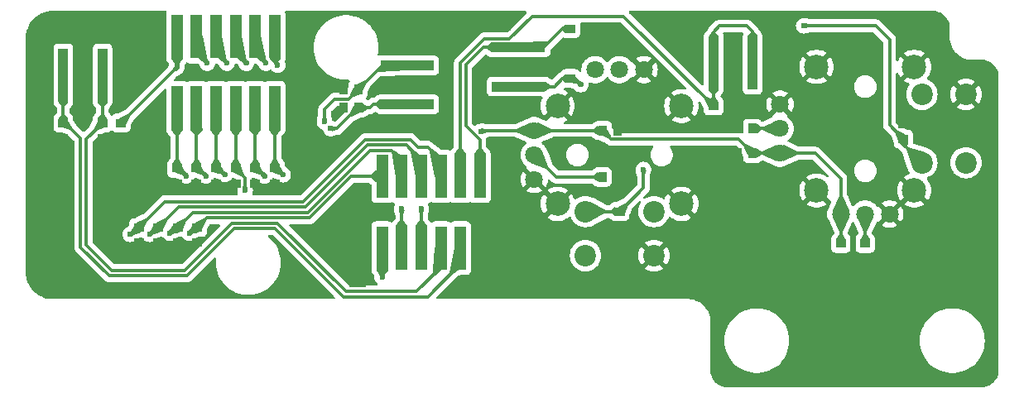
<source format=gbr>
%TF.GenerationSoftware,KiCad,Pcbnew,8.0.2*%
%TF.CreationDate,2025-04-19T09:34:17+08:00*%
%TF.ProjectId,ternel_handel,7465726e-656c-45f6-9861-6e64656c2e6b,rev?*%
%TF.SameCoordinates,PX5636500PY71de640*%
%TF.FileFunction,Copper,L1,Top*%
%TF.FilePolarity,Positive*%
%FSLAX46Y46*%
G04 Gerber Fmt 4.6, Leading zero omitted, Abs format (unit mm)*
G04 Created by KiCad (PCBNEW 8.0.2) date 2025-04-19 09:34:17*
%MOMM*%
%LPD*%
G01*
G04 APERTURE LIST*
%TA.AperFunction,SMDPad,CuDef*%
%ADD10R,0.980000X0.930000*%
%TD*%
%TA.AperFunction,SMDPad,CuDef*%
%ADD11R,0.930000X0.980000*%
%TD*%
%TA.AperFunction,SMDPad,CuDef*%
%ADD12R,1.000000X5.500000*%
%TD*%
%TA.AperFunction,SMDPad,CuDef*%
%ADD13R,1.600000X3.000000*%
%TD*%
%TA.AperFunction,SMDPad,CuDef*%
%ADD14R,1.200000X4.500000*%
%TD*%
%TA.AperFunction,SMDPad,CuDef*%
%ADD15R,1.800000X3.000000*%
%TD*%
%TA.AperFunction,SMDPad,CuDef*%
%ADD16R,5.500000X1.000000*%
%TD*%
%TA.AperFunction,SMDPad,CuDef*%
%ADD17R,3.000000X1.600000*%
%TD*%
%TA.AperFunction,ComponentPad*%
%ADD18C,1.800000*%
%TD*%
%TA.AperFunction,ComponentPad*%
%ADD19C,2.500000*%
%TD*%
%TA.AperFunction,ComponentPad*%
%ADD20C,2.200000*%
%TD*%
%TA.AperFunction,ViaPad*%
%ADD21C,0.600000*%
%TD*%
%TA.AperFunction,Conductor*%
%ADD22C,0.300000*%
%TD*%
G04 APERTURE END LIST*
D10*
%TO.P,C15,1,1*%
%TO.N,GND*%
X23309900Y22500000D03*
%TO.P,C15,2,2*%
%TO.N,/MID-RIGHT*%
X23309900Y24040000D03*
%TD*%
%TO.P,C3,1,1*%
%TO.N,/TDC-KEY1*%
X91600000Y27030000D03*
%TO.P,C3,2,2*%
%TO.N,GND*%
X91600000Y28570000D03*
%TD*%
D11*
%TO.P,C8,1,1*%
%TO.N,/PINKEYKEY-AHEAD*%
X35840000Y30220000D03*
%TO.P,C8,2,2*%
%TO.N,GND*%
X34300000Y30220000D03*
%TD*%
D10*
%TO.P,C19,1,1*%
%TO.N,GND*%
X17400000Y16430000D03*
%TO.P,C19,2,2*%
%TO.N,/MAD-FORW*%
X17400000Y17970000D03*
%TD*%
%TO.P,C5,1,1*%
%TO.N,/BOTTOM-KEY*%
X72190000Y30420000D03*
%TO.P,C5,2,2*%
%TO.N,GND*%
X72190000Y28880000D03*
%TD*%
%TO.P,C4,1,1*%
%TO.N,/ROW-KEY1*%
X62600000Y19608000D03*
%TO.P,C4,2,2*%
%TO.N,GND*%
X62600000Y18068000D03*
%TD*%
%TO.P,C18,1,1*%
%TO.N,GND*%
X19350000Y16430000D03*
%TO.P,C18,2,2*%
%TO.N,/MAD-LEFT*%
X19350000Y17970000D03*
%TD*%
D12*
%TO.P,J1,1,1*%
%TO.N,/BOTTOM-KEY*%
X76190000Y34818500D03*
%TO.P,J1,2,2*%
%TO.N,GND*%
X74190000Y34818500D03*
%TO.P,J1,3,3*%
%TO.N,/BOTTOM-KEY*%
X72190000Y34818500D03*
D13*
%TO.P,J1,4,4*%
%TO.N,GND*%
X69690000Y37068500D03*
%TO.P,J1,5,5*%
X78690000Y37068500D03*
%TD*%
D10*
%TO.P,C10,1,1*%
%TO.N,/PINKEYKEYKEY-AHEAD*%
X9680000Y28670000D03*
%TO.P,C10,2,2*%
%TO.N,GND*%
X9680000Y27130000D03*
%TD*%
D14*
%TO.P,P3,1,1*%
%TO.N,/MAD-LEFT*%
X38290000Y23220000D03*
%TO.P,P3,2,2*%
%TO.N,/MAD-FORW*%
X40290000Y23220000D03*
%TO.P,P3,3,3*%
%TO.N,/MAD-RIGHT*%
X42290000Y23220000D03*
%TO.P,P3,4,4*%
%TO.N,/MAD-KEY*%
X44290000Y23220000D03*
%TO.P,P3,5,5*%
%TO.N,/BOTTOM-KEY*%
X46290000Y23220000D03*
%TO.P,P3,6,6*%
%TO.N,/PINKEY-AHEAD*%
X48290000Y23220000D03*
D15*
%TO.P,P3,7,7*%
%TO.N,GND*%
X50790100Y20670000D03*
%TO.P,P3,8,8*%
X35790100Y20670000D03*
%TD*%
D10*
%TO.P,C7,1,1*%
%TO.N,/PINKEY-FOWORD*%
X57550000Y33220000D03*
%TO.P,C7,2,2*%
%TO.N,GND*%
X57550000Y34760000D03*
%TD*%
%TO.P,C16,1,1*%
%TO.N,GND*%
X25309900Y22500000D03*
%TO.P,C16,2,2*%
%TO.N,/MID-KEY*%
X25309900Y24040000D03*
%TD*%
D16*
%TO.P,J3,1,1*%
%TO.N,/PINKEYKEY-AHEAD*%
X40858500Y30580000D03*
%TO.P,J3,2,2*%
%TO.N,GND*%
X40858500Y32580000D03*
%TO.P,J3,3,3*%
%TO.N,/PINKEYKEY-FOWORD*%
X40858500Y34580000D03*
D17*
%TO.P,J3,4,4*%
%TO.N,GND*%
X43108500Y37080000D03*
%TO.P,J3,5,5*%
X43108500Y28080000D03*
%TD*%
D11*
%TO.P,C23,1,1*%
%TO.N,GND*%
X74630000Y28089000D03*
%TO.P,C23,2,2*%
%TO.N,/TDC-RV2*%
X76170000Y28089000D03*
%TD*%
%TO.P,C2,1,1*%
%TO.N,GND*%
X62370000Y27900000D03*
%TO.P,C2,2,2*%
%TO.N,+3V3*%
X60830000Y27900000D03*
%TD*%
D10*
%TO.P,C6,1,1*%
%TO.N,/PINKEY-AHEAD*%
X57550000Y38320000D03*
%TO.P,C6,2,2*%
%TO.N,GND*%
X57550000Y36780000D03*
%TD*%
%TO.P,C21,1,1*%
%TO.N,GND*%
X13400000Y16430000D03*
%TO.P,C21,2,2*%
%TO.N,/MAD-KEY*%
X13400000Y17970000D03*
%TD*%
%TO.P,C14,1,1*%
%TO.N,GND*%
X21309900Y22500000D03*
%TO.P,C14,2,2*%
%TO.N,/MID-FORW*%
X21309900Y24040000D03*
%TD*%
%TO.P,C25,1,1*%
%TO.N,+3V3*%
X11600000Y28670000D03*
%TO.P,C25,2,2*%
%TO.N,GND*%
X11600000Y27130000D03*
%TD*%
%TO.P,C17,1,1*%
%TO.N,GND*%
X27309900Y22500000D03*
%TO.P,C17,2,2*%
%TO.N,/MAD-HAND*%
X27309900Y24040000D03*
%TD*%
D14*
%TO.P,P4,1,1*%
%TO.N,/PINKEY-FOWORD*%
X38290000Y15860000D03*
%TO.P,P4,2,2*%
%TO.N,/PINKEYKEY-AHEAD*%
X40290000Y15860000D03*
%TO.P,P4,3,3*%
%TO.N,/PINKEYKEY-FOWORD*%
X42290000Y15860000D03*
%TO.P,P4,4,4*%
%TO.N,/PINKEYKEYKEY-AHEAD*%
X44290000Y15860000D03*
%TO.P,P4,5,5*%
%TO.N,/PINKEYKEYKEY-FOWORD*%
X46290000Y15860000D03*
%TO.P,P4,6,6*%
%TO.N,GND*%
X48290000Y15860000D03*
D15*
%TO.P,P4,7,7*%
X50790100Y13310000D03*
%TO.P,P4,8,8*%
X35790100Y13310000D03*
%TD*%
D11*
%TO.P,C24,1,1*%
%TO.N,GND*%
X62350000Y23150000D03*
%TO.P,C24,2,2*%
%TO.N,/ROW-RV1*%
X60810000Y23150000D03*
%TD*%
D14*
%TO.P,P2,1,1*%
%TO.N,/MID-HAND*%
X17309900Y30225000D03*
%TO.P,P2,2,2*%
%TO.N,/MID-LEFT*%
X19309900Y30225000D03*
%TO.P,P2,3,3*%
%TO.N,/MID-FORW*%
X21309900Y30225000D03*
%TO.P,P2,4,4*%
%TO.N,/MID-RIGHT*%
X23309900Y30225000D03*
%TO.P,P2,5,5*%
%TO.N,/MID-KEY*%
X25309900Y30225000D03*
%TO.P,P2,6,6*%
%TO.N,/MAD-HAND*%
X27309900Y30225000D03*
D15*
%TO.P,P2,7,7*%
%TO.N,GND*%
X29810000Y27675000D03*
%TO.P,P2,8,8*%
X14810000Y27675000D03*
%TD*%
D11*
%TO.P,C1,1,1*%
%TO.N,GND*%
X74630000Y25590000D03*
%TO.P,C1,2,2*%
%TO.N,+3V3*%
X76170000Y25590000D03*
%TD*%
D14*
%TO.P,P1,1,1*%
%TO.N,+3V3*%
X17309900Y37505000D03*
%TO.P,P1,2,2*%
%TO.N,/TDC-RV1*%
X19309900Y37505000D03*
%TO.P,P1,3,3*%
%TO.N,/TDC-RV2*%
X21309900Y37505000D03*
%TO.P,P1,4,4*%
%TO.N,/TDC-KEY1*%
X23309900Y37505000D03*
%TO.P,P1,5,5*%
%TO.N,/ROW-RV1*%
X25309900Y37505000D03*
%TO.P,P1,6,6*%
%TO.N,/ROW-KEY1*%
X27309900Y37505000D03*
D15*
%TO.P,P1,7,7*%
%TO.N,GND*%
X29810000Y34955000D03*
%TO.P,P1,8,8*%
X14810000Y34955000D03*
%TD*%
D10*
%TO.P,C13,1,1*%
%TO.N,GND*%
X19309900Y22500000D03*
%TO.P,C13,2,2*%
%TO.N,/MID-LEFT*%
X19309900Y24040000D03*
%TD*%
%TO.P,C20,1,1*%
%TO.N,GND*%
X15400000Y16430000D03*
%TO.P,C20,2,2*%
%TO.N,/MAD-RIGHT*%
X15400000Y17970000D03*
%TD*%
%TO.P,C26,1,1*%
%TO.N,GND*%
X85206500Y14810000D03*
%TO.P,C26,2,2*%
%TO.N,+3V3*%
X85206500Y16350000D03*
%TD*%
%TO.P,C11,1,1*%
%TO.N,/PINKEYKEYKEY-FOWORD*%
X5680000Y28670000D03*
%TO.P,C11,2,2*%
%TO.N,GND*%
X5680000Y27130000D03*
%TD*%
%TO.P,C22,1,1*%
%TO.N,GND*%
X87706500Y14810000D03*
%TO.P,C22,2,2*%
%TO.N,/TDC-RV1*%
X87706500Y16350000D03*
%TD*%
D12*
%TO.P,J4,1,1*%
%TO.N,/PINKEYKEYKEY-AHEAD*%
X9680000Y33548500D03*
%TO.P,J4,2,2*%
%TO.N,GND*%
X7680000Y33548500D03*
%TO.P,J4,3,3*%
%TO.N,/PINKEYKEYKEY-FOWORD*%
X5680000Y33548500D03*
D13*
%TO.P,J4,4,4*%
%TO.N,GND*%
X3180000Y35798500D03*
%TO.P,J4,5,5*%
X12180000Y35798500D03*
%TD*%
D11*
%TO.P,C9,1,1*%
%TO.N,/PINKEYKEY-FOWORD*%
X35840000Y32120000D03*
%TO.P,C9,2,2*%
%TO.N,GND*%
X34300000Y32120000D03*
%TD*%
D10*
%TO.P,C12,1,1*%
%TO.N,GND*%
X17309900Y22500000D03*
%TO.P,C12,2,2*%
%TO.N,/MID-HAND*%
X17309900Y24040000D03*
%TD*%
D16*
%TO.P,J2,1,1*%
%TO.N,/PINKEY-AHEAD*%
X52231500Y36400000D03*
%TO.P,J2,2,2*%
%TO.N,GND*%
X52231500Y34400000D03*
%TO.P,J2,3,3*%
%TO.N,/PINKEY-FOWORD*%
X52231500Y32400000D03*
D17*
%TO.P,J2,4,4*%
%TO.N,GND*%
X49981500Y29900000D03*
%TO.P,J2,5,5*%
X49981500Y38900000D03*
%TD*%
D18*
%TO.P,SW1,1,B*%
%TO.N,GND*%
X90206500Y19360000D03*
%TO.P,SW1,2,DTA*%
%TO.N,/TDC-RV1*%
X87706500Y19360000D03*
%TO.P,SW1,3,A*%
%TO.N,+3V3*%
X85206500Y19360000D03*
%TO.P,SW1,4,A*%
X78976500Y25590000D03*
%TO.P,SW1,5,DTA*%
%TO.N,/TDC-RV2*%
X78976500Y28089000D03*
%TO.P,SW1,6,B*%
%TO.N,GND*%
X78976500Y30590000D03*
D19*
%TO.P,SW1,7,GND*%
X82706500Y34414000D03*
%TO.P,SW1,8,GND*%
X92706500Y34414000D03*
%TO.P,SW1,9,GND*%
X92706500Y21764000D03*
%TO.P,SW1,10,GND*%
X82706500Y21764000D03*
D20*
%TO.P,SW1,a,a*%
%TO.N,unconnected-(SW1-Pada)*%
X93498500Y31609000D03*
%TO.P,SW1,b,b*%
%TO.N,GND*%
X97998500Y31609000D03*
%TO.P,SW1,c,c*%
%TO.N,/TDC-KEY1*%
X93498500Y24609000D03*
%TO.P,SW1,d,d*%
%TO.N,unconnected-(SW1-Padd)*%
X97998500Y24609000D03*
%TD*%
D18*
%TO.P,SW2,1,B*%
%TO.N,GND*%
X53840000Y22900000D03*
%TO.P,SW2,2,DTA*%
%TO.N,/ROW-RV1*%
X53840000Y25400000D03*
%TO.P,SW2,3,A*%
%TO.N,+3V3*%
X53840000Y27900000D03*
%TO.P,SW2,4,A*%
%TO.N,unconnected-(SW2A-A-Pad4)*%
X60070000Y34130000D03*
%TO.P,SW2,5,DTA*%
%TO.N,unconnected-(SW2A-DTA-Pad5)*%
X62569000Y34130000D03*
%TO.P,SW2,6,B*%
%TO.N,GND*%
X65070000Y34130000D03*
D19*
%TO.P,SW2,7,GND*%
X68894000Y30400000D03*
%TO.P,SW2,8,GND*%
X68894000Y20400000D03*
%TO.P,SW2,9,GND*%
X56244000Y20400000D03*
%TO.P,SW2,10,GND*%
X56244000Y30400000D03*
D20*
%TO.P,SW2,a,a*%
%TO.N,unconnected-(SW2-Pada)*%
X66089000Y19608000D03*
%TO.P,SW2,b,b*%
%TO.N,GND*%
X66089000Y15108000D03*
%TO.P,SW2,c,c*%
%TO.N,/ROW-KEY1*%
X59089000Y19608000D03*
%TO.P,SW2,d,d*%
%TO.N,unconnected-(SW2-Padd)*%
X59089000Y15108000D03*
%TD*%
D21*
%TO.N,+3V3*%
X48400000Y27800000D03*
X17309900Y34379900D03*
%TO.N,GND*%
X37850000Y20150000D03*
X29350000Y30150000D03*
X61600000Y29900000D03*
X94600000Y39400000D03*
X92600000Y37400000D03*
X28600000Y11400000D03*
X5600000Y13400000D03*
X5600000Y25400000D03*
X6850000Y39400000D03*
X38600000Y19150000D03*
X95600000Y15400000D03*
X5600000Y19400000D03*
X88600000Y30400000D03*
X6600000Y12400000D03*
X55600000Y17400000D03*
X3600000Y19400000D03*
X72600000Y16400000D03*
X6600000Y14400000D03*
X59600000Y36400000D03*
X61600000Y31900000D03*
X9300000Y20920000D03*
X94600000Y27400000D03*
X39100000Y20150000D03*
X63350000Y36400000D03*
X73600000Y15400000D03*
X33350000Y29650000D03*
X9300000Y23350000D03*
X94600000Y37400000D03*
X54600000Y16400000D03*
X5600000Y23400000D03*
X53600000Y15400000D03*
X5600000Y21400000D03*
X44100000Y19650000D03*
X4600000Y14400000D03*
X33100000Y17650000D03*
X45100000Y33150000D03*
X8850000Y37400000D03*
X4600000Y12400000D03*
X8850000Y39400000D03*
X96600000Y29400000D03*
X7850000Y38400000D03*
X44600000Y26900000D03*
X86600000Y30400000D03*
X86600000Y28400000D03*
X3600000Y21400000D03*
X36850000Y17650000D03*
X30600000Y11400000D03*
X96600000Y14400000D03*
X29600000Y12400000D03*
X4600000Y22400000D03*
X92600000Y39400000D03*
X44600000Y29400000D03*
X31850000Y24900000D03*
X61350000Y36400000D03*
X72600000Y14400000D03*
X28600000Y13400000D03*
X74600000Y14400000D03*
X4600000Y20400000D03*
X62600000Y30900000D03*
X94600000Y29400000D03*
X9300000Y25780000D03*
X55600000Y15400000D03*
X9300000Y24565000D03*
X87600000Y29400000D03*
X63600000Y31900000D03*
X96600000Y27400000D03*
X32350000Y18650000D03*
X3600000Y23400000D03*
X88600000Y28400000D03*
X6850000Y37400000D03*
X97600000Y15400000D03*
X32600000Y26400000D03*
X95600000Y13400000D03*
X74600000Y16400000D03*
X53600000Y17400000D03*
X95600000Y28400000D03*
X30600000Y24150000D03*
X45600000Y35650000D03*
X63600000Y29900000D03*
X93600000Y38400000D03*
X9300000Y22135000D03*
X4600000Y24400000D03*
X97600000Y13400000D03*
%TO.N,/TDC-KEY1*%
X24400000Y34800000D03*
X81416116Y38616116D03*
%TO.N,/ROW-KEY1*%
X65016865Y23900000D03*
X27600000Y34600000D03*
%TO.N,/PINKEY-FOWORD*%
X58600000Y32600000D03*
X38290000Y12910000D03*
%TO.N,/PINKEYKEY-AHEAD*%
X40290000Y19900000D03*
X33026101Y28100000D03*
%TO.N,/PINKEYKEY-FOWORD*%
X42290000Y19900000D03*
X32400000Y28800000D03*
%TO.N,/MID-HAND*%
X18274148Y23243551D03*
%TO.N,/MID-LEFT*%
X20274148Y23243551D03*
%TO.N,/MID-FORW*%
X22200000Y23400000D03*
%TO.N,/MID-RIGHT*%
X24274148Y21756449D03*
%TO.N,/MID-KEY*%
X26274148Y23243551D03*
%TO.N,/MAD-HAND*%
X28156469Y23383760D03*
%TO.N,/MAD-LEFT*%
X18600000Y17400000D03*
%TO.N,/MAD-FORW*%
X16600000Y17400000D03*
%TO.N,/MAD-RIGHT*%
X14517942Y17280735D03*
%TO.N,/MAD-KEY*%
X12517942Y17280735D03*
%TO.N,/TDC-RV1*%
X20400000Y34800000D03*
%TO.N,/TDC-RV2*%
X22400000Y34800000D03*
%TO.N,/ROW-RV1*%
X26400000Y34800000D03*
%TD*%
D22*
%TO.N,+3V3*%
X85206500Y16350000D02*
X85206500Y19360000D01*
X53840000Y27900000D02*
X48500000Y27900000D01*
X76170000Y25590000D02*
X78976500Y25590000D01*
X11600000Y28670000D02*
X17309900Y34379900D01*
X74750000Y27010000D02*
X61720000Y27010000D01*
X61720000Y27010000D02*
X60830000Y27900000D01*
X17309900Y34379900D02*
X17309900Y37505000D01*
X53840000Y27900000D02*
X60830000Y27900000D01*
X82610000Y25590000D02*
X78976500Y25590000D01*
X76170000Y25590000D02*
X74750000Y27010000D01*
X85206500Y19360000D02*
X85206500Y22993500D01*
X48500000Y27900000D02*
X48400000Y27800000D01*
X85206500Y22993500D02*
X82610000Y25590000D01*
%TO.N,/TDC-KEY1*%
X88783884Y38616116D02*
X90200000Y37200000D01*
X91600000Y27030000D02*
X91600000Y26507500D01*
X81416116Y38616116D02*
X88783884Y38616116D01*
X90200000Y28430000D02*
X91600000Y27030000D01*
X23309900Y37505000D02*
X23309900Y35890100D01*
X91600000Y26507500D02*
X93498500Y24609000D01*
X90200000Y37200000D02*
X90200000Y28430000D01*
X23309900Y35890100D02*
X24400000Y34800000D01*
%TO.N,/ROW-KEY1*%
X65016865Y23900000D02*
X65016865Y22024865D01*
X27309900Y37505000D02*
X27309900Y34890100D01*
X27309900Y34890100D02*
X27600000Y34600000D01*
X65016865Y22024865D02*
X62600000Y19608000D01*
X59089000Y19608000D02*
X62600000Y19608000D01*
%TO.N,/BOTTOM-KEY*%
X72190000Y30420000D02*
X72190000Y34818500D01*
X72800000Y38600000D02*
X72190000Y37990000D01*
X46290000Y34840000D02*
X46290000Y23220000D01*
X72190000Y30420000D02*
X72165000Y30420000D01*
X72165000Y30420000D02*
X62985000Y39600000D01*
X51306491Y37300000D02*
X48750000Y37300000D01*
X76190000Y34818500D02*
X76190000Y38010000D01*
X62985000Y39600000D02*
X53606491Y39600000D01*
X48750000Y37300000D02*
X46290000Y34840000D01*
X72190000Y37990000D02*
X72190000Y34818500D01*
X75600000Y38600000D02*
X72800000Y38600000D01*
X53606491Y39600000D02*
X51306491Y37300000D01*
X76190000Y38010000D02*
X75600000Y38600000D01*
%TO.N,/PINKEY-AHEAD*%
X48290000Y23220000D02*
X48290000Y26910000D01*
X56720000Y38320000D02*
X54800000Y36400000D01*
X46840000Y28360000D02*
X46840000Y34612182D01*
X48290000Y26910000D02*
X46840000Y28360000D01*
X48627818Y36400000D02*
X52231500Y36400000D01*
X57550000Y38320000D02*
X56720000Y38320000D01*
X46840000Y34612182D02*
X48627818Y36400000D01*
X54800000Y36400000D02*
X52231500Y36400000D01*
%TO.N,/PINKEY-FOWORD*%
X56730547Y33220000D02*
X57550000Y33220000D01*
X57550000Y33220000D02*
X57980000Y33220000D01*
X57980000Y33220000D02*
X58600000Y32600000D01*
X52231500Y32400000D02*
X55910547Y32400000D01*
X38290000Y12910000D02*
X38290000Y15860000D01*
X55910547Y32400000D02*
X56730547Y33220000D01*
%TO.N,/PINKEYKEY-AHEAD*%
X33700000Y28100000D02*
X35820000Y30220000D01*
X37020000Y30220000D02*
X37400000Y30600000D01*
X40290000Y19900000D02*
X40290000Y15860000D01*
X33026101Y28100000D02*
X33700000Y28100000D01*
X35820000Y30220000D02*
X35840000Y30220000D01*
X37400000Y30600000D02*
X40838500Y30600000D01*
X40838500Y30600000D02*
X40858500Y30580000D01*
X35840000Y30220000D02*
X37020000Y30220000D01*
%TO.N,/PINKEYKEY-FOWORD*%
X33435000Y31110000D02*
X34830000Y31110000D01*
X32400000Y30075000D02*
X33435000Y31110000D01*
X32400000Y28800000D02*
X32400000Y30075000D01*
X35840000Y32120000D02*
X38300000Y34580000D01*
X34830000Y31110000D02*
X35840000Y32120000D01*
X38300000Y34580000D02*
X40858500Y34580000D01*
X42290000Y19900000D02*
X42290000Y15860000D01*
%TO.N,/PINKEYKEYKEY-AHEAD*%
X8000000Y16207818D02*
X10617818Y13590000D01*
X34590000Y11410000D02*
X41810000Y11410000D01*
X41810000Y11410000D02*
X44290000Y13890000D01*
X10617818Y13590000D02*
X18100736Y13590000D01*
X18100736Y13590000D02*
X22932591Y18421855D01*
X22932591Y18421855D02*
X27578145Y18421855D01*
X44290000Y13890000D02*
X44290000Y15860000D01*
X8000000Y26990000D02*
X8000000Y16207818D01*
X9680000Y33548500D02*
X9680000Y28670000D01*
X27578145Y18421855D02*
X34590000Y11410000D01*
X9680000Y28670000D02*
X8000000Y26990000D01*
%TO.N,/PINKEYKEYKEY-FOWORD*%
X5895000Y28670000D02*
X7450000Y27115000D01*
X23160409Y17871855D02*
X27350327Y17871855D01*
X18328554Y13040000D02*
X23160409Y17871855D01*
X7450000Y27115000D02*
X7450000Y15980000D01*
X42940000Y10860000D02*
X46290000Y14210000D01*
X46290000Y14210000D02*
X46290000Y15860000D01*
X5680000Y28670000D02*
X5895000Y28670000D01*
X7450000Y15980000D02*
X10390000Y13040000D01*
X27350327Y17871855D02*
X34362182Y10860000D01*
X34362182Y10860000D02*
X42940000Y10860000D01*
X5680000Y33548500D02*
X5680000Y28670000D01*
X10390000Y13040000D02*
X18328554Y13040000D01*
%TO.N,/MID-HAND*%
X17477699Y24040000D02*
X18274148Y23243551D01*
X17309900Y30225000D02*
X17309900Y24040000D01*
X17309900Y24040000D02*
X17477699Y24040000D01*
%TO.N,/MID-LEFT*%
X19477699Y24040000D02*
X20274148Y23243551D01*
X19309900Y24040000D02*
X19477699Y24040000D01*
X19309900Y30225000D02*
X19309900Y24040000D01*
%TO.N,/MID-FORW*%
X21560000Y24040000D02*
X22200000Y23400000D01*
X21309900Y30225000D02*
X21309900Y24040000D01*
X21309900Y24040000D02*
X21560000Y24040000D01*
%TO.N,/MID-RIGHT*%
X24274148Y21756449D02*
X24274148Y23075752D01*
X24274148Y23075752D02*
X23309900Y24040000D01*
X23309900Y24040000D02*
X23309900Y30225000D01*
%TO.N,/MID-KEY*%
X25477699Y24040000D02*
X26274148Y23243551D01*
X25309900Y30225000D02*
X25309900Y24040000D01*
X25309900Y24040000D02*
X25477699Y24040000D01*
%TO.N,/MAD-HAND*%
X27309900Y24040000D02*
X27500229Y24040000D01*
X27309900Y30225000D02*
X27309900Y24040000D01*
X27500229Y24040000D02*
X28156469Y23383760D01*
%TO.N,/MAD-LEFT*%
X30891955Y18971855D02*
X20351855Y18971855D01*
X19350000Y17970000D02*
X19170000Y17970000D01*
X35140100Y23220000D02*
X30891955Y18971855D01*
X38290000Y23220000D02*
X35140100Y23220000D01*
X19170000Y17970000D02*
X18600000Y17400000D01*
X20351855Y18971855D02*
X19350000Y17970000D01*
%TO.N,/MAD-FORW*%
X17400000Y17970000D02*
X17170000Y17970000D01*
X40290000Y24870000D02*
X39290000Y25870000D01*
X40290000Y23220000D02*
X40290000Y24870000D01*
X39290000Y25870000D02*
X37012282Y25870000D01*
X18951855Y19521855D02*
X17400000Y17970000D01*
X30664137Y19521855D02*
X18951855Y19521855D01*
X37012282Y25870000D02*
X30664137Y19521855D01*
X17170000Y17970000D02*
X16600000Y17400000D01*
%TO.N,/MAD-RIGHT*%
X40740000Y26420000D02*
X36784464Y26420000D01*
X36784464Y26420000D02*
X30436319Y20071855D01*
X17501855Y20071855D02*
X15400000Y17970000D01*
X30436319Y20071855D02*
X17501855Y20071855D01*
X42290000Y23220000D02*
X42290000Y24870000D01*
X42290000Y24870000D02*
X40740000Y26420000D01*
X15400000Y17970000D02*
X15207207Y17970000D01*
X15207207Y17970000D02*
X14517942Y17280735D01*
%TO.N,/MAD-KEY*%
X30200000Y20621855D02*
X16051855Y20621855D01*
X41978500Y26200000D02*
X41208500Y26970000D01*
X42960000Y26200000D02*
X41978500Y26200000D01*
X16051855Y20621855D02*
X13400000Y17970000D01*
X12517942Y17280735D02*
X12710735Y17280735D01*
X44290000Y23220000D02*
X44290000Y24870000D01*
X41208500Y26970000D02*
X36548145Y26970000D01*
X36548145Y26970000D02*
X30200000Y20621855D01*
X12710735Y17280735D02*
X13400000Y17970000D01*
X44290000Y24870000D02*
X42960000Y26200000D01*
%TO.N,/TDC-RV1*%
X20400000Y34800000D02*
X19309900Y35890100D01*
X87706500Y16350000D02*
X87706500Y19360000D01*
X19309900Y35890100D02*
X19309900Y37505000D01*
%TO.N,/TDC-RV2*%
X21309900Y35890100D02*
X21309900Y37505000D01*
X22400000Y34800000D02*
X21309900Y35890100D01*
X76170000Y28089000D02*
X78976500Y28089000D01*
%TO.N,/ROW-RV1*%
X25309900Y35890100D02*
X26400000Y34800000D01*
X56090000Y23150000D02*
X60810000Y23150000D01*
X25309900Y37505000D02*
X25309900Y35890100D01*
X53840000Y25400000D02*
X56090000Y23150000D01*
%TD*%
%TA.AperFunction,Conductor*%
%TO.N,+3V3*%
G36*
X85357332Y21156573D02*
G01*
X85359655Y21153261D01*
X86032806Y19715490D01*
X86033211Y19706544D01*
X86027171Y19699933D01*
X86026698Y19699724D01*
X85210988Y19360865D01*
X85202034Y19360856D01*
X85202012Y19360865D01*
X84386301Y19699724D01*
X84379975Y19706063D01*
X84379984Y19715017D01*
X84380193Y19715490D01*
X85053345Y21153261D01*
X85059956Y21159301D01*
X85063941Y21160000D01*
X85349059Y21160000D01*
X85357332Y21156573D01*
G37*
%TD.AperFunction*%
%TD*%
%TA.AperFunction,Conductor*%
%TO.N,/MID-FORW*%
G36*
X21805367Y24257324D02*
G01*
X22229776Y23585269D01*
X22231296Y23576444D01*
X22228156Y23570749D01*
X22027293Y23369886D01*
X22019020Y23366459D01*
X22016242Y23366794D01*
X21176608Y23572046D01*
X21169385Y23577339D01*
X21168021Y23586189D01*
X21168203Y23586850D01*
X21307645Y24035725D01*
X21313371Y24042607D01*
X21313918Y24042877D01*
X21790594Y24261711D01*
X21799541Y24262047D01*
X21805367Y24257324D01*
G37*
%TD.AperFunction*%
%TD*%
%TA.AperFunction,Conductor*%
%TO.N,/PINKEYKEYKEY-AHEAD*%
G36*
X9832067Y29596573D02*
G01*
X9833481Y29594862D01*
X10139585Y29142993D01*
X10141387Y29134221D01*
X10138180Y29128167D01*
X9688282Y28677300D01*
X9680013Y28673864D01*
X9671736Y28677282D01*
X9671718Y28677300D01*
X9221819Y29128167D01*
X9218401Y29136444D01*
X9220413Y29142992D01*
X9526519Y29594863D01*
X9533996Y29599789D01*
X9536206Y29600000D01*
X9823794Y29600000D01*
X9832067Y29596573D01*
G37*
%TD.AperFunction*%
%TD*%
%TA.AperFunction,Conductor*%
%TO.N,/TDC-KEY1*%
G36*
X23907331Y37612322D02*
G01*
X23912164Y37604989D01*
X24438998Y34978046D01*
X24437264Y34969260D01*
X24435799Y34967472D01*
X24235129Y34766802D01*
X24226856Y34763375D01*
X24220025Y34765576D01*
X23543699Y35251928D01*
X23538983Y35259540D01*
X23538891Y35260236D01*
X23310291Y37494967D01*
X23312858Y37503543D01*
X23319811Y37507662D01*
X23898575Y37614195D01*
X23907331Y37612322D01*
G37*
%TD.AperFunction*%
%TD*%
%TA.AperFunction,Conductor*%
%TO.N,/MAD-RIGHT*%
G36*
X16093670Y18863938D02*
G01*
X16294012Y18663596D01*
X16297439Y18655323D01*
X16296290Y18650267D01*
X15894487Y17811756D01*
X15887822Y17805776D01*
X15880168Y17805735D01*
X15880047Y17805776D01*
X15821249Y17825775D01*
X15404320Y17967584D01*
X15397591Y17973493D01*
X15397270Y17974203D01*
X15211555Y18424894D01*
X15211572Y18433849D01*
X15217189Y18439841D01*
X16080217Y18866156D01*
X16089150Y18866747D01*
X16093670Y18863938D01*
G37*
%TD.AperFunction*%
%TD*%
%TA.AperFunction,Conductor*%
%TO.N,/ROW-RV1*%
G36*
X54669143Y25739738D02*
G01*
X54675469Y25733399D01*
X54675656Y25732918D01*
X55216323Y24240270D01*
X55215918Y24231324D01*
X55213595Y24228012D01*
X55011988Y24026405D01*
X55003715Y24022978D01*
X54999730Y24023677D01*
X53507082Y24564344D01*
X53500471Y24570384D01*
X53500066Y24579330D01*
X53500253Y24579811D01*
X53837438Y25396217D01*
X53843761Y25402553D01*
X54660189Y25739747D01*
X54669143Y25739738D01*
G37*
%TD.AperFunction*%
%TD*%
%TA.AperFunction,Conductor*%
%TO.N,+3V3*%
G36*
X85358567Y17276573D02*
G01*
X85359981Y17274862D01*
X85666085Y16822993D01*
X85667887Y16814221D01*
X85664680Y16808167D01*
X85214782Y16357300D01*
X85206513Y16353864D01*
X85198236Y16357282D01*
X85198218Y16357300D01*
X84748319Y16808167D01*
X84744901Y16816444D01*
X84746913Y16822992D01*
X85053019Y17274863D01*
X85060496Y17279789D01*
X85062706Y17280000D01*
X85350294Y17280000D01*
X85358567Y17276573D01*
G37*
%TD.AperFunction*%
%TD*%
%TA.AperFunction,Conductor*%
%TO.N,/PINKEYKEY-AHEAD*%
G36*
X40442423Y18706573D02*
G01*
X40443510Y18705320D01*
X40886591Y18114545D01*
X40888813Y18105870D01*
X40888536Y18104512D01*
X40301305Y15901413D01*
X40295863Y15894301D01*
X40286987Y15893121D01*
X40279875Y15898563D01*
X40278695Y15901413D01*
X39691463Y18104512D01*
X39692643Y18113388D01*
X39693402Y18114537D01*
X40136490Y18705320D01*
X40144195Y18709882D01*
X40145850Y18710000D01*
X40434150Y18710000D01*
X40442423Y18706573D01*
G37*
%TD.AperFunction*%
%TD*%
%TA.AperFunction,Conductor*%
%TO.N,/MAD-LEFT*%
G36*
X18924581Y17923947D02*
G01*
X19123946Y17724582D01*
X19127373Y17716309D01*
X19125773Y17710404D01*
X18882298Y17293977D01*
X18875164Y17288564D01*
X18867754Y17289059D01*
X18603815Y17397437D01*
X18597463Y17403749D01*
X18597436Y17403816D01*
X18489058Y17667755D01*
X18489085Y17676710D01*
X18493974Y17682298D01*
X18910406Y17925775D01*
X18919274Y17926992D01*
X18924581Y17923947D01*
G37*
%TD.AperFunction*%
%TD*%
%TA.AperFunction,Conductor*%
%TO.N,/PINKEYKEYKEY-FOWORD*%
G36*
X46280106Y15862634D02*
G01*
X46287633Y15857784D01*
X46289659Y15849985D01*
X46071337Y13615091D01*
X46067122Y13607191D01*
X46066764Y13606908D01*
X45379931Y13085838D01*
X45371268Y13083568D01*
X45364586Y13086886D01*
X45164087Y13287385D01*
X45160660Y13295658D01*
X45160882Y13297924D01*
X45687763Y15958582D01*
X45692731Y15966030D01*
X45701330Y15967818D01*
X46280106Y15862634D01*
G37*
%TD.AperFunction*%
%TD*%
%TA.AperFunction,Conductor*%
%TO.N,/TDC-KEY1*%
G36*
X90919781Y27926156D02*
G01*
X90945909Y27913249D01*
X90947223Y27912490D01*
X91012260Y27869034D01*
X91049519Y27861623D01*
X91052407Y27860642D01*
X91782808Y27499842D01*
X91788708Y27493105D01*
X91788444Y27484894D01*
X91602729Y27034203D01*
X91596408Y27027860D01*
X91595679Y27027584D01*
X91119831Y26865735D01*
X91110895Y26866315D01*
X91105512Y26871756D01*
X90703708Y27710270D01*
X90703224Y27719209D01*
X90705985Y27723594D01*
X90906330Y27923939D01*
X90914602Y27927365D01*
X90919781Y27926156D01*
G37*
%TD.AperFunction*%
%TD*%
%TA.AperFunction,Conductor*%
%TO.N,/PINKEYKEYKEY-FOWORD*%
G36*
X6175327Y28877810D02*
G01*
X6586956Y28201686D01*
X6600088Y28180117D01*
X6601463Y28171269D01*
X6598367Y28165760D01*
X6397591Y27964984D01*
X6389318Y27961557D01*
X6386133Y27961999D01*
X5539018Y28201686D01*
X5531990Y28207236D01*
X5530945Y28216129D01*
X5531080Y28216574D01*
X5677670Y28665736D01*
X5683494Y28672536D01*
X5684055Y28672803D01*
X6160624Y28882437D01*
X6169575Y28882630D01*
X6175327Y28877810D01*
G37*
%TD.AperFunction*%
%TD*%
%TA.AperFunction,Conductor*%
%TO.N,/PINKEYKEY-FOWORD*%
G36*
X35385105Y32308447D02*
G01*
X35649264Y32199595D01*
X35835797Y32122730D01*
X35842140Y32116409D01*
X35842416Y32115680D01*
X36004265Y31639832D01*
X36003685Y31630896D01*
X35998244Y31625513D01*
X35159733Y31223710D01*
X35150791Y31223225D01*
X35146404Y31225988D01*
X34946062Y31426330D01*
X34942635Y31434603D01*
X34943843Y31439781D01*
X34956757Y31465924D01*
X34957501Y31467211D01*
X35000966Y31532260D01*
X35008377Y31569520D01*
X35009358Y31572408D01*
X35370159Y32302812D01*
X35376895Y32308710D01*
X35385105Y32308447D01*
G37*
%TD.AperFunction*%
%TD*%
%TA.AperFunction,Conductor*%
%TO.N,/TDC-RV2*%
G36*
X78636567Y28909672D02*
G01*
X78636776Y28909199D01*
X78975635Y28093488D01*
X78975644Y28084534D01*
X78975635Y28084512D01*
X78636776Y27268802D01*
X78630437Y27262476D01*
X78621483Y27262485D01*
X78621010Y27262694D01*
X77183239Y27935845D01*
X77177199Y27942456D01*
X77176500Y27946441D01*
X77176500Y28231560D01*
X77179927Y28239833D01*
X77183235Y28242154D01*
X78621010Y28915308D01*
X78629956Y28915712D01*
X78636567Y28909672D01*
G37*
%TD.AperFunction*%
%TD*%
%TA.AperFunction,Conductor*%
%TO.N,+3V3*%
G36*
X17320025Y37466438D02*
G01*
X17321205Y37463588D01*
X17908436Y35260489D01*
X17907256Y35251613D01*
X17906491Y35250456D01*
X17463410Y34659680D01*
X17455705Y34655118D01*
X17454050Y34655000D01*
X17165750Y34655000D01*
X17157477Y34658427D01*
X17156390Y34659680D01*
X16713308Y35250456D01*
X16711086Y35259131D01*
X16711363Y35260489D01*
X17298595Y37463588D01*
X17304037Y37470700D01*
X17312913Y37471880D01*
X17320025Y37466438D01*
G37*
%TD.AperFunction*%
%TD*%
%TA.AperFunction,Conductor*%
%TO.N,/MID-KEY*%
G36*
X25461967Y24966573D02*
G01*
X25463381Y24964862D01*
X25769485Y24512993D01*
X25771287Y24504221D01*
X25768080Y24498167D01*
X25318182Y24047300D01*
X25309913Y24043864D01*
X25301636Y24047282D01*
X25301618Y24047300D01*
X24851719Y24498167D01*
X24848301Y24506444D01*
X24850313Y24512992D01*
X25156419Y24964863D01*
X25163896Y24969789D01*
X25166106Y24970000D01*
X25453694Y24970000D01*
X25461967Y24966573D01*
G37*
%TD.AperFunction*%
%TD*%
%TA.AperFunction,Conductor*%
%TO.N,/PINKEY-FOWORD*%
G36*
X58046232Y33494229D02*
G01*
X58468603Y32945405D01*
X58470933Y32936759D01*
X58467604Y32929997D01*
X58266343Y32728736D01*
X58258070Y32725309D01*
X58257642Y32725317D01*
X57459934Y32754487D01*
X57451792Y32758214D01*
X57448670Y32766607D01*
X57448938Y32768705D01*
X57548174Y33215668D01*
X57553312Y33223000D01*
X57553738Y33223259D01*
X58031138Y33497242D01*
X58040017Y33498386D01*
X58046232Y33494229D01*
G37*
%TD.AperFunction*%
%TD*%
%TA.AperFunction,Conductor*%
%TO.N,/MAD-HAND*%
G36*
X27320025Y30186438D02*
G01*
X27321205Y30183588D01*
X27908436Y27980489D01*
X27907256Y27971613D01*
X27906491Y27970456D01*
X27463410Y27379680D01*
X27455705Y27375118D01*
X27454050Y27375000D01*
X27165750Y27375000D01*
X27157477Y27378427D01*
X27156390Y27379680D01*
X26713308Y27970456D01*
X26711086Y27979131D01*
X26711363Y27980489D01*
X27298595Y30183588D01*
X27304037Y30190700D01*
X27312913Y30191880D01*
X27320025Y30186438D01*
G37*
%TD.AperFunction*%
%TD*%
%TA.AperFunction,Conductor*%
%TO.N,+3V3*%
G36*
X53500067Y28720672D02*
G01*
X53500276Y28720199D01*
X53839135Y27904488D01*
X53839144Y27895534D01*
X53839135Y27895512D01*
X53500276Y27079802D01*
X53493937Y27073476D01*
X53484983Y27073485D01*
X53484510Y27073694D01*
X52046739Y27746845D01*
X52040699Y27753456D01*
X52040000Y27757441D01*
X52040000Y28042560D01*
X52043427Y28050833D01*
X52046735Y28053154D01*
X53484510Y28726308D01*
X53493456Y28726712D01*
X53500067Y28720672D01*
G37*
%TD.AperFunction*%
%TD*%
%TA.AperFunction,Conductor*%
%TO.N,+3V3*%
G36*
X75489729Y26486292D02*
G01*
X76328244Y26084488D01*
X76334224Y26077823D01*
X76334265Y26070169D01*
X76172416Y25594321D01*
X76166507Y25587592D01*
X76165797Y25587271D01*
X75715106Y25401556D01*
X75706151Y25401573D01*
X75700159Y25407192D01*
X75339358Y26137593D01*
X75338377Y26140481D01*
X75330966Y26177740D01*
X75287510Y26242777D01*
X75286749Y26244094D01*
X75273844Y26270218D01*
X75273253Y26279151D01*
X75276060Y26283669D01*
X75476405Y26484014D01*
X75484677Y26487440D01*
X75489729Y26486292D01*
G37*
%TD.AperFunction*%
%TD*%
%TA.AperFunction,Conductor*%
%TO.N,/PINKEYKEY-FOWORD*%
G36*
X32549244Y29396573D02*
G01*
X32552289Y29391266D01*
X32674584Y28924646D01*
X32673366Y28915775D01*
X32667777Y28910884D01*
X32404511Y28800885D01*
X32395556Y28800858D01*
X32395489Y28800885D01*
X32132222Y28910884D01*
X32125910Y28917236D01*
X32125415Y28924646D01*
X32247711Y29391266D01*
X32253124Y29398400D01*
X32259029Y29400000D01*
X32540971Y29400000D01*
X32549244Y29396573D01*
G37*
%TD.AperFunction*%
%TD*%
%TA.AperFunction,Conductor*%
%TO.N,/PINKEYKEY-AHEAD*%
G36*
X40795073Y30591710D02*
G01*
X40802600Y30586859D01*
X40804492Y30578107D01*
X40799641Y30570580D01*
X40795005Y30568675D01*
X38113295Y30097758D01*
X38104553Y30099703D01*
X38104522Y30099725D01*
X37613451Y30446504D01*
X37608670Y30454075D01*
X37608500Y30456061D01*
X37608500Y30743704D01*
X37611927Y30751977D01*
X37613750Y30753466D01*
X38104583Y31077416D01*
X38113117Y31079161D01*
X40795073Y30591710D01*
G37*
%TD.AperFunction*%
%TD*%
%TA.AperFunction,Conductor*%
%TO.N,+3V3*%
G36*
X78636567Y26410672D02*
G01*
X78636776Y26410199D01*
X78975635Y25594488D01*
X78975644Y25585534D01*
X78975635Y25585512D01*
X78636776Y24769802D01*
X78630437Y24763476D01*
X78621483Y24763485D01*
X78621010Y24763694D01*
X77183239Y25436845D01*
X77177199Y25443456D01*
X77176500Y25447441D01*
X77176500Y25732560D01*
X77179927Y25740833D01*
X77183235Y25743154D01*
X78621010Y26416308D01*
X78629956Y26416712D01*
X78636567Y26410672D01*
G37*
%TD.AperFunction*%
%TD*%
%TA.AperFunction,Conductor*%
%TO.N,/ROW-RV1*%
G36*
X25907331Y37612322D02*
G01*
X25912164Y37604989D01*
X26438998Y34978046D01*
X26437264Y34969260D01*
X26435799Y34967472D01*
X26235129Y34766802D01*
X26226856Y34763375D01*
X26220025Y34765576D01*
X25543699Y35251928D01*
X25538983Y35259540D01*
X25538891Y35260236D01*
X25310291Y37494967D01*
X25312858Y37503543D01*
X25319811Y37507662D01*
X25898575Y37614195D01*
X25907331Y37612322D01*
G37*
%TD.AperFunction*%
%TD*%
%TA.AperFunction,Conductor*%
%TO.N,/ROW-KEY1*%
G36*
X59544712Y20602630D02*
G01*
X59545290Y20602353D01*
X61182646Y19761264D01*
X61188439Y19754436D01*
X61189000Y19750857D01*
X61189000Y19465144D01*
X61185573Y19456871D01*
X61182646Y19454737D01*
X59545290Y18613648D01*
X59536365Y18612916D01*
X59529537Y18618709D01*
X59529260Y18619287D01*
X59409446Y18887748D01*
X59090126Y19603235D01*
X59089884Y19612183D01*
X59090114Y19612738D01*
X59529260Y20596715D01*
X59535761Y20602873D01*
X59544712Y20602630D01*
G37*
%TD.AperFunction*%
%TD*%
%TA.AperFunction,Conductor*%
%TO.N,/BOTTOM-KEY*%
G36*
X72147742Y38143002D02*
G01*
X72149370Y38141645D01*
X72351379Y37939636D01*
X72351749Y37939249D01*
X72686094Y37572781D01*
X72689139Y37564359D01*
X72688962Y37562800D01*
X72201391Y34884257D01*
X72196538Y34876731D01*
X72187785Y34874841D01*
X72180259Y34879694D01*
X72178335Y34884454D01*
X71737890Y37563845D01*
X71739804Y37572384D01*
X72131469Y38140019D01*
X72138986Y38144880D01*
X72147742Y38143002D01*
G37*
%TD.AperFunction*%
%TD*%
%TA.AperFunction,Conductor*%
%TO.N,/TDC-RV2*%
G36*
X76642992Y28548586D02*
G01*
X77094862Y28242481D01*
X77099789Y28235004D01*
X77100000Y28232794D01*
X77100000Y27945207D01*
X77096573Y27936934D01*
X77094862Y27935520D01*
X76642992Y27629415D01*
X76634220Y27627613D01*
X76628166Y27630820D01*
X76321393Y27936934D01*
X76177298Y28080720D01*
X76173863Y28088987D01*
X76177280Y28097263D01*
X76628166Y28547182D01*
X76636443Y28550599D01*
X76642992Y28548586D01*
G37*
%TD.AperFunction*%
%TD*%
%TA.AperFunction,Conductor*%
%TO.N,/PINKEYKEY-FOWORD*%
G36*
X42442423Y18706573D02*
G01*
X42443510Y18705320D01*
X42886591Y18114545D01*
X42888813Y18105870D01*
X42888536Y18104512D01*
X42301305Y15901413D01*
X42295863Y15894301D01*
X42286987Y15893121D01*
X42279875Y15898563D01*
X42278695Y15901413D01*
X41691463Y18104512D01*
X41692643Y18113388D01*
X41693402Y18114537D01*
X42136490Y18705320D01*
X42144195Y18709882D01*
X42145850Y18710000D01*
X42434150Y18710000D01*
X42442423Y18706573D01*
G37*
%TD.AperFunction*%
%TD*%
%TA.AperFunction,Conductor*%
%TO.N,/MID-LEFT*%
G36*
X19320025Y30186438D02*
G01*
X19321205Y30183588D01*
X19908436Y27980489D01*
X19907256Y27971613D01*
X19906491Y27970456D01*
X19463410Y27379680D01*
X19455705Y27375118D01*
X19454050Y27375000D01*
X19165750Y27375000D01*
X19157477Y27378427D01*
X19156390Y27379680D01*
X18713308Y27970456D01*
X18711086Y27979131D01*
X18711363Y27980489D01*
X19298595Y30183588D01*
X19304037Y30190700D01*
X19312913Y30191880D01*
X19320025Y30186438D01*
G37*
%TD.AperFunction*%
%TD*%
%TA.AperFunction,Conductor*%
%TO.N,/MID-LEFT*%
G36*
X19963740Y23769326D02*
G01*
X20380171Y23525850D01*
X20385584Y23518716D01*
X20385089Y23511306D01*
X20276711Y23247367D01*
X20270399Y23241015D01*
X20270332Y23240988D01*
X20006393Y23132610D01*
X19997438Y23132637D01*
X19991849Y23137528D01*
X19748373Y23553958D01*
X19747156Y23562826D01*
X19750199Y23568131D01*
X19949567Y23767499D01*
X19957839Y23770925D01*
X19963740Y23769326D01*
G37*
%TD.AperFunction*%
%TD*%
%TA.AperFunction,Conductor*%
%TO.N,/BOTTOM-KEY*%
G36*
X72199619Y34760735D02*
G01*
X72201511Y34756167D01*
X72689126Y32073304D01*
X72687234Y32064552D01*
X72687200Y32064503D01*
X72343493Y31573491D01*
X72335941Y31568678D01*
X72333908Y31568500D01*
X72046092Y31568500D01*
X72037819Y31571927D01*
X72036507Y31573490D01*
X71692799Y32064502D01*
X71690862Y32073245D01*
X71690873Y32073304D01*
X72178489Y34756167D01*
X72183340Y34763694D01*
X72192092Y34765586D01*
X72199619Y34760735D01*
G37*
%TD.AperFunction*%
%TD*%
%TA.AperFunction,Conductor*%
%TO.N,/MID-FORW*%
G36*
X21320025Y30186438D02*
G01*
X21321205Y30183588D01*
X21908436Y27980489D01*
X21907256Y27971613D01*
X21906491Y27970456D01*
X21463410Y27379680D01*
X21455705Y27375118D01*
X21454050Y27375000D01*
X21165750Y27375000D01*
X21157477Y27378427D01*
X21156390Y27379680D01*
X20713308Y27970456D01*
X20711086Y27979131D01*
X20711363Y27980489D01*
X21298595Y30183588D01*
X21304037Y30190700D01*
X21312913Y30191880D01*
X21320025Y30186438D01*
G37*
%TD.AperFunction*%
%TD*%
%TA.AperFunction,Conductor*%
%TO.N,/PINKEYKEY-AHEAD*%
G36*
X33617368Y28252289D02*
G01*
X33624501Y28246877D01*
X33626101Y28240972D01*
X33626101Y27959029D01*
X33622674Y27950756D01*
X33617367Y27947711D01*
X33150746Y27825416D01*
X33141875Y27826634D01*
X33136984Y27832223D01*
X33126003Y27858503D01*
X33026984Y28095491D01*
X33026958Y28104444D01*
X33026963Y28104458D01*
X33136984Y28367779D01*
X33143336Y28374090D01*
X33150746Y28374585D01*
X33617368Y28252289D01*
G37*
%TD.AperFunction*%
%TD*%
%TA.AperFunction,Conductor*%
%TO.N,/TDC-RV2*%
G36*
X21907331Y37612322D02*
G01*
X21912164Y37604989D01*
X22438998Y34978046D01*
X22437264Y34969260D01*
X22435799Y34967472D01*
X22235129Y34766802D01*
X22226856Y34763375D01*
X22220025Y34765576D01*
X21543699Y35251928D01*
X21538983Y35259540D01*
X21538891Y35260236D01*
X21310291Y37494967D01*
X21312858Y37503543D01*
X21319811Y37507662D01*
X21898575Y37614195D01*
X21907331Y37612322D01*
G37*
%TD.AperFunction*%
%TD*%
%TA.AperFunction,Conductor*%
%TO.N,/MAD-HAND*%
G36*
X27805130Y24241395D02*
G01*
X28230129Y23525408D01*
X28231405Y23516545D01*
X28228341Y23511163D01*
X28027629Y23310451D01*
X28019356Y23307024D01*
X28015895Y23307548D01*
X27163655Y23571453D01*
X27156766Y23577173D01*
X27155940Y23586090D01*
X27156009Y23586308D01*
X27307519Y24035745D01*
X27313409Y24042488D01*
X27313993Y24042757D01*
X27790477Y24246184D01*
X27799429Y24246280D01*
X27805130Y24241395D01*
G37*
%TD.AperFunction*%
%TD*%
%TA.AperFunction,Conductor*%
%TO.N,/MID-KEY*%
G36*
X25805043Y24235722D02*
G01*
X26230254Y23502844D01*
X26231442Y23493968D01*
X26228407Y23488699D01*
X26027753Y23288045D01*
X26019480Y23284618D01*
X26015775Y23285220D01*
X25158953Y23571253D01*
X25152191Y23577123D01*
X25151560Y23586056D01*
X25307474Y24035751D01*
X25313420Y24042443D01*
X25314009Y24042709D01*
X25790436Y24240656D01*
X25799389Y24240664D01*
X25805043Y24235722D01*
G37*
%TD.AperFunction*%
%TD*%
%TA.AperFunction,Conductor*%
%TO.N,+3V3*%
G36*
X17459144Y34976473D02*
G01*
X17462189Y34971166D01*
X17584484Y34504546D01*
X17583266Y34495675D01*
X17577677Y34490784D01*
X17314411Y34380785D01*
X17305456Y34380758D01*
X17305389Y34380785D01*
X17042122Y34490784D01*
X17035810Y34497136D01*
X17035315Y34504546D01*
X17157611Y34971166D01*
X17163024Y34978300D01*
X17168929Y34979900D01*
X17450871Y34979900D01*
X17459144Y34976473D01*
G37*
%TD.AperFunction*%
%TD*%
%TA.AperFunction,Conductor*%
%TO.N,/MID-KEY*%
G36*
X25320025Y30186438D02*
G01*
X25321205Y30183588D01*
X25908436Y27980489D01*
X25907256Y27971613D01*
X25906491Y27970456D01*
X25463410Y27379680D01*
X25455705Y27375118D01*
X25454050Y27375000D01*
X25165750Y27375000D01*
X25157477Y27378427D01*
X25156390Y27379680D01*
X24713308Y27970456D01*
X24711086Y27979131D01*
X24711363Y27980489D01*
X25298595Y30183588D01*
X25304037Y30190700D01*
X25312913Y30191880D01*
X25320025Y30186438D01*
G37*
%TD.AperFunction*%
%TD*%
%TA.AperFunction,Conductor*%
%TO.N,/PINKEYKEYKEY-FOWORD*%
G36*
X5689619Y33490735D02*
G01*
X5691511Y33486167D01*
X6179126Y30803304D01*
X6177234Y30794552D01*
X6177200Y30794503D01*
X5833493Y30303491D01*
X5825941Y30298678D01*
X5823908Y30298500D01*
X5536092Y30298500D01*
X5527819Y30301927D01*
X5526507Y30303490D01*
X5182799Y30794502D01*
X5180862Y30803245D01*
X5180873Y30803304D01*
X5668489Y33486167D01*
X5673340Y33493694D01*
X5682092Y33495586D01*
X5689619Y33490735D01*
G37*
%TD.AperFunction*%
%TD*%
%TA.AperFunction,Conductor*%
%TO.N,/TDC-RV1*%
G36*
X20089592Y35325775D02*
G01*
X20506023Y35082299D01*
X20511436Y35075165D01*
X20510941Y35067755D01*
X20402563Y34803816D01*
X20396251Y34797464D01*
X20396184Y34797437D01*
X20132245Y34689059D01*
X20123290Y34689086D01*
X20117701Y34693977D01*
X19874225Y35110407D01*
X19873008Y35119275D01*
X19876051Y35124580D01*
X20075419Y35323948D01*
X20083691Y35327374D01*
X20089592Y35325775D01*
G37*
%TD.AperFunction*%
%TD*%
%TA.AperFunction,Conductor*%
%TO.N,/MAD-FORW*%
G36*
X16919440Y18187724D02*
G01*
X17395944Y17972855D01*
X17402078Y17966330D01*
X17402287Y17965727D01*
X17544707Y17516863D01*
X17543943Y17507941D01*
X17537093Y17502173D01*
X17536399Y17501976D01*
X16712496Y17295547D01*
X16703638Y17296860D01*
X16701379Y17298623D01*
X16500426Y17499576D01*
X16496999Y17507849D01*
X16498695Y17513915D01*
X16904629Y18183127D01*
X16911848Y18188422D01*
X16919440Y18187724D01*
G37*
%TD.AperFunction*%
%TD*%
%TA.AperFunction,Conductor*%
%TO.N,/PINKEY-AHEAD*%
G36*
X48442423Y26066573D02*
G01*
X48443510Y26065320D01*
X48886591Y25474545D01*
X48888813Y25465870D01*
X48888536Y25464512D01*
X48301305Y23261413D01*
X48295863Y23254301D01*
X48286987Y23253121D01*
X48279875Y23258563D01*
X48278695Y23261413D01*
X47691463Y25464512D01*
X47692643Y25473388D01*
X47693402Y25474537D01*
X48136490Y26065320D01*
X48144195Y26069882D01*
X48145850Y26070000D01*
X48434150Y26070000D01*
X48442423Y26066573D01*
G37*
%TD.AperFunction*%
%TD*%
%TA.AperFunction,Conductor*%
%TO.N,/ROW-KEY1*%
G36*
X62116823Y20066538D02*
G01*
X62442613Y19758000D01*
X62592030Y19616495D01*
X62595681Y19608318D01*
X62592480Y19599955D01*
X62592030Y19599505D01*
X62116825Y19149464D01*
X62108462Y19146263D01*
X62102218Y19148272D01*
X61650138Y19454520D01*
X61645211Y19461997D01*
X61645000Y19464207D01*
X61645000Y19751794D01*
X61648427Y19760067D01*
X61650135Y19761479D01*
X62102219Y20067730D01*
X62110990Y20069531D01*
X62116823Y20066538D01*
G37*
%TD.AperFunction*%
%TD*%
%TA.AperFunction,Conductor*%
%TO.N,/MAD-RIGHT*%
G36*
X14919418Y18176799D02*
G01*
X15395890Y17972770D01*
X15402146Y17966364D01*
X15402375Y17965742D01*
X15553380Y17516387D01*
X15552767Y17507453D01*
X15546016Y17501569D01*
X15545723Y17501475D01*
X14693991Y17239989D01*
X14685076Y17240837D01*
X14682284Y17242901D01*
X14481565Y17443620D01*
X14478138Y17451893D01*
X14479784Y17457876D01*
X14505785Y17501569D01*
X14904761Y18172028D01*
X14911934Y18177383D01*
X14919418Y18176799D01*
G37*
%TD.AperFunction*%
%TD*%
%TA.AperFunction,Conductor*%
%TO.N,/MAD-HAND*%
G36*
X27846061Y23909535D02*
G01*
X28262492Y23666059D01*
X28267905Y23658925D01*
X28267410Y23651515D01*
X28159032Y23387576D01*
X28152720Y23381224D01*
X28152653Y23381197D01*
X27888714Y23272819D01*
X27879759Y23272846D01*
X27874170Y23277737D01*
X27630694Y23694167D01*
X27629477Y23703035D01*
X27632520Y23708340D01*
X27831888Y23907708D01*
X27840160Y23911134D01*
X27846061Y23909535D01*
G37*
%TD.AperFunction*%
%TD*%
%TA.AperFunction,Conductor*%
%TO.N,/TDC-KEY1*%
G36*
X24089592Y35325775D02*
G01*
X24506023Y35082299D01*
X24511436Y35075165D01*
X24510941Y35067755D01*
X24402563Y34803816D01*
X24396251Y34797464D01*
X24396184Y34797437D01*
X24132245Y34689059D01*
X24123290Y34689086D01*
X24117701Y34693977D01*
X23874225Y35110407D01*
X23873008Y35119275D01*
X23876051Y35124580D01*
X24075419Y35323948D01*
X24083691Y35327374D01*
X24089592Y35325775D01*
G37*
%TD.AperFunction*%
%TD*%
%TA.AperFunction,Conductor*%
%TO.N,/MAD-FORW*%
G36*
X18093670Y18863938D02*
G01*
X18294012Y18663596D01*
X18297439Y18655323D01*
X18296290Y18650267D01*
X17894487Y17811756D01*
X17887822Y17805776D01*
X17880168Y17805735D01*
X17880047Y17805776D01*
X17821249Y17825775D01*
X17404320Y17967584D01*
X17397591Y17973493D01*
X17397270Y17974203D01*
X17211555Y18424894D01*
X17211572Y18433849D01*
X17217189Y18439841D01*
X18080217Y18866156D01*
X18089150Y18866747D01*
X18093670Y18863938D01*
G37*
%TD.AperFunction*%
%TD*%
%TA.AperFunction,Conductor*%
%TO.N,/MAD-KEY*%
G36*
X12920256Y18164112D02*
G01*
X13396136Y17971964D01*
X13402524Y17965689D01*
X13402769Y17965062D01*
X13563750Y17515878D01*
X13563315Y17506934D01*
X13556820Y17500967D01*
X12578677Y17136615D01*
X12569728Y17136938D01*
X12563629Y17143495D01*
X12562893Y17147579D01*
X12562893Y17428120D01*
X12564007Y17433102D01*
X12602965Y17515878D01*
X12905290Y18158247D01*
X12911912Y18164272D01*
X12920256Y18164112D01*
G37*
%TD.AperFunction*%
%TD*%
%TA.AperFunction,Conductor*%
%TO.N,/MID-LEFT*%
G36*
X19805043Y24235722D02*
G01*
X20230254Y23502844D01*
X20231442Y23493968D01*
X20228407Y23488699D01*
X20027753Y23288045D01*
X20019480Y23284618D01*
X20015775Y23285220D01*
X19158953Y23571253D01*
X19152191Y23577123D01*
X19151560Y23586056D01*
X19307474Y24035751D01*
X19313420Y24042443D01*
X19314009Y24042709D01*
X19790436Y24240656D01*
X19799389Y24240664D01*
X19805043Y24235722D01*
G37*
%TD.AperFunction*%
%TD*%
%TA.AperFunction,Conductor*%
%TO.N,/MAD-RIGHT*%
G36*
X14842523Y17804682D02*
G01*
X15041888Y17605317D01*
X15045315Y17597044D01*
X15043715Y17591139D01*
X14800240Y17174712D01*
X14793106Y17169299D01*
X14785696Y17169794D01*
X14521757Y17278172D01*
X14515405Y17284484D01*
X14515378Y17284551D01*
X14407000Y17548490D01*
X14407027Y17557445D01*
X14411916Y17563033D01*
X14828348Y17806510D01*
X14837216Y17807727D01*
X14842523Y17804682D01*
G37*
%TD.AperFunction*%
%TD*%
%TA.AperFunction,Conductor*%
%TO.N,/MID-KEY*%
G36*
X25963740Y23769326D02*
G01*
X26380171Y23525850D01*
X26385584Y23518716D01*
X26385089Y23511306D01*
X26276711Y23247367D01*
X26270399Y23241015D01*
X26270332Y23240988D01*
X26006393Y23132610D01*
X25997438Y23132637D01*
X25991849Y23137528D01*
X25748373Y23553958D01*
X25747156Y23562826D01*
X25750199Y23568131D01*
X25949567Y23767499D01*
X25957839Y23770925D01*
X25963740Y23769326D01*
G37*
%TD.AperFunction*%
%TD*%
%TA.AperFunction,Conductor*%
%TO.N,/BOTTOM-KEY*%
G36*
X71484744Y31316259D02*
G01*
X72368522Y30889758D01*
X72374484Y30883076D01*
X72374289Y30874848D01*
X72192688Y30424210D01*
X72186417Y30417817D01*
X72185705Y30417541D01*
X71709682Y30250768D01*
X71700741Y30251267D01*
X71695372Y30256531D01*
X71268950Y31100179D01*
X71268277Y31109108D01*
X71271118Y31113727D01*
X71471387Y31313996D01*
X71479659Y31317422D01*
X71484744Y31316259D01*
G37*
%TD.AperFunction*%
%TD*%
%TA.AperFunction,Conductor*%
%TO.N,/MID-FORW*%
G36*
X21461967Y24966573D02*
G01*
X21463381Y24964862D01*
X21769485Y24512993D01*
X21771287Y24504221D01*
X21768080Y24498167D01*
X21318182Y24047300D01*
X21309913Y24043864D01*
X21301636Y24047282D01*
X21301618Y24047300D01*
X20851719Y24498167D01*
X20848301Y24506444D01*
X20850313Y24512992D01*
X21156419Y24964863D01*
X21163896Y24969789D01*
X21166106Y24970000D01*
X21453694Y24970000D01*
X21461967Y24966573D01*
G37*
%TD.AperFunction*%
%TD*%
%TA.AperFunction,Conductor*%
%TO.N,/PINKEYKEY-AHEAD*%
G36*
X40531497Y19800098D02*
G01*
X40557777Y19789117D01*
X40564089Y19782765D01*
X40564584Y19775355D01*
X40442289Y19308734D01*
X40436876Y19301600D01*
X40430971Y19300000D01*
X40149029Y19300000D01*
X40140756Y19303427D01*
X40137711Y19308734D01*
X40015415Y19775355D01*
X40016633Y19784226D01*
X40022221Y19789117D01*
X40285490Y19899117D01*
X40294444Y19899143D01*
X40531497Y19800098D01*
G37*
%TD.AperFunction*%
%TD*%
%TA.AperFunction,Conductor*%
%TO.N,/MID-FORW*%
G36*
X21889592Y23925775D02*
G01*
X22306023Y23682299D01*
X22311436Y23675165D01*
X22310941Y23667755D01*
X22202563Y23403816D01*
X22196251Y23397464D01*
X22196184Y23397437D01*
X21932245Y23289059D01*
X21923290Y23289086D01*
X21917701Y23293977D01*
X21674225Y23710407D01*
X21673008Y23719275D01*
X21676051Y23724580D01*
X21875419Y23923948D01*
X21883691Y23927374D01*
X21889592Y23925775D01*
G37*
%TD.AperFunction*%
%TD*%
%TA.AperFunction,Conductor*%
%TO.N,+3V3*%
G36*
X61293848Y28088429D02*
G01*
X61299841Y28082810D01*
X61660637Y27352415D01*
X61661622Y27349516D01*
X61669034Y27312261D01*
X61669034Y27312260D01*
X61712487Y27247226D01*
X61713249Y27245908D01*
X61726154Y27219785D01*
X61726746Y27210850D01*
X61723937Y27206330D01*
X61523595Y27005988D01*
X61515322Y27002561D01*
X61510267Y27003710D01*
X60810667Y27338948D01*
X60671755Y27405513D01*
X60665775Y27412178D01*
X60665734Y27419829D01*
X60827583Y27895681D01*
X60833492Y27902409D01*
X60834202Y27902730D01*
X61284894Y28088446D01*
X61293848Y28088429D01*
G37*
%TD.AperFunction*%
%TD*%
%TA.AperFunction,Conductor*%
%TO.N,/PINKEY-FOWORD*%
G36*
X54985448Y32897235D02*
G01*
X54985498Y32897201D01*
X55476510Y32553493D01*
X55481322Y32545941D01*
X55481500Y32543908D01*
X55481500Y32256092D01*
X55478073Y32247819D01*
X55476509Y32246507D01*
X54985497Y31902800D01*
X54976755Y31900863D01*
X54976696Y31900874D01*
X52559573Y32340191D01*
X52293832Y32388490D01*
X52286306Y32393340D01*
X52284414Y32402092D01*
X52289265Y32409619D01*
X52293832Y32411511D01*
X54976696Y32899127D01*
X54985448Y32897235D01*
G37*
%TD.AperFunction*%
%TD*%
%TA.AperFunction,Conductor*%
%TO.N,+3V3*%
G36*
X12293670Y29563938D02*
G01*
X12494012Y29363596D01*
X12497439Y29355323D01*
X12496290Y29350267D01*
X12094487Y28511756D01*
X12087822Y28505776D01*
X12080168Y28505735D01*
X12080047Y28505776D01*
X12021249Y28525775D01*
X11604320Y28667584D01*
X11597591Y28673493D01*
X11597270Y28674203D01*
X11411555Y29124894D01*
X11411572Y29133849D01*
X11417189Y29139841D01*
X12280217Y29566156D01*
X12289150Y29566747D01*
X12293670Y29563938D01*
G37*
%TD.AperFunction*%
%TD*%
%TA.AperFunction,Conductor*%
%TO.N,/TDC-KEY1*%
G36*
X91607798Y27022464D02*
G01*
X91609114Y27021386D01*
X92084244Y26570463D01*
X92087886Y26562282D01*
X92087054Y26557632D01*
X91995103Y26327651D01*
X91992512Y26323722D01*
X91789861Y26121071D01*
X91781588Y26117644D01*
X91773836Y26120581D01*
X91279342Y26558064D01*
X91275417Y26566113D01*
X91277526Y26573560D01*
X91591496Y27019631D01*
X91599060Y27024423D01*
X91607798Y27022464D01*
G37*
%TD.AperFunction*%
%TD*%
%TA.AperFunction,Conductor*%
%TO.N,/MID-RIGHT*%
G36*
X24423392Y22353022D02*
G01*
X24426437Y22347715D01*
X24548732Y21881095D01*
X24547514Y21872224D01*
X24541925Y21867333D01*
X24278659Y21757334D01*
X24269704Y21757307D01*
X24269637Y21757334D01*
X24006369Y21867333D01*
X24000057Y21873685D01*
X23999560Y21881084D01*
X23999856Y21882214D01*
X24001438Y21885735D01*
X24035866Y21937260D01*
X24050400Y22010326D01*
X24050400Y22073556D01*
X24050782Y22076522D01*
X24121859Y22347715D01*
X24127272Y22354849D01*
X24133177Y22356449D01*
X24415119Y22356449D01*
X24423392Y22353022D01*
G37*
%TD.AperFunction*%
%TD*%
%TA.AperFunction,Conductor*%
%TO.N,/TDC-RV2*%
G36*
X22089592Y35325775D02*
G01*
X22506023Y35082299D01*
X22511436Y35075165D01*
X22510941Y35067755D01*
X22402563Y34803816D01*
X22396251Y34797464D01*
X22396184Y34797437D01*
X22132245Y34689059D01*
X22123290Y34689086D01*
X22117701Y34693977D01*
X21874225Y35110407D01*
X21873008Y35119275D01*
X21876051Y35124580D01*
X22075419Y35323948D01*
X22083691Y35327374D01*
X22089592Y35325775D01*
G37*
%TD.AperFunction*%
%TD*%
%TA.AperFunction,Conductor*%
%TO.N,/BOTTOM-KEY*%
G36*
X72342067Y31346573D02*
G01*
X72343481Y31344862D01*
X72649585Y30892993D01*
X72651387Y30884221D01*
X72648180Y30878167D01*
X72198282Y30427300D01*
X72190013Y30423864D01*
X72181736Y30427282D01*
X72181718Y30427300D01*
X71731819Y30878167D01*
X71728401Y30886444D01*
X71730413Y30892992D01*
X72036519Y31344863D01*
X72043996Y31349789D01*
X72046206Y31350000D01*
X72333794Y31350000D01*
X72342067Y31346573D01*
G37*
%TD.AperFunction*%
%TD*%
%TA.AperFunction,Conductor*%
%TO.N,/PINKEYKEY-FOWORD*%
G36*
X36533595Y33014013D02*
G01*
X36733937Y32813671D01*
X36737364Y32805398D01*
X36736154Y32800216D01*
X36309841Y31937192D01*
X36303104Y31931292D01*
X36294893Y31931556D01*
X35844202Y32117271D01*
X35837859Y32123592D01*
X35837583Y32124321D01*
X35811120Y32202123D01*
X35675734Y32600171D01*
X35676314Y32609105D01*
X35681753Y32614487D01*
X36520269Y33016292D01*
X36529208Y33016776D01*
X36533595Y33014013D01*
G37*
%TD.AperFunction*%
%TD*%
%TA.AperFunction,Conductor*%
%TO.N,/MAD-KEY*%
G36*
X12908611Y17685434D02*
G01*
X12910952Y17683622D01*
X13110278Y17484296D01*
X13113705Y17476023D01*
X13110477Y17467953D01*
X12750483Y17090031D01*
X12748511Y17088373D01*
X12733547Y17078374D01*
X12724765Y17076627D01*
X12718801Y17079801D01*
X12518912Y17278362D01*
X12516335Y17282219D01*
X12408230Y17545496D01*
X12408257Y17554451D01*
X12414609Y17560763D01*
X12416110Y17561264D01*
X12899744Y17686674D01*
X12908611Y17685434D01*
G37*
%TD.AperFunction*%
%TD*%
%TA.AperFunction,Conductor*%
%TO.N,+3V3*%
G36*
X17042143Y34490843D02*
G01*
X17224911Y34415795D01*
X17306084Y34382464D01*
X17312436Y34376152D01*
X17312463Y34376085D01*
X17420841Y34112146D01*
X17420814Y34103191D01*
X17415923Y34097602D01*
X16999496Y33854127D01*
X16990625Y33852909D01*
X16985318Y33855954D01*
X16785953Y34055319D01*
X16782526Y34063592D01*
X16784124Y34069493D01*
X17027602Y34485926D01*
X17034735Y34491337D01*
X17042143Y34490843D01*
G37*
%TD.AperFunction*%
%TD*%
%TA.AperFunction,Conductor*%
%TO.N,/PINKEYKEY-FOWORD*%
G36*
X42531497Y19800098D02*
G01*
X42557777Y19789117D01*
X42564089Y19782765D01*
X42564584Y19775355D01*
X42442289Y19308734D01*
X42436876Y19301600D01*
X42430971Y19300000D01*
X42149029Y19300000D01*
X42140756Y19303427D01*
X42137711Y19308734D01*
X42015415Y19775355D01*
X42016633Y19784226D01*
X42022221Y19789117D01*
X42285490Y19899117D01*
X42294444Y19899143D01*
X42531497Y19800098D01*
G37*
%TD.AperFunction*%
%TD*%
%TA.AperFunction,Conductor*%
%TO.N,/PINKEYKEYKEY-FOWORD*%
G36*
X5832067Y29596573D02*
G01*
X5833481Y29594862D01*
X6139585Y29142993D01*
X6141387Y29134221D01*
X6138180Y29128167D01*
X5688282Y28677300D01*
X5680013Y28673864D01*
X5671736Y28677282D01*
X5671718Y28677300D01*
X5221819Y29128167D01*
X5218401Y29136444D01*
X5220413Y29142992D01*
X5526519Y29594863D01*
X5533996Y29599789D01*
X5536206Y29600000D01*
X5823794Y29600000D01*
X5832067Y29596573D01*
G37*
%TD.AperFunction*%
%TD*%
%TA.AperFunction,Conductor*%
%TO.N,/PINKEYKEY-AHEAD*%
G36*
X36312992Y30679586D02*
G01*
X36764862Y30373481D01*
X36769789Y30366004D01*
X36770000Y30363794D01*
X36770000Y30076207D01*
X36766573Y30067934D01*
X36764862Y30066520D01*
X36312992Y29760415D01*
X36304220Y29758613D01*
X36298166Y29761820D01*
X35991393Y30067934D01*
X35847298Y30211720D01*
X35843863Y30219987D01*
X35847280Y30228263D01*
X36298166Y30678182D01*
X36306443Y30681599D01*
X36312992Y30679586D01*
G37*
%TD.AperFunction*%
%TD*%
%TA.AperFunction,Conductor*%
%TO.N,+3V3*%
G36*
X54195016Y28726516D02*
G01*
X54195489Y28726307D01*
X54208535Y28720199D01*
X55633262Y28053155D01*
X55639301Y28046545D01*
X55640000Y28042560D01*
X55640000Y27757441D01*
X55636573Y27749168D01*
X55633261Y27746845D01*
X54195489Y27073694D01*
X54186543Y27073289D01*
X54179932Y27079329D01*
X54179723Y27079802D01*
X53840864Y27895512D01*
X53840855Y27904466D01*
X53840864Y27904488D01*
X54179724Y28720201D01*
X54186062Y28726525D01*
X54195016Y28726516D01*
G37*
%TD.AperFunction*%
%TD*%
%TA.AperFunction,Conductor*%
%TO.N,/MAD-KEY*%
G36*
X43379930Y25994164D02*
G01*
X44066764Y25473092D01*
X44071283Y25465363D01*
X44071337Y25464910D01*
X44289659Y23230016D01*
X44287052Y23221448D01*
X44280106Y23217367D01*
X43701331Y23112184D01*
X43692578Y23114076D01*
X43687762Y23121421D01*
X43160883Y25782072D01*
X43162637Y25790851D01*
X43164082Y25792611D01*
X43364587Y25993116D01*
X43372859Y25996542D01*
X43379930Y25994164D01*
G37*
%TD.AperFunction*%
%TD*%
%TA.AperFunction,Conductor*%
%TO.N,/MID-RIGHT*%
G36*
X23461967Y24966573D02*
G01*
X23463381Y24964862D01*
X23769485Y24512993D01*
X23771287Y24504221D01*
X23768080Y24498167D01*
X23318182Y24047300D01*
X23309913Y24043864D01*
X23301636Y24047282D01*
X23301618Y24047300D01*
X22851719Y24498167D01*
X22848301Y24506444D01*
X22850313Y24512992D01*
X23156419Y24964863D01*
X23163896Y24969789D01*
X23166106Y24970000D01*
X23453694Y24970000D01*
X23461967Y24966573D01*
G37*
%TD.AperFunction*%
%TD*%
%TA.AperFunction,Conductor*%
%TO.N,/MAD-FORW*%
G36*
X16924581Y17923947D02*
G01*
X17123946Y17724582D01*
X17127373Y17716309D01*
X17125773Y17710404D01*
X16882298Y17293977D01*
X16875164Y17288564D01*
X16867754Y17289059D01*
X16603815Y17397437D01*
X16597463Y17403749D01*
X16597436Y17403816D01*
X16489058Y17667755D01*
X16489085Y17676710D01*
X16493974Y17682298D01*
X16910406Y17925775D01*
X16919274Y17926992D01*
X16924581Y17923947D01*
G37*
%TD.AperFunction*%
%TD*%
%TA.AperFunction,Conductor*%
%TO.N,/MID-HAND*%
G36*
X17320025Y30186438D02*
G01*
X17321205Y30183588D01*
X17908436Y27980489D01*
X17907256Y27971613D01*
X17906491Y27970456D01*
X17463410Y27379680D01*
X17455705Y27375118D01*
X17454050Y27375000D01*
X17165750Y27375000D01*
X17157477Y27378427D01*
X17156390Y27379680D01*
X16713308Y27970456D01*
X16711086Y27979131D01*
X16711363Y27980489D01*
X17298595Y30183588D01*
X17304037Y30190700D01*
X17312913Y30191880D01*
X17320025Y30186438D01*
G37*
%TD.AperFunction*%
%TD*%
%TA.AperFunction,Conductor*%
%TO.N,/ROW-KEY1*%
G36*
X65258362Y23800098D02*
G01*
X65284642Y23789117D01*
X65290954Y23782765D01*
X65291449Y23775355D01*
X65169154Y23308734D01*
X65163741Y23301600D01*
X65157836Y23300000D01*
X64875894Y23300000D01*
X64867621Y23303427D01*
X64864576Y23308734D01*
X64742280Y23775355D01*
X64743498Y23784226D01*
X64749086Y23789117D01*
X65012355Y23899117D01*
X65021309Y23899143D01*
X65258362Y23800098D01*
G37*
%TD.AperFunction*%
%TD*%
%TA.AperFunction,Conductor*%
%TO.N,/TDC-RV1*%
G36*
X88526698Y19020277D02*
G01*
X88533024Y19013938D01*
X88533015Y19004984D01*
X88532806Y19004511D01*
X87859655Y17566739D01*
X87853044Y17560699D01*
X87849059Y17560000D01*
X87563941Y17560000D01*
X87555668Y17563427D01*
X87553345Y17566739D01*
X86880193Y19004511D01*
X86879788Y19013457D01*
X86885828Y19020068D01*
X86886274Y19020266D01*
X87702012Y19359137D01*
X87710965Y19359145D01*
X88526698Y19020277D01*
G37*
%TD.AperFunction*%
%TD*%
%TA.AperFunction,Conductor*%
%TO.N,/MID-RIGHT*%
G36*
X23799004Y24203687D02*
G01*
X23804387Y24198246D01*
X24103037Y23575000D01*
X24206190Y23359734D01*
X24206675Y23350792D01*
X24203912Y23346405D01*
X24003570Y23146063D01*
X23995297Y23142636D01*
X23990115Y23143846D01*
X23963992Y23156751D01*
X23962674Y23157513D01*
X23897640Y23200966D01*
X23860385Y23208377D01*
X23857486Y23209362D01*
X23127091Y23570159D01*
X23121191Y23576896D01*
X23121454Y23585106D01*
X23307170Y24035799D01*
X23313491Y24042141D01*
X23314215Y24042416D01*
X23790070Y24204267D01*
X23799004Y24203687D01*
G37*
%TD.AperFunction*%
%TD*%
%TA.AperFunction,Conductor*%
%TO.N,/ROW-KEY1*%
G36*
X63293670Y20501938D02*
G01*
X63494012Y20301596D01*
X63497439Y20293323D01*
X63496290Y20288267D01*
X63094487Y19449756D01*
X63087822Y19443776D01*
X63080168Y19443735D01*
X63080047Y19443776D01*
X63021249Y19463775D01*
X62604320Y19605584D01*
X62597591Y19611493D01*
X62597270Y19612203D01*
X62411555Y20062894D01*
X62411572Y20071849D01*
X62417189Y20077841D01*
X63280217Y20504156D01*
X63289150Y20504747D01*
X63293670Y20501938D01*
G37*
%TD.AperFunction*%
%TD*%
%TA.AperFunction,Conductor*%
%TO.N,/TDC-RV1*%
G36*
X19907331Y37612322D02*
G01*
X19912164Y37604989D01*
X20438998Y34978046D01*
X20437264Y34969260D01*
X20435799Y34967472D01*
X20235129Y34766802D01*
X20226856Y34763375D01*
X20220025Y34765576D01*
X19543699Y35251928D01*
X19538983Y35259540D01*
X19538891Y35260236D01*
X19310291Y37494967D01*
X19312858Y37503543D01*
X19319811Y37507662D01*
X19898575Y37614195D01*
X19907331Y37612322D01*
G37*
%TD.AperFunction*%
%TD*%
%TA.AperFunction,Conductor*%
%TO.N,/MID-LEFT*%
G36*
X19461967Y24966573D02*
G01*
X19463381Y24964862D01*
X19769485Y24512993D01*
X19771287Y24504221D01*
X19768080Y24498167D01*
X19318182Y24047300D01*
X19309913Y24043864D01*
X19301636Y24047282D01*
X19301618Y24047300D01*
X18851719Y24498167D01*
X18848301Y24506444D01*
X18850313Y24512992D01*
X19156419Y24964863D01*
X19163896Y24969789D01*
X19166106Y24970000D01*
X19453694Y24970000D01*
X19461967Y24966573D01*
G37*
%TD.AperFunction*%
%TD*%
%TA.AperFunction,Conductor*%
%TO.N,/PINKEYKEYKEY-AHEAD*%
G36*
X9689619Y33490735D02*
G01*
X9691511Y33486167D01*
X10179126Y30803304D01*
X10177234Y30794552D01*
X10177200Y30794503D01*
X9833493Y30303491D01*
X9825941Y30298678D01*
X9823908Y30298500D01*
X9536092Y30298500D01*
X9527819Y30301927D01*
X9526507Y30303490D01*
X9182799Y30794502D01*
X9180862Y30803245D01*
X9180873Y30803304D01*
X9668489Y33486167D01*
X9673340Y33493694D01*
X9682092Y33495586D01*
X9689619Y33490735D01*
G37*
%TD.AperFunction*%
%TD*%
%TA.AperFunction,Conductor*%
%TO.N,/PINKEY-FOWORD*%
G36*
X38439244Y13506573D02*
G01*
X38442289Y13501266D01*
X38564584Y13034646D01*
X38563366Y13025775D01*
X38557777Y13020884D01*
X38294511Y12910885D01*
X38285556Y12910858D01*
X38285489Y12910885D01*
X38022222Y13020884D01*
X38015910Y13027236D01*
X38015415Y13034646D01*
X38137711Y13501266D01*
X38143124Y13508400D01*
X38149029Y13510000D01*
X38430971Y13510000D01*
X38439244Y13506573D01*
G37*
%TD.AperFunction*%
%TD*%
%TA.AperFunction,Conductor*%
%TO.N,/MAD-LEFT*%
G36*
X18869818Y18177552D02*
G01*
X19345895Y17972777D01*
X19352141Y17966360D01*
X19352368Y17965740D01*
X19502500Y17516841D01*
X19501874Y17507908D01*
X19495115Y17502034D01*
X19494387Y17501817D01*
X18712568Y17295650D01*
X18703695Y17296854D01*
X18701312Y17298690D01*
X18500106Y17499896D01*
X18496679Y17508169D01*
X18498091Y17513739D01*
X18854909Y18172378D01*
X18861862Y18178019D01*
X18869818Y18177552D01*
G37*
%TD.AperFunction*%
%TD*%
%TA.AperFunction,Conductor*%
%TO.N,/ROW-RV1*%
G36*
X26089592Y35325775D02*
G01*
X26506023Y35082299D01*
X26511436Y35075165D01*
X26510941Y35067755D01*
X26402563Y34803816D01*
X26396251Y34797464D01*
X26396184Y34797437D01*
X26132245Y34689059D01*
X26123290Y34689086D01*
X26117701Y34693977D01*
X25874225Y35110407D01*
X25873008Y35119275D01*
X25876051Y35124580D01*
X26075419Y35323948D01*
X26083691Y35327374D01*
X26089592Y35325775D01*
G37*
%TD.AperFunction*%
%TD*%
%TA.AperFunction,Conductor*%
%TO.N,+3V3*%
G36*
X48412653Y28098910D02*
G01*
X48969414Y28050922D01*
X48977362Y28046797D01*
X48980109Y28039265D01*
X48980109Y27757308D01*
X48976682Y27749035D01*
X48973542Y27746794D01*
X48525952Y27528279D01*
X48517014Y27527729D01*
X48510305Y27533660D01*
X48510023Y27534282D01*
X48470657Y27628498D01*
X48399910Y27797822D01*
X48399007Y27802364D01*
X48399957Y28087293D01*
X48403411Y28095553D01*
X48411696Y28098952D01*
X48412653Y28098910D01*
G37*
%TD.AperFunction*%
%TD*%
%TA.AperFunction,Conductor*%
%TO.N,/TDC-KEY1*%
G36*
X82007383Y38768405D02*
G01*
X82014516Y38762993D01*
X82016116Y38757088D01*
X82016116Y38475145D01*
X82012689Y38466872D01*
X82007382Y38463827D01*
X81540761Y38341532D01*
X81531890Y38342750D01*
X81526999Y38348339D01*
X81516018Y38374619D01*
X81416999Y38611607D01*
X81416973Y38620560D01*
X81416978Y38620574D01*
X81526999Y38883895D01*
X81533351Y38890206D01*
X81540761Y38890701D01*
X82007383Y38768405D01*
G37*
%TD.AperFunction*%
%TD*%
%TA.AperFunction,Conductor*%
%TO.N,/PINKEY-FOWORD*%
G36*
X38300125Y15821438D02*
G01*
X38301305Y15818588D01*
X38888536Y13615489D01*
X38887356Y13606613D01*
X38886591Y13605456D01*
X38443510Y13014680D01*
X38435805Y13010118D01*
X38434150Y13010000D01*
X38145850Y13010000D01*
X38137577Y13013427D01*
X38136490Y13014680D01*
X37693408Y13605456D01*
X37691186Y13614131D01*
X37691463Y13615489D01*
X38278695Y15818588D01*
X38284137Y15825700D01*
X38293013Y15826880D01*
X38300125Y15821438D01*
G37*
%TD.AperFunction*%
%TD*%
%TA.AperFunction,Conductor*%
%TO.N,/PINKEYKEY-FOWORD*%
G36*
X40848489Y34580801D02*
G01*
X40856732Y34577301D01*
X40860051Y34570023D01*
X40897856Y34092010D01*
X40895092Y34083493D01*
X40887114Y34079424D01*
X40886773Y34079402D01*
X37866196Y33929139D01*
X37857763Y33932151D01*
X37857342Y33932552D01*
X37657117Y34132777D01*
X37653690Y34141050D01*
X37657080Y34149286D01*
X38105024Y34601267D01*
X38113282Y34604731D01*
X38113415Y34604731D01*
X40848489Y34580801D01*
G37*
%TD.AperFunction*%
%TD*%
%TA.AperFunction,Conductor*%
%TO.N,/PINKEY-FOWORD*%
G36*
X58289592Y33125775D02*
G01*
X58706023Y32882299D01*
X58711436Y32875165D01*
X58710941Y32867755D01*
X58602563Y32603816D01*
X58596251Y32597464D01*
X58596184Y32597437D01*
X58332245Y32489059D01*
X58323290Y32489086D01*
X58317701Y32493977D01*
X58074225Y32910407D01*
X58073008Y32919275D01*
X58076051Y32924580D01*
X58275419Y33123948D01*
X58283691Y33127374D01*
X58289592Y33125775D01*
G37*
%TD.AperFunction*%
%TD*%
%TA.AperFunction,Conductor*%
%TO.N,/TDC-RV1*%
G36*
X87858567Y17276573D02*
G01*
X87859981Y17274862D01*
X88166085Y16822993D01*
X88167887Y16814221D01*
X88164680Y16808167D01*
X87714782Y16357300D01*
X87706513Y16353864D01*
X87698236Y16357282D01*
X87698218Y16357300D01*
X87248319Y16808167D01*
X87244901Y16816444D01*
X87246913Y16822992D01*
X87553019Y17274863D01*
X87560496Y17279789D01*
X87562706Y17280000D01*
X87850294Y17280000D01*
X87858567Y17276573D01*
G37*
%TD.AperFunction*%
%TD*%
%TA.AperFunction,Conductor*%
%TO.N,/PINKEY-AHEAD*%
G36*
X49486293Y36899129D02*
G01*
X49486303Y36899127D01*
X52169166Y36411511D01*
X52176693Y36406660D01*
X52178585Y36397908D01*
X52173734Y36390381D01*
X52169166Y36388489D01*
X49486303Y35900874D01*
X49477551Y35902766D01*
X49477501Y35902800D01*
X48986490Y36246507D01*
X48981678Y36254059D01*
X48981500Y36256092D01*
X48981500Y36543908D01*
X48984927Y36552181D01*
X48986490Y36553493D01*
X49477501Y36897201D01*
X49486243Y36899138D01*
X49486293Y36899129D01*
G37*
%TD.AperFunction*%
%TD*%
%TA.AperFunction,Conductor*%
%TO.N,/TDC-KEY1*%
G36*
X92126437Y26197806D02*
G01*
X93878968Y25634761D01*
X93885795Y25628968D01*
X93886527Y25620043D01*
X93886315Y25619439D01*
X93501074Y24613170D01*
X93494915Y24606669D01*
X93494330Y24606426D01*
X92488061Y24221185D01*
X92479110Y24221428D01*
X92472951Y24227929D01*
X92472745Y24228515D01*
X91909695Y25981059D01*
X91910427Y25989981D01*
X91912558Y25992905D01*
X92114593Y26194940D01*
X92122865Y26198366D01*
X92126437Y26197806D01*
G37*
%TD.AperFunction*%
%TD*%
%TA.AperFunction,Conductor*%
%TO.N,/PINKEY-FOWORD*%
G36*
X57067185Y33630470D02*
G01*
X57529904Y33238337D01*
X57540755Y33229141D01*
X57544851Y33221178D01*
X57542117Y33212651D01*
X57541245Y33211728D01*
X57067507Y32762125D01*
X57059147Y32758916D01*
X57052012Y32761583D01*
X56741198Y33017732D01*
X56740366Y33018488D01*
X56538084Y33220770D01*
X56534657Y33229043D01*
X56538084Y33237316D01*
X56539244Y33238333D01*
X57052518Y33630838D01*
X57061169Y33633140D01*
X57067185Y33630470D01*
G37*
%TD.AperFunction*%
%TD*%
%TA.AperFunction,Conductor*%
%TO.N,+3V3*%
G36*
X76642992Y26049586D02*
G01*
X77094862Y25743481D01*
X77099789Y25736004D01*
X77100000Y25733794D01*
X77100000Y25446207D01*
X77096573Y25437934D01*
X77094862Y25436520D01*
X76642992Y25130415D01*
X76634220Y25128613D01*
X76628166Y25131820D01*
X76321393Y25437934D01*
X76177298Y25581720D01*
X76173863Y25589987D01*
X76177280Y25598263D01*
X76628166Y26048182D01*
X76636443Y26051599D01*
X76642992Y26049586D01*
G37*
%TD.AperFunction*%
%TD*%
%TA.AperFunction,Conductor*%
%TO.N,/MAD-LEFT*%
G36*
X20043670Y18863938D02*
G01*
X20244012Y18663596D01*
X20247439Y18655323D01*
X20246290Y18650267D01*
X19844487Y17811756D01*
X19837822Y17805776D01*
X19830168Y17805735D01*
X19830047Y17805776D01*
X19771249Y17825775D01*
X19354320Y17967584D01*
X19347591Y17973493D01*
X19347270Y17974203D01*
X19161555Y18424894D01*
X19161572Y18433849D01*
X19167189Y18439841D01*
X20030217Y18866156D01*
X20039150Y18866747D01*
X20043670Y18863938D01*
G37*
%TD.AperFunction*%
%TD*%
%TA.AperFunction,Conductor*%
%TO.N,/MAD-LEFT*%
G36*
X37697175Y23812837D02*
G01*
X38282706Y23228280D01*
X38286140Y23220010D01*
X38282720Y23211734D01*
X38282706Y23211720D01*
X37697175Y22627164D01*
X37688899Y22623744D01*
X37681889Y22626084D01*
X37094680Y23066490D01*
X37090118Y23074195D01*
X37090000Y23075850D01*
X37090000Y23364150D01*
X37093427Y23372423D01*
X37094680Y23373510D01*
X37681889Y23813917D01*
X37690564Y23816139D01*
X37697175Y23812837D01*
G37*
%TD.AperFunction*%
%TD*%
%TA.AperFunction,Conductor*%
%TO.N,/ROW-RV1*%
G36*
X60351833Y23608181D02*
G01*
X60802700Y23158282D01*
X60806136Y23150013D01*
X60802718Y23141736D01*
X60802700Y23141718D01*
X60351833Y22691820D01*
X60343556Y22688402D01*
X60337007Y22690415D01*
X59885138Y22996520D01*
X59880211Y23003997D01*
X59880000Y23006207D01*
X59880000Y23293794D01*
X59883427Y23302067D01*
X59885135Y23303479D01*
X60337008Y23609587D01*
X60345779Y23611388D01*
X60351833Y23608181D01*
G37*
%TD.AperFunction*%
%TD*%
%TA.AperFunction,Conductor*%
%TO.N,/MID-HAND*%
G36*
X17805043Y24235722D02*
G01*
X18230254Y23502844D01*
X18231442Y23493968D01*
X18228407Y23488699D01*
X18027753Y23288045D01*
X18019480Y23284618D01*
X18015775Y23285220D01*
X17158953Y23571253D01*
X17152191Y23577123D01*
X17151560Y23586056D01*
X17307474Y24035751D01*
X17313420Y24042443D01*
X17314009Y24042709D01*
X17790436Y24240656D01*
X17799389Y24240664D01*
X17805043Y24235722D01*
G37*
%TD.AperFunction*%
%TD*%
%TA.AperFunction,Conductor*%
%TO.N,/MID-HAND*%
G36*
X17461967Y24966573D02*
G01*
X17463381Y24964862D01*
X17769485Y24512993D01*
X17771287Y24504221D01*
X17768080Y24498167D01*
X17318182Y24047300D01*
X17309913Y24043864D01*
X17301636Y24047282D01*
X17301618Y24047300D01*
X16851719Y24498167D01*
X16848301Y24506444D01*
X16850313Y24512992D01*
X17156419Y24964863D01*
X17163896Y24969789D01*
X17166106Y24970000D01*
X17453694Y24970000D01*
X17461967Y24966573D01*
G37*
%TD.AperFunction*%
%TD*%
%TA.AperFunction,Conductor*%
%TO.N,/ROW-KEY1*%
G36*
X27463038Y35077452D02*
G01*
X27801485Y34820224D01*
X27805998Y34812490D01*
X27803720Y34803829D01*
X27802698Y34802655D01*
X27601663Y34600672D01*
X27597814Y34598103D01*
X27335069Y34490219D01*
X27326114Y34490246D01*
X27319802Y34496598D01*
X27319341Y34497950D01*
X27291653Y34599000D01*
X27163953Y35065046D01*
X27165072Y35073930D01*
X27172145Y35079421D01*
X27175237Y35079837D01*
X27455958Y35079837D01*
X27463038Y35077452D01*
G37*
%TD.AperFunction*%
%TD*%
%TA.AperFunction,Conductor*%
%TO.N,/PINKEYKEYKEY-AHEAD*%
G36*
X9595242Y28699776D02*
G01*
X9675679Y28672417D01*
X9682408Y28666508D01*
X9682729Y28665798D01*
X9868444Y28215107D01*
X9868427Y28206152D01*
X9862808Y28200159D01*
X9132412Y27839362D01*
X9129513Y27838377D01*
X9092260Y27830966D01*
X9092259Y27830966D01*
X9027224Y27787513D01*
X9025906Y27786751D01*
X8999784Y27773846D01*
X8990849Y27773254D01*
X8986329Y27776063D01*
X8785987Y27976405D01*
X8782560Y27984678D01*
X8783707Y27989729D01*
X9185513Y28828248D01*
X9192177Y28834226D01*
X9199828Y28834267D01*
X9595242Y28699776D01*
G37*
%TD.AperFunction*%
%TD*%
%TA.AperFunction,Conductor*%
%TO.N,/PINKEYKEY-AHEAD*%
G36*
X35385067Y30411885D02*
G01*
X35835803Y30222765D01*
X35842106Y30216404D01*
X35842381Y30215660D01*
X36000181Y29739954D01*
X35999533Y29731022D01*
X35993948Y29725633D01*
X35159656Y29343517D01*
X35150707Y29343187D01*
X35146511Y29345881D01*
X34951345Y29541047D01*
X34947918Y29549320D01*
X34949888Y29555817D01*
X35000966Y29632260D01*
X35014092Y29698253D01*
X35015107Y29701201D01*
X35370091Y30406359D01*
X35376870Y30412206D01*
X35385067Y30411885D01*
G37*
%TD.AperFunction*%
%TD*%
%TA.AperFunction,Conductor*%
%TO.N,/MAD-HAND*%
G36*
X27461967Y24966573D02*
G01*
X27463381Y24964862D01*
X27769485Y24512993D01*
X27771287Y24504221D01*
X27768080Y24498167D01*
X27318182Y24047300D01*
X27309913Y24043864D01*
X27301636Y24047282D01*
X27301618Y24047300D01*
X26851719Y24498167D01*
X26848301Y24506444D01*
X26850313Y24512992D01*
X27156419Y24964863D01*
X27163896Y24969789D01*
X27166106Y24970000D01*
X27453694Y24970000D01*
X27461967Y24966573D01*
G37*
%TD.AperFunction*%
%TD*%
%TA.AperFunction,Conductor*%
%TO.N,/PINKEY-AHEAD*%
G36*
X55232247Y37037841D02*
G01*
X55232640Y37037466D01*
X55432869Y36837237D01*
X55436296Y36828964D01*
X55432894Y36820715D01*
X54984988Y36370151D01*
X54976725Y36366700D01*
X54976551Y36366701D01*
X52241493Y36399166D01*
X52233261Y36402691D01*
X52229967Y36409962D01*
X52192988Y36887974D01*
X52195766Y36896484D01*
X52203751Y36900539D01*
X52204044Y36900557D01*
X55223826Y37040880D01*
X55232247Y37037841D01*
G37*
%TD.AperFunction*%
%TD*%
%TA.AperFunction,Conductor*%
%TO.N,/PINKEY-AHEAD*%
G36*
X57067138Y38734214D02*
G01*
X57521389Y38345777D01*
X57540837Y38329147D01*
X57544897Y38321166D01*
X57542125Y38312651D01*
X57541287Y38311768D01*
X57067575Y37862190D01*
X57059215Y37858981D01*
X57052000Y37861715D01*
X56738062Y38125223D01*
X56737311Y38125912D01*
X56535064Y38328159D01*
X56531637Y38336432D01*
X56535064Y38344705D01*
X56536292Y38345774D01*
X57052498Y38734667D01*
X57061166Y38736907D01*
X57067138Y38734214D01*
G37*
%TD.AperFunction*%
%TD*%
%TA.AperFunction,Conductor*%
%TO.N,+3V3*%
G36*
X86026698Y19020277D02*
G01*
X86033024Y19013938D01*
X86033015Y19004984D01*
X86032806Y19004511D01*
X85359655Y17566739D01*
X85353044Y17560699D01*
X85349059Y17560000D01*
X85063941Y17560000D01*
X85055668Y17563427D01*
X85053345Y17566739D01*
X84380193Y19004511D01*
X84379788Y19013457D01*
X84385828Y19020068D01*
X84386274Y19020266D01*
X85202012Y19359137D01*
X85210965Y19359145D01*
X86026698Y19020277D01*
G37*
%TD.AperFunction*%
%TD*%
%TA.AperFunction,Conductor*%
%TO.N,/BOTTOM-KEY*%
G36*
X46442423Y26066573D02*
G01*
X46443510Y26065320D01*
X46886591Y25474545D01*
X46888813Y25465870D01*
X46888536Y25464512D01*
X46301305Y23261413D01*
X46295863Y23254301D01*
X46286987Y23253121D01*
X46279875Y23258563D01*
X46278695Y23261413D01*
X45691463Y25464512D01*
X45692643Y25473388D01*
X45693402Y25474537D01*
X46136490Y26065320D01*
X46144195Y26069882D01*
X46145850Y26070000D01*
X46434150Y26070000D01*
X46442423Y26066573D01*
G37*
%TD.AperFunction*%
%TD*%
%TA.AperFunction,Conductor*%
%TO.N,+3V3*%
G36*
X60371833Y28358181D02*
G01*
X60822700Y27908282D01*
X60826136Y27900013D01*
X60822718Y27891736D01*
X60822700Y27891718D01*
X60371833Y27441820D01*
X60363556Y27438402D01*
X60357007Y27440415D01*
X59905138Y27746520D01*
X59900211Y27753997D01*
X59900000Y27756207D01*
X59900000Y28043794D01*
X59903427Y28052067D01*
X59905135Y28053479D01*
X60357008Y28359587D01*
X60365779Y28361388D01*
X60371833Y28358181D01*
G37*
%TD.AperFunction*%
%TD*%
%TA.AperFunction,Conductor*%
%TO.N,/MID-HAND*%
G36*
X17963740Y23769326D02*
G01*
X18380171Y23525850D01*
X18385584Y23518716D01*
X18385089Y23511306D01*
X18276711Y23247367D01*
X18270399Y23241015D01*
X18270332Y23240988D01*
X18006393Y23132610D01*
X17997438Y23132637D01*
X17991849Y23137528D01*
X17748373Y23553958D01*
X17747156Y23562826D01*
X17750199Y23568131D01*
X17949567Y23767499D01*
X17957839Y23770925D01*
X17963740Y23769326D01*
G37*
%TD.AperFunction*%
%TD*%
%TA.AperFunction,Conductor*%
%TO.N,/MAD-FORW*%
G36*
X39274007Y26007411D02*
G01*
X39693678Y25719045D01*
X40051673Y25473058D01*
X40056551Y25465548D01*
X40056684Y25464630D01*
X40289876Y23230765D01*
X40287326Y23222181D01*
X40280354Y23218043D01*
X39701703Y23111668D01*
X39692947Y23113542D01*
X39688081Y23121060D01*
X39688047Y23121255D01*
X39255844Y25719045D01*
X39255685Y25720965D01*
X39255685Y25997766D01*
X39259112Y26006039D01*
X39267385Y26009466D01*
X39274007Y26007411D01*
G37*
%TD.AperFunction*%
%TD*%
%TA.AperFunction,Conductor*%
%TO.N,/BOTTOM-KEY*%
G36*
X76261245Y38147431D02*
G01*
X76262649Y38145735D01*
X76652317Y37572389D01*
X76654177Y37563865D01*
X76201808Y34883571D01*
X76197052Y34875983D01*
X76188324Y34873981D01*
X76180736Y34878737D01*
X76178760Y34883423D01*
X76178733Y34883571D01*
X75691054Y37562710D01*
X75692944Y37571463D01*
X75694018Y37572795D01*
X76042466Y37945191D01*
X76042678Y37945409D01*
X76244700Y38147432D01*
X76252972Y38150858D01*
X76261245Y38147431D01*
G37*
%TD.AperFunction*%
%TD*%
%TA.AperFunction,Conductor*%
%TO.N,+3V3*%
G36*
X79331516Y26416516D02*
G01*
X79331989Y26416307D01*
X79345035Y26410199D01*
X80769762Y25743155D01*
X80775801Y25736545D01*
X80776500Y25732560D01*
X80776500Y25447441D01*
X80773073Y25439168D01*
X80769761Y25436845D01*
X79331989Y24763694D01*
X79323043Y24763289D01*
X79316432Y24769329D01*
X79316223Y24769802D01*
X78977364Y25585512D01*
X78977355Y25594466D01*
X78977364Y25594488D01*
X79316224Y26410201D01*
X79322562Y26416525D01*
X79331516Y26416516D01*
G37*
%TD.AperFunction*%
%TD*%
%TA.AperFunction,Conductor*%
%TO.N,/MID-RIGHT*%
G36*
X23320025Y30186438D02*
G01*
X23321205Y30183588D01*
X23908436Y27980489D01*
X23907256Y27971613D01*
X23906491Y27970456D01*
X23463410Y27379680D01*
X23455705Y27375118D01*
X23454050Y27375000D01*
X23165750Y27375000D01*
X23157477Y27378427D01*
X23156390Y27379680D01*
X22713308Y27970456D01*
X22711086Y27979131D01*
X22711363Y27980489D01*
X23298595Y30183588D01*
X23304037Y30190700D01*
X23312913Y30191880D01*
X23320025Y30186438D01*
G37*
%TD.AperFunction*%
%TD*%
%TA.AperFunction,Conductor*%
%TO.N,/PINKEYKEYKEY-AHEAD*%
G36*
X43702135Y15934245D02*
G01*
X44163719Y15876574D01*
X44280582Y15861972D01*
X44288366Y15857546D01*
X44290830Y15850504D01*
X44317968Y13615511D01*
X44314642Y13607197D01*
X44313830Y13606440D01*
X43700020Y13086630D01*
X43691492Y13083899D01*
X43684186Y13087286D01*
X43483488Y13287984D01*
X43480061Y13296257D01*
X43480098Y13297185D01*
X43505421Y13615511D01*
X43689029Y15923564D01*
X43693101Y15931537D01*
X43701620Y15934297D01*
X43702135Y15934245D01*
G37*
%TD.AperFunction*%
%TD*%
%TA.AperFunction,Conductor*%
%TO.N,/MAD-KEY*%
G36*
X14093670Y18863938D02*
G01*
X14294012Y18663596D01*
X14297439Y18655323D01*
X14296290Y18650267D01*
X13894487Y17811756D01*
X13887822Y17805776D01*
X13880168Y17805735D01*
X13880047Y17805776D01*
X13821249Y17825775D01*
X13404320Y17967584D01*
X13397591Y17973493D01*
X13397270Y17974203D01*
X13211555Y18424894D01*
X13211572Y18433849D01*
X13217189Y18439841D01*
X14080217Y18866156D01*
X14089150Y18866747D01*
X14093670Y18863938D01*
G37*
%TD.AperFunction*%
%TD*%
%TA.AperFunction,Conductor*%
%TO.N,/ROW-KEY1*%
G36*
X27320410Y37461372D02*
G01*
X27321935Y37457965D01*
X27908409Y35260584D01*
X27907232Y35251707D01*
X27906371Y35250424D01*
X27582667Y34830525D01*
X27581674Y34829395D01*
X27379168Y34626889D01*
X27370895Y34623462D01*
X27362622Y34626889D01*
X27361878Y34627706D01*
X27194668Y34829926D01*
X26846763Y35250674D01*
X26844133Y35259232D01*
X26844321Y35260487D01*
X27299174Y37457322D01*
X27304207Y37464727D01*
X27313003Y37466405D01*
X27320410Y37461372D01*
G37*
%TD.AperFunction*%
%TD*%
%TA.AperFunction,Conductor*%
%TO.N,/MAD-RIGHT*%
G36*
X41379930Y25994164D02*
G01*
X42066764Y25473092D01*
X42071283Y25465363D01*
X42071337Y25464910D01*
X42289659Y23230016D01*
X42287052Y23221448D01*
X42280106Y23217367D01*
X41701331Y23112184D01*
X41692578Y23114076D01*
X41687762Y23121421D01*
X41160883Y25782072D01*
X41162637Y25790851D01*
X41164082Y25792611D01*
X41364587Y25993116D01*
X41372859Y25996542D01*
X41379930Y25994164D01*
G37*
%TD.AperFunction*%
%TD*%
%TA.AperFunction,Conductor*%
%TO.N,GND*%
G36*
X94604418Y40149185D02*
G01*
X94840140Y40132327D01*
X94857641Y40129810D01*
X95084229Y40080519D01*
X95101188Y40075540D01*
X95238672Y40024261D01*
X95318462Y39994500D01*
X95334555Y39987150D01*
X95413033Y39944298D01*
X95535888Y39877214D01*
X95538068Y39876024D01*
X95552951Y39866459D01*
X95738579Y39727500D01*
X95751950Y39715914D01*
X95915910Y39551954D01*
X95927496Y39538583D01*
X96066460Y39352949D01*
X96076025Y39338066D01*
X96187149Y39134557D01*
X96194499Y39118464D01*
X96275536Y38901198D01*
X96280520Y38884222D01*
X96329807Y38657649D01*
X96332325Y38640138D01*
X96337594Y38566474D01*
X96348830Y38409377D01*
X96349184Y38404435D01*
X96349500Y38395588D01*
X96349500Y37403485D01*
X96349499Y37403090D01*
X96349077Y37271062D01*
X96349078Y37271055D01*
X96381132Y37000127D01*
X96381134Y37000115D01*
X96445683Y36735025D01*
X96445685Y36735019D01*
X96445686Y36735016D01*
X96541773Y36479687D01*
X96541777Y36479677D01*
X96541779Y36479673D01*
X96668016Y36237798D01*
X96715299Y36168996D01*
X96822541Y36012948D01*
X96822543Y36012946D01*
X96822545Y36012943D01*
X96995754Y35816723D01*
X97003104Y35808397D01*
X97207033Y35627173D01*
X97207039Y35627169D01*
X97207045Y35627163D01*
X97207051Y35627159D01*
X97207056Y35627155D01*
X97412796Y35484755D01*
X97431386Y35471888D01*
X97672840Y35344848D01*
X97927871Y35247904D01*
X98192745Y35182475D01*
X98463582Y35149519D01*
X98537318Y35149510D01*
X98537398Y35149501D01*
X98550172Y35149501D01*
X98600000Y35149501D01*
X98644170Y35149501D01*
X99555830Y35149501D01*
X99595572Y35149501D01*
X99604418Y35149185D01*
X99840140Y35132327D01*
X99857641Y35129810D01*
X100084229Y35080519D01*
X100101188Y35075540D01*
X100223970Y35029744D01*
X100318462Y34994500D01*
X100334555Y34987150D01*
X100472763Y34911683D01*
X100525592Y34882836D01*
X100538068Y34876024D01*
X100552951Y34866459D01*
X100738579Y34727500D01*
X100751950Y34715914D01*
X100915910Y34551954D01*
X100927496Y34538583D01*
X101066460Y34352949D01*
X101076025Y34338066D01*
X101187149Y34134557D01*
X101194499Y34118464D01*
X101275536Y33901198D01*
X101280520Y33884222D01*
X101329807Y33657649D01*
X101332325Y33640138D01*
X101344523Y33469595D01*
X101347726Y33424812D01*
X101349184Y33404435D01*
X101349500Y33395588D01*
X101349500Y3404437D01*
X101349184Y3395591D01*
X101332326Y3159875D01*
X101329808Y3142363D01*
X101280520Y2915785D01*
X101275536Y2898810D01*
X101194501Y2681544D01*
X101187151Y2665451D01*
X101076030Y2461946D01*
X101066466Y2447062D01*
X100927499Y2261421D01*
X100915912Y2248050D01*
X100751955Y2084093D01*
X100738584Y2072507D01*
X100552950Y1933543D01*
X100538067Y1923978D01*
X100334557Y1812852D01*
X100318464Y1805502D01*
X100101198Y1724466D01*
X100084222Y1719482D01*
X99857647Y1670194D01*
X99840136Y1667676D01*
X99630436Y1652677D01*
X99604584Y1650828D01*
X99595740Y1650512D01*
X99544970Y1650512D01*
X99544845Y1650501D01*
X73604442Y1650501D01*
X73595577Y1650818D01*
X73595437Y1650828D01*
X73360375Y1667676D01*
X73359357Y1667749D01*
X73341809Y1670278D01*
X73114779Y1719773D01*
X73097772Y1724778D01*
X73027181Y1751168D01*
X72880113Y1806148D01*
X72863993Y1813528D01*
X72660167Y1925105D01*
X72645264Y1934708D01*
X72459433Y2074214D01*
X72446051Y2085845D01*
X72282019Y2250423D01*
X72270433Y2263842D01*
X72131542Y2450139D01*
X72121988Y2465075D01*
X72011089Y2669270D01*
X72003763Y2685415D01*
X71987539Y2729256D01*
X71923113Y2903352D01*
X71918170Y2920361D01*
X71869428Y3147562D01*
X71866958Y3165114D01*
X71864529Y3200658D01*
X71850800Y3401575D01*
X71850514Y3410427D01*
X71850676Y3459394D01*
X71850500Y3461452D01*
X71850500Y6400003D01*
X73279630Y6400003D01*
X73279630Y6399998D01*
X73299094Y6041008D01*
X73299095Y6040991D01*
X73357255Y5686232D01*
X73357260Y5686211D01*
X73453438Y5339807D01*
X73453439Y5339805D01*
X73586509Y5005823D01*
X73586511Y5005820D01*
X73586514Y5005813D01*
X73754917Y4688170D01*
X73956676Y4390598D01*
X73956680Y4390593D01*
X73956681Y4390592D01*
X73956682Y4390590D01*
X74129766Y4186820D01*
X74189426Y4116583D01*
X74450438Y3869340D01*
X74736651Y3651766D01*
X75044711Y3466413D01*
X75044716Y3466411D01*
X75044719Y3466409D01*
X75197790Y3395591D01*
X75371004Y3315454D01*
X75711707Y3200658D01*
X76062824Y3123371D01*
X76420239Y3084500D01*
X76420245Y3084500D01*
X76779755Y3084500D01*
X76779761Y3084500D01*
X77137176Y3123371D01*
X77488293Y3200658D01*
X77828996Y3315454D01*
X78155289Y3466413D01*
X78463349Y3651766D01*
X78749562Y3869340D01*
X79010574Y4116583D01*
X79243324Y4390598D01*
X79445083Y4688170D01*
X79613486Y5005813D01*
X79746559Y5339801D01*
X79842742Y5686219D01*
X79900906Y6041005D01*
X79920370Y6400000D01*
X79920370Y6400003D01*
X93279630Y6400003D01*
X93279630Y6399998D01*
X93299094Y6041008D01*
X93299095Y6040991D01*
X93357255Y5686232D01*
X93357260Y5686211D01*
X93453438Y5339807D01*
X93453439Y5339805D01*
X93586509Y5005823D01*
X93586511Y5005820D01*
X93586514Y5005813D01*
X93754917Y4688170D01*
X93956676Y4390598D01*
X93956680Y4390593D01*
X93956681Y4390592D01*
X93956682Y4390590D01*
X94129766Y4186820D01*
X94189426Y4116583D01*
X94450438Y3869340D01*
X94736651Y3651766D01*
X95044711Y3466413D01*
X95044716Y3466411D01*
X95044719Y3466409D01*
X95197790Y3395591D01*
X95371004Y3315454D01*
X95711707Y3200658D01*
X96062824Y3123371D01*
X96420239Y3084500D01*
X96420245Y3084500D01*
X96779755Y3084500D01*
X96779761Y3084500D01*
X97137176Y3123371D01*
X97488293Y3200658D01*
X97828996Y3315454D01*
X98155289Y3466413D01*
X98463349Y3651766D01*
X98749562Y3869340D01*
X99010574Y4116583D01*
X99243324Y4390598D01*
X99445083Y4688170D01*
X99613486Y5005813D01*
X99746559Y5339801D01*
X99842742Y5686219D01*
X99900906Y6041005D01*
X99920370Y6400000D01*
X99900906Y6758995D01*
X99842742Y7113781D01*
X99776618Y7351937D01*
X99746561Y7460194D01*
X99746560Y7460196D01*
X99744075Y7466432D01*
X99613486Y7794187D01*
X99445083Y8111830D01*
X99243324Y8409402D01*
X99243317Y8409410D01*
X99243317Y8409411D01*
X99010581Y8683409D01*
X99010576Y8683415D01*
X98749566Y8930656D01*
X98749567Y8930656D01*
X98749562Y8930660D01*
X98463349Y9148234D01*
X98463345Y9148237D01*
X98463343Y9148238D01*
X98314128Y9238017D01*
X98155289Y9333587D01*
X98155286Y9333589D01*
X98155280Y9333592D01*
X97829006Y9484542D01*
X97829001Y9484544D01*
X97828996Y9484546D01*
X97662921Y9540503D01*
X97488292Y9599343D01*
X97137174Y9676630D01*
X96779762Y9715500D01*
X96779761Y9715500D01*
X96420239Y9715500D01*
X96420237Y9715500D01*
X96062825Y9676630D01*
X95711707Y9599343D01*
X95448337Y9510603D01*
X95371004Y9484546D01*
X95371001Y9484545D01*
X95370993Y9484542D01*
X95044719Y9333592D01*
X94736656Y9148238D01*
X94450433Y8930656D01*
X94189423Y8683415D01*
X94189418Y8683409D01*
X93956682Y8409411D01*
X93956681Y8409409D01*
X93956677Y8409404D01*
X93956676Y8409402D01*
X93950302Y8400001D01*
X93754923Y8111840D01*
X93754920Y8111835D01*
X93754917Y8111830D01*
X93652448Y7918552D01*
X93586511Y7794181D01*
X93586509Y7794178D01*
X93453439Y7460196D01*
X93453438Y7460194D01*
X93357260Y7113790D01*
X93357255Y7113769D01*
X93299095Y6759010D01*
X93299094Y6758993D01*
X93279630Y6400003D01*
X79920370Y6400003D01*
X79900906Y6758995D01*
X79842742Y7113781D01*
X79776618Y7351937D01*
X79746561Y7460194D01*
X79746560Y7460196D01*
X79744075Y7466432D01*
X79613486Y7794187D01*
X79445083Y8111830D01*
X79243324Y8409402D01*
X79243317Y8409410D01*
X79243317Y8409411D01*
X79010581Y8683409D01*
X79010576Y8683415D01*
X78749566Y8930656D01*
X78749567Y8930656D01*
X78749562Y8930660D01*
X78463349Y9148234D01*
X78463345Y9148237D01*
X78463343Y9148238D01*
X78314128Y9238017D01*
X78155289Y9333587D01*
X78155286Y9333589D01*
X78155280Y9333592D01*
X77829006Y9484542D01*
X77829001Y9484544D01*
X77828996Y9484546D01*
X77662921Y9540503D01*
X77488292Y9599343D01*
X77137174Y9676630D01*
X76779762Y9715500D01*
X76779761Y9715500D01*
X76420239Y9715500D01*
X76420237Y9715500D01*
X76062825Y9676630D01*
X75711707Y9599343D01*
X75448337Y9510603D01*
X75371004Y9484546D01*
X75371001Y9484545D01*
X75370993Y9484542D01*
X75044719Y9333592D01*
X74736656Y9148238D01*
X74450433Y8930656D01*
X74189423Y8683415D01*
X74189418Y8683409D01*
X73956682Y8409411D01*
X73956681Y8409409D01*
X73956677Y8409404D01*
X73956676Y8409402D01*
X73950302Y8400001D01*
X73754923Y8111840D01*
X73754920Y8111835D01*
X73754917Y8111830D01*
X73652448Y7918552D01*
X73586511Y7794181D01*
X73586509Y7794178D01*
X73453439Y7460196D01*
X73453438Y7460194D01*
X73357260Y7113790D01*
X73357255Y7113769D01*
X73299095Y6759010D01*
X73299094Y6758993D01*
X73279630Y6400003D01*
X71850500Y6400003D01*
X71850500Y8348638D01*
X71850501Y8348642D01*
X71850501Y8536134D01*
X71842178Y8604675D01*
X71817683Y8806407D01*
X71752527Y9070755D01*
X71655982Y9325323D01*
X71529456Y9566398D01*
X71374794Y9790464D01*
X71374789Y9790470D01*
X71194253Y9994253D01*
X71194251Y9994255D01*
X70990468Y10174791D01*
X70990465Y10174793D01*
X70990463Y10174795D01*
X70766397Y10329457D01*
X70525322Y10455982D01*
X70270759Y10552526D01*
X70207544Y10568107D01*
X70006405Y10617683D01*
X69844240Y10637374D01*
X69736132Y10650501D01*
X69736130Y10650501D01*
X69649828Y10650501D01*
X43949809Y10650501D01*
X43882770Y10670186D01*
X43837015Y10722990D01*
X43827071Y10792148D01*
X43856096Y10855704D01*
X43862128Y10862182D01*
X44254941Y11254995D01*
X45669550Y12669606D01*
X45682278Y12680706D01*
X45685453Y12683115D01*
X45685457Y12683117D01*
X46135311Y13024402D01*
X46214249Y13084289D01*
X46279555Y13109126D01*
X46289195Y13109501D01*
X46937871Y13109501D01*
X46937872Y13109501D01*
X46997483Y13115909D01*
X47132331Y13166204D01*
X47247546Y13252454D01*
X47333796Y13367669D01*
X47384091Y13502517D01*
X47390500Y13562127D01*
X47390500Y15108000D01*
X57483551Y15108000D01*
X57503317Y14856849D01*
X57562126Y14611890D01*
X57658533Y14379141D01*
X57790160Y14164347D01*
X57790161Y14164344D01*
X57826578Y14121706D01*
X57953776Y13972776D01*
X58004624Y13929348D01*
X58145343Y13809162D01*
X58145346Y13809161D01*
X58360140Y13677534D01*
X58565007Y13592676D01*
X58592889Y13581127D01*
X58837852Y13522317D01*
X59089000Y13502551D01*
X59340148Y13522317D01*
X59585111Y13581127D01*
X59817859Y13677534D01*
X60032659Y13809164D01*
X60224224Y13972776D01*
X60387836Y14164341D01*
X60519466Y14379141D01*
X60615873Y14611889D01*
X60674683Y14856852D01*
X60694449Y15108000D01*
X64484052Y15108000D01*
X64503812Y14856928D01*
X64562603Y14612044D01*
X64658980Y14379369D01*
X64790568Y14164638D01*
X64791266Y14163821D01*
X65373152Y14745707D01*
X65380049Y14729058D01*
X65467599Y14598030D01*
X65579030Y14486599D01*
X65710058Y14399049D01*
X65726705Y14392154D01*
X65144819Y13810268D01*
X65144819Y13810267D01*
X65145634Y13809571D01*
X65360368Y13677981D01*
X65593043Y13581604D01*
X65837927Y13522813D01*
X66089000Y13503053D01*
X66340072Y13522813D01*
X66584956Y13581604D01*
X66817631Y13677981D01*
X67032361Y13809568D01*
X67032363Y13809570D01*
X67033180Y13810268D01*
X66451294Y14392154D01*
X66467942Y14399049D01*
X66598970Y14486599D01*
X66710401Y14598030D01*
X66797951Y14729058D01*
X66804846Y14745706D01*
X67386732Y14163820D01*
X67387430Y14164637D01*
X67387432Y14164639D01*
X67519019Y14379369D01*
X67615396Y14612044D01*
X67674187Y14856928D01*
X67693947Y15108000D01*
X67674187Y15359073D01*
X67615396Y15603957D01*
X67519019Y15836632D01*
X67387429Y16051366D01*
X67386733Y16052181D01*
X67386732Y16052181D01*
X66804846Y15470295D01*
X66797951Y15486942D01*
X66710401Y15617970D01*
X66598970Y15729401D01*
X66467942Y15816951D01*
X66451293Y15823847D01*
X67033179Y16405734D01*
X67032362Y16406432D01*
X66817631Y16538020D01*
X66584956Y16634397D01*
X66340072Y16693188D01*
X66089000Y16712948D01*
X65837927Y16693188D01*
X65593043Y16634397D01*
X65360368Y16538020D01*
X65145637Y16406433D01*
X65144819Y16405734D01*
X65726706Y15823847D01*
X65710058Y15816951D01*
X65579030Y15729401D01*
X65467599Y15617970D01*
X65380049Y15486942D01*
X65373153Y15470294D01*
X64791266Y16052181D01*
X64790567Y16051363D01*
X64658980Y15836632D01*
X64562603Y15603957D01*
X64503812Y15359073D01*
X64484052Y15108000D01*
X60694449Y15108000D01*
X60674683Y15359148D01*
X60615873Y15604111D01*
X60600713Y15640710D01*
X60519466Y15836860D01*
X60388017Y16051363D01*
X60387838Y16051655D01*
X60387838Y16051657D01*
X60336445Y16111830D01*
X60224224Y16243224D01*
X60092787Y16355482D01*
X60032656Y16406839D01*
X60032653Y16406840D01*
X59817859Y16538467D01*
X59585110Y16634874D01*
X59340151Y16693683D01*
X59089000Y16713449D01*
X58837848Y16693683D01*
X58592889Y16634874D01*
X58360140Y16538467D01*
X58145346Y16406840D01*
X58145343Y16406839D01*
X57953776Y16243224D01*
X57790161Y16051657D01*
X57790160Y16051654D01*
X57658533Y15836860D01*
X57562126Y15604111D01*
X57503317Y15359152D01*
X57483551Y15108000D01*
X47390500Y15108000D01*
X47390499Y18157872D01*
X47384091Y18217483D01*
X47380127Y18228110D01*
X47333797Y18352329D01*
X47333793Y18352336D01*
X47247547Y18467545D01*
X47247544Y18467548D01*
X47132335Y18553794D01*
X47132328Y18553798D01*
X46997482Y18604092D01*
X46997483Y18604092D01*
X46937883Y18610499D01*
X46937881Y18610500D01*
X46937873Y18610500D01*
X46937864Y18610500D01*
X45642129Y18610500D01*
X45642123Y18610499D01*
X45582516Y18604092D01*
X45447671Y18553798D01*
X45447669Y18553797D01*
X45381206Y18504042D01*
X45368427Y18494475D01*
X45364311Y18491394D01*
X45298847Y18466977D01*
X45230574Y18481828D01*
X45215689Y18491394D01*
X45211573Y18494475D01*
X45165576Y18528909D01*
X45132330Y18553797D01*
X45132328Y18553798D01*
X44997482Y18604092D01*
X44997483Y18604092D01*
X44937883Y18610499D01*
X44937881Y18610500D01*
X44937873Y18610500D01*
X44937864Y18610500D01*
X43642129Y18610500D01*
X43642123Y18610499D01*
X43582516Y18604092D01*
X43447671Y18553798D01*
X43447669Y18553796D01*
X43381205Y18504041D01*
X43315741Y18479624D01*
X43247468Y18494475D01*
X43207694Y18528908D01*
X42965300Y18852101D01*
X42940824Y18917543D01*
X42940500Y18926501D01*
X42940500Y19199801D01*
X42944551Y19231238D01*
X43053566Y19647187D01*
X43059202Y19670457D01*
X43059321Y19670429D01*
X43063327Y19686337D01*
X43075368Y19720745D01*
X43076232Y19728408D01*
X43095565Y19899997D01*
X43095565Y19900004D01*
X43075369Y20079250D01*
X43075368Y20079255D01*
X43015789Y20249522D01*
X43015788Y20249524D01*
X42978090Y20309520D01*
X42959090Y20376757D01*
X42966175Y20400005D01*
X54489093Y20400005D01*
X54489093Y20399996D01*
X54508692Y20138455D01*
X54508693Y20138450D01*
X54567058Y19882730D01*
X54662883Y19638574D01*
X54662882Y19638574D01*
X54794027Y19411427D01*
X54841874Y19351429D01*
X55453522Y19963076D01*
X55544924Y19826283D01*
X55670283Y19700924D01*
X55807074Y19609523D01*
X55194830Y18997280D01*
X55366546Y18880207D01*
X55366550Y18880205D01*
X55602854Y18766406D01*
X55602858Y18766405D01*
X55853494Y18689093D01*
X55853500Y18689091D01*
X56112848Y18650001D01*
X56112857Y18650000D01*
X56375143Y18650000D01*
X56375151Y18650001D01*
X56634499Y18689091D01*
X56634505Y18689093D01*
X56885143Y18766405D01*
X57121445Y18880202D01*
X57121454Y18880207D01*
X57338167Y19027959D01*
X57338169Y19027960D01*
X57394379Y19080116D01*
X57456910Y19111286D01*
X57526367Y19103700D01*
X57580696Y19059767D01*
X57593282Y19036672D01*
X57658533Y18879141D01*
X57790160Y18664347D01*
X57790161Y18664344D01*
X57841622Y18604091D01*
X57953776Y18472776D01*
X58044385Y18395389D01*
X58145343Y18309162D01*
X58145346Y18309161D01*
X58360140Y18177534D01*
X58523970Y18109674D01*
X58592889Y18081127D01*
X58837852Y18022317D01*
X59089000Y18002551D01*
X59340148Y18022317D01*
X59585111Y18081127D01*
X59817859Y18177534D01*
X59892933Y18223541D01*
X59901061Y18228110D01*
X59945505Y18250940D01*
X61294301Y18943800D01*
X61350960Y18957500D01*
X61444474Y18957500D01*
X61511513Y18937815D01*
X61514019Y18936162D01*
X61818705Y18729761D01*
X61818707Y18729760D01*
X61818709Y18729759D01*
X61829412Y18724545D01*
X61831451Y18723551D01*
X61851446Y18711349D01*
X61867669Y18699204D01*
X61867673Y18699203D01*
X61867674Y18699202D01*
X61920742Y18679409D01*
X61931721Y18674700D01*
X61943686Y18668871D01*
X61947391Y18667066D01*
X61953635Y18665057D01*
X61966906Y18661549D01*
X61978541Y18657852D01*
X62002517Y18648909D01*
X62062127Y18642500D01*
X62142971Y18642501D01*
X62149912Y18642282D01*
X62155362Y18642501D01*
X63137871Y18642501D01*
X63137872Y18642501D01*
X63197483Y18648909D01*
X63332331Y18699204D01*
X63447546Y18785454D01*
X63533796Y18900669D01*
X63584091Y19035517D01*
X63590500Y19095127D01*
X63590499Y19286921D01*
X63602675Y19340506D01*
X63610508Y19356852D01*
X63915751Y19993856D01*
X63939889Y20027945D01*
X64566180Y20654235D01*
X64627500Y20687718D01*
X64697192Y20682734D01*
X64753125Y20640862D01*
X64777542Y20575398D01*
X64762690Y20507125D01*
X64759586Y20501763D01*
X64658533Y20336858D01*
X64562126Y20104111D01*
X64503317Y19859152D01*
X64483551Y19608000D01*
X64503317Y19356849D01*
X64562126Y19111890D01*
X64658533Y18879141D01*
X64790160Y18664347D01*
X64790161Y18664344D01*
X64841622Y18604091D01*
X64953776Y18472776D01*
X65044385Y18395389D01*
X65145343Y18309162D01*
X65145346Y18309161D01*
X65360140Y18177534D01*
X65523970Y18109674D01*
X65592889Y18081127D01*
X65837852Y18022317D01*
X66089000Y18002551D01*
X66340148Y18022317D01*
X66585111Y18081127D01*
X66817859Y18177534D01*
X67032659Y18309164D01*
X67224224Y18472776D01*
X67387836Y18664341D01*
X67519466Y18879141D01*
X67519773Y18879881D01*
X67573612Y19009860D01*
X67617453Y19064264D01*
X67683747Y19086329D01*
X67751446Y19069050D01*
X67772514Y19053306D01*
X67799830Y19027960D01*
X67799832Y19027959D01*
X68016546Y18880207D01*
X68016550Y18880205D01*
X68252854Y18766406D01*
X68252858Y18766405D01*
X68503494Y18689093D01*
X68503500Y18689091D01*
X68762848Y18650001D01*
X68762857Y18650000D01*
X69025143Y18650000D01*
X69025151Y18650001D01*
X69284499Y18689091D01*
X69284505Y18689093D01*
X69535143Y18766405D01*
X69771445Y18880202D01*
X69771447Y18880203D01*
X69943168Y18997280D01*
X69330924Y19609523D01*
X69467717Y19700924D01*
X69593076Y19826283D01*
X69684477Y19963076D01*
X70296125Y19351428D01*
X70343971Y19411427D01*
X70475116Y19638574D01*
X70570941Y19882730D01*
X70629306Y20138450D01*
X70629307Y20138455D01*
X70648907Y20399996D01*
X70648907Y20400005D01*
X70629307Y20661546D01*
X70629306Y20661551D01*
X70570941Y20917271D01*
X70475116Y21161427D01*
X70475117Y21161427D01*
X70343972Y21388574D01*
X70296124Y21448573D01*
X69684477Y20836926D01*
X69593076Y20973717D01*
X69467717Y21099076D01*
X69330924Y21190478D01*
X69943168Y21802722D01*
X69771454Y21919794D01*
X69771445Y21919799D01*
X69535142Y22033596D01*
X69535144Y22033596D01*
X69284505Y22110908D01*
X69284499Y22110910D01*
X69025151Y22150000D01*
X68762848Y22150000D01*
X68503500Y22110910D01*
X68503494Y22110908D01*
X68252858Y22033596D01*
X68252854Y22033595D01*
X68016547Y21919795D01*
X68016539Y21919790D01*
X67844830Y21802723D01*
X68457075Y21190478D01*
X68320283Y21099076D01*
X68194924Y20973717D01*
X68103522Y20836925D01*
X67491875Y21448573D01*
X67491874Y21448573D01*
X67444028Y21388575D01*
X67312883Y21161427D01*
X67231294Y20953539D01*
X67188479Y20898325D01*
X67122609Y20875024D01*
X67054598Y20891035D01*
X67035338Y20904548D01*
X67032659Y20906836D01*
X67032657Y20906838D01*
X67032655Y20906839D01*
X67032653Y20906840D01*
X66817859Y21038467D01*
X66585110Y21134874D01*
X66340151Y21193683D01*
X66089000Y21213449D01*
X65837848Y21193683D01*
X65592889Y21134874D01*
X65360142Y21038467D01*
X65195239Y20937415D01*
X65127794Y20919171D01*
X65061191Y20940288D01*
X65016578Y20994060D01*
X65008118Y21063415D01*
X65038498Y21126335D01*
X65042755Y21130810D01*
X65522141Y21610195D01*
X65593330Y21716738D01*
X65642366Y21835121D01*
X65648567Y21866297D01*
X65667365Y21960796D01*
X65667365Y23199801D01*
X65671416Y23231238D01*
X65780431Y23647187D01*
X65784829Y23665345D01*
X65784887Y23665584D01*
X65784887Y23665586D01*
X65786067Y23670457D01*
X65786186Y23670429D01*
X65790192Y23686337D01*
X65790731Y23687877D01*
X65802233Y23720745D01*
X65811220Y23800500D01*
X65822430Y23899997D01*
X65822430Y23900004D01*
X65802234Y24079250D01*
X65802233Y24079255D01*
X65790403Y24113064D01*
X65742654Y24249522D01*
X65707286Y24305809D01*
X65675446Y24356483D01*
X65646681Y24402262D01*
X65519127Y24529816D01*
X65503715Y24539500D01*
X65366388Y24625789D01*
X65196119Y24685369D01*
X65196114Y24685370D01*
X65016869Y24705565D01*
X65016861Y24705565D01*
X64837615Y24685370D01*
X64837610Y24685369D01*
X64667341Y24625789D01*
X64514602Y24529816D01*
X64387049Y24402263D01*
X64291076Y24249524D01*
X64231496Y24079255D01*
X64231495Y24079250D01*
X64211300Y23900004D01*
X64211300Y23899997D01*
X64231496Y23720748D01*
X64246805Y23676996D01*
X64252963Y23650101D01*
X64253292Y23647217D01*
X64253294Y23647206D01*
X64253295Y23647198D01*
X64343866Y23301625D01*
X64362314Y23231236D01*
X64366365Y23199799D01*
X64366365Y22345674D01*
X64346680Y22278635D01*
X64330046Y22257993D01*
X63017610Y20945558D01*
X62984847Y20922063D01*
X62305180Y20586324D01*
X62250263Y20573500D01*
X62062130Y20573500D01*
X62062123Y20573499D01*
X62002516Y20567092D01*
X61975292Y20556937D01*
X61963378Y20553166D01*
X61948112Y20549168D01*
X61948107Y20549166D01*
X61932535Y20541594D01*
X61921648Y20536930D01*
X61867672Y20516798D01*
X61867664Y20516793D01*
X61851404Y20504622D01*
X61831334Y20492383D01*
X61818717Y20486247D01*
X61818709Y20486243D01*
X61514018Y20279838D01*
X61447475Y20258536D01*
X61444473Y20258500D01*
X61350962Y20258500D01*
X61294303Y20272201D01*
X59901044Y20987901D01*
X59892913Y20992473D01*
X59817859Y21038467D01*
X59585110Y21134874D01*
X59340151Y21193683D01*
X59089000Y21213449D01*
X58837848Y21193683D01*
X58592889Y21134874D01*
X58360140Y21038467D01*
X58145343Y20906838D01*
X58145339Y20906836D01*
X58112707Y20878965D01*
X58048945Y20850395D01*
X57979859Y20860833D01*
X57927384Y20906964D01*
X57916748Y20927954D01*
X57825116Y21161427D01*
X57825117Y21161427D01*
X57693972Y21388574D01*
X57646124Y21448573D01*
X57034477Y20836926D01*
X56943076Y20973717D01*
X56817717Y21099076D01*
X56680924Y21190478D01*
X57293168Y21802722D01*
X57121454Y21919794D01*
X57121445Y21919799D01*
X56885142Y22033596D01*
X56885144Y22033596D01*
X56634505Y22110908D01*
X56634499Y22110910D01*
X56375151Y22150000D01*
X56112848Y22150000D01*
X55853500Y22110910D01*
X55853494Y22110908D01*
X55602858Y22033596D01*
X55602854Y22033595D01*
X55366547Y21919795D01*
X55366539Y21919790D01*
X55194830Y21802723D01*
X55807075Y21190478D01*
X55670283Y21099076D01*
X55544924Y20973717D01*
X55453522Y20836925D01*
X54841874Y21448573D01*
X54794028Y21388575D01*
X54662883Y21161427D01*
X54567058Y20917271D01*
X54508693Y20661551D01*
X54508692Y20661546D01*
X54489093Y20400005D01*
X42966175Y20400005D01*
X42979458Y20443592D01*
X43032726Y20488806D01*
X43039751Y20491674D01*
X43041652Y20492383D01*
X43132331Y20526204D01*
X43215689Y20588607D01*
X43281153Y20613023D01*
X43349426Y20598172D01*
X43364309Y20588607D01*
X43427111Y20541594D01*
X43447669Y20526204D01*
X43447671Y20526203D01*
X43582517Y20475909D01*
X43582516Y20475909D01*
X43589444Y20475165D01*
X43642127Y20469500D01*
X44937872Y20469501D01*
X44997483Y20475909D01*
X45132331Y20526204D01*
X45215689Y20588607D01*
X45281153Y20613023D01*
X45349426Y20598172D01*
X45364309Y20588607D01*
X45427111Y20541594D01*
X45447669Y20526204D01*
X45447671Y20526203D01*
X45582517Y20475909D01*
X45582516Y20475909D01*
X45589444Y20475165D01*
X45642127Y20469500D01*
X46937872Y20469501D01*
X46997483Y20475909D01*
X47132331Y20526204D01*
X47215689Y20588607D01*
X47281153Y20613023D01*
X47349426Y20598172D01*
X47364309Y20588607D01*
X47427111Y20541594D01*
X47447669Y20526204D01*
X47447671Y20526203D01*
X47582517Y20475909D01*
X47582516Y20475909D01*
X47589444Y20475165D01*
X47642127Y20469500D01*
X48937872Y20469501D01*
X48997483Y20475909D01*
X49132331Y20526204D01*
X49247546Y20612454D01*
X49333796Y20727669D01*
X49384091Y20862517D01*
X49390500Y20922127D01*
X49390499Y25411359D01*
X49391362Y25425962D01*
X49394006Y25448258D01*
X49391221Y25473957D01*
X49390499Y25487317D01*
X49390499Y25517871D01*
X49390499Y25517872D01*
X49384091Y25577483D01*
X49379860Y25588825D01*
X49376864Y25598410D01*
X49376783Y25598384D01*
X49376776Y25598405D01*
X49376733Y25598392D01*
X49376274Y25600005D01*
X49360060Y25651624D01*
X49352970Y25664580D01*
X49345564Y25680777D01*
X49333795Y25712333D01*
X49313224Y25739811D01*
X49303709Y25754602D01*
X49290990Y25777846D01*
X49290986Y25777853D01*
X48965300Y26212101D01*
X48940824Y26277543D01*
X48940500Y26286501D01*
X48940500Y26974072D01*
X48923953Y27057255D01*
X48930180Y27126846D01*
X48973042Y27182024D01*
X48991167Y27192875D01*
X49058718Y27225853D01*
X49081408Y27236930D01*
X49135807Y27249500D01*
X51889254Y27249500D01*
X51941831Y27237802D01*
X52994343Y26745025D01*
X53046710Y26698773D01*
X53065758Y26631550D01*
X53045439Y26564700D01*
X53017927Y26534872D01*
X52888218Y26433915D01*
X52888216Y26433914D01*
X52888216Y26433913D01*
X52866346Y26410156D01*
X52731016Y26263148D01*
X52604075Y26068849D01*
X52510842Y25856301D01*
X52453866Y25631309D01*
X52453864Y25631298D01*
X52434700Y25400007D01*
X52434700Y25399994D01*
X52453864Y25168703D01*
X52453866Y25168692D01*
X52510842Y24943700D01*
X52604075Y24731152D01*
X52731016Y24536853D01*
X52731019Y24536849D01*
X52731021Y24536847D01*
X52888216Y24366087D01*
X52888219Y24366085D01*
X52888222Y24366082D01*
X53040528Y24247537D01*
X53081341Y24190827D01*
X53085016Y24121054D01*
X53050384Y24060371D01*
X53041205Y24052418D01*
X53041200Y24052353D01*
X53628940Y23464613D01*
X53608409Y23459111D01*
X53471592Y23380119D01*
X53359881Y23268408D01*
X53280889Y23131591D01*
X53275387Y23111059D01*
X52688811Y23697635D01*
X52604516Y23568610D01*
X52511317Y23356136D01*
X52454361Y23131219D01*
X52435202Y22900006D01*
X52435202Y22899995D01*
X52454361Y22668782D01*
X52511317Y22443865D01*
X52604515Y22231394D01*
X52688812Y22102367D01*
X53275387Y22688942D01*
X53280889Y22668409D01*
X53359881Y22531592D01*
X53471592Y22419881D01*
X53608409Y22340889D01*
X53628940Y22335388D01*
X53041201Y21747649D01*
X53071649Y21723950D01*
X53275697Y21613524D01*
X53275706Y21613521D01*
X53495139Y21538189D01*
X53723993Y21500000D01*
X53956007Y21500000D01*
X54184860Y21538189D01*
X54404293Y21613521D01*
X54404301Y21613524D01*
X54608355Y21723953D01*
X54638797Y21747649D01*
X54638798Y21747650D01*
X54051060Y22335388D01*
X54071591Y22340889D01*
X54208408Y22419881D01*
X54320119Y22531592D01*
X54399111Y22668409D01*
X54404612Y22688941D01*
X54991186Y22102367D01*
X55075482Y22231389D01*
X55168682Y22443865D01*
X55225637Y22668776D01*
X55236116Y22795238D01*
X55261270Y22860424D01*
X55317672Y22901662D01*
X55387415Y22905860D01*
X55447374Y22872680D01*
X55675325Y22644728D01*
X55675332Y22644722D01*
X55720366Y22614632D01*
X55781874Y22573534D01*
X55851221Y22544811D01*
X55900256Y22524499D01*
X55900259Y22524499D01*
X55900260Y22524498D01*
X56025928Y22499500D01*
X56025931Y22499500D01*
X56025932Y22499500D01*
X56154069Y22499500D01*
X59679474Y22499500D01*
X59746513Y22479815D01*
X59749015Y22478165D01*
X59948666Y22342917D01*
X59978383Y22314571D01*
X59987453Y22302456D01*
X59987455Y22302453D01*
X60102664Y22216207D01*
X60102671Y22216203D01*
X60237517Y22165909D01*
X60237516Y22165909D01*
X60244444Y22165165D01*
X60297127Y22159500D01*
X61322872Y22159501D01*
X61382483Y22165909D01*
X61517331Y22216204D01*
X61632546Y22302454D01*
X61718796Y22417669D01*
X61769091Y22552517D01*
X61775500Y22612127D01*
X61775499Y23687872D01*
X61769091Y23747483D01*
X61741358Y23821838D01*
X61718797Y23882329D01*
X61718793Y23882336D01*
X61632547Y23997545D01*
X61632544Y23997548D01*
X61517335Y24083794D01*
X61517328Y24083798D01*
X61382482Y24134092D01*
X61382483Y24134092D01*
X61322883Y24140499D01*
X61322881Y24140500D01*
X61322873Y24140500D01*
X61322864Y24140500D01*
X60297129Y24140500D01*
X60297123Y24140499D01*
X60237516Y24134092D01*
X60102671Y24083798D01*
X60102664Y24083794D01*
X59987457Y23997549D01*
X59987450Y23997542D01*
X59978386Y23985434D01*
X59948667Y23957086D01*
X59749016Y23821838D01*
X59682476Y23800536D01*
X59679473Y23800500D01*
X56410808Y23800500D01*
X56343769Y23820185D01*
X56323127Y23836819D01*
X55679356Y24480590D01*
X55650450Y24526041D01*
X55640731Y24552872D01*
X55301085Y25490552D01*
X57119500Y25490552D01*
X57119500Y25309449D01*
X57147829Y25130590D01*
X57203787Y24958364D01*
X57203788Y24958361D01*
X57286006Y24797003D01*
X57392441Y24650506D01*
X57392445Y24650501D01*
X57520500Y24522446D01*
X57520505Y24522442D01*
X57645829Y24431390D01*
X57667006Y24416004D01*
X57761028Y24368097D01*
X57828360Y24333789D01*
X57828363Y24333788D01*
X57910733Y24307025D01*
X58000591Y24277829D01*
X58083429Y24264709D01*
X58179449Y24249500D01*
X58179454Y24249500D01*
X58360551Y24249500D01*
X58447259Y24263235D01*
X58539409Y24277829D01*
X58711639Y24333789D01*
X58872994Y24416004D01*
X59019501Y24522447D01*
X59147553Y24650499D01*
X59253996Y24797006D01*
X59336211Y24958361D01*
X59392171Y25130591D01*
X59409542Y25240268D01*
X59420500Y25309449D01*
X59420500Y25490552D01*
X59398205Y25631309D01*
X59392171Y25669409D01*
X59336211Y25841639D01*
X59336211Y25841640D01*
X59299484Y25913720D01*
X59253996Y26002994D01*
X59209309Y26064501D01*
X59147558Y26149495D01*
X59147554Y26149500D01*
X59019499Y26277555D01*
X59019494Y26277559D01*
X58872997Y26383994D01*
X58872996Y26383995D01*
X58872994Y26383996D01*
X58791666Y26425435D01*
X58711639Y26466212D01*
X58711636Y26466213D01*
X58539410Y26522171D01*
X58360551Y26550500D01*
X58360546Y26550500D01*
X58179454Y26550500D01*
X58179449Y26550500D01*
X58000589Y26522171D01*
X57828363Y26466213D01*
X57828360Y26466212D01*
X57667002Y26383994D01*
X57520505Y26277559D01*
X57520500Y26277555D01*
X57392445Y26149500D01*
X57392441Y26149495D01*
X57286006Y26002998D01*
X57203788Y25841640D01*
X57203787Y25841637D01*
X57147829Y25669411D01*
X57119500Y25490552D01*
X55301085Y25490552D01*
X55172544Y25845421D01*
X55169617Y25854957D01*
X55169160Y25856286D01*
X55169157Y25856300D01*
X55167621Y25859802D01*
X55164589Y25867383D01*
X55163781Y25869613D01*
X55150937Y25905074D01*
X55146803Y25916087D01*
X55146616Y25916568D01*
X55119384Y25975204D01*
X55119381Y25975207D01*
X55116095Y25980714D01*
X55116600Y25981016D01*
X55107901Y25995949D01*
X55075925Y26068847D01*
X54948983Y26263148D01*
X54948980Y26263151D01*
X54948979Y26263153D01*
X54791784Y26433913D01*
X54750285Y26466213D01*
X54662071Y26534873D01*
X54621258Y26591583D01*
X54617584Y26661356D01*
X54652216Y26722039D01*
X54685651Y26745025D01*
X55738168Y27237802D01*
X55790746Y27249500D01*
X59699474Y27249500D01*
X59766513Y27229815D01*
X59769015Y27228165D01*
X59968666Y27092917D01*
X59998383Y27064571D01*
X60003860Y27057255D01*
X60007455Y27052453D01*
X60122664Y26966207D01*
X60122671Y26966203D01*
X60153365Y26954755D01*
X60257517Y26915909D01*
X60317127Y26909500D01*
X60508917Y26909501D01*
X60562503Y26897325D01*
X60582733Y26887631D01*
X60582739Y26887628D01*
X60592222Y26883084D01*
X60592223Y26883083D01*
X61215852Y26584250D01*
X61249944Y26560110D01*
X61286256Y26523798D01*
X61305331Y26504723D01*
X61305332Y26504722D01*
X61405867Y26437547D01*
X61405868Y26437547D01*
X61411872Y26433535D01*
X61460908Y26413224D01*
X61530256Y26384499D01*
X61530260Y26384499D01*
X61530261Y26384498D01*
X61655928Y26359500D01*
X61655931Y26359500D01*
X65903084Y26359500D01*
X65970123Y26339815D01*
X66015878Y26287011D01*
X66025822Y26217853D01*
X65996797Y26154297D01*
X65993730Y26151004D01*
X65992441Y26149495D01*
X65886006Y26002998D01*
X65803788Y25841640D01*
X65803787Y25841637D01*
X65747829Y25669411D01*
X65719500Y25490552D01*
X65719500Y25309449D01*
X65747829Y25130590D01*
X65803787Y24958364D01*
X65803788Y24958361D01*
X65886006Y24797003D01*
X65992441Y24650506D01*
X65992445Y24650501D01*
X66120500Y24522446D01*
X66120505Y24522442D01*
X66245829Y24431390D01*
X66267006Y24416004D01*
X66361028Y24368097D01*
X66428360Y24333789D01*
X66428363Y24333788D01*
X66510733Y24307025D01*
X66600591Y24277829D01*
X66683429Y24264709D01*
X66779449Y24249500D01*
X66779454Y24249500D01*
X66960551Y24249500D01*
X67047259Y24263235D01*
X67139409Y24277829D01*
X67311639Y24333789D01*
X67472994Y24416004D01*
X67619501Y24522447D01*
X67747553Y24650499D01*
X67853996Y24797006D01*
X67936211Y24958361D01*
X67992171Y25130591D01*
X68009542Y25240268D01*
X68020500Y25309449D01*
X68020500Y25490552D01*
X67998205Y25631309D01*
X67992171Y25669409D01*
X67936211Y25841639D01*
X67936211Y25841640D01*
X67899484Y25913720D01*
X67853996Y26002994D01*
X67809309Y26064501D01*
X67747558Y26149495D01*
X67744396Y26153197D01*
X67745693Y26154306D01*
X67715750Y26209142D01*
X67720734Y26278834D01*
X67762606Y26334767D01*
X67828070Y26359184D01*
X67836916Y26359500D01*
X74429192Y26359500D01*
X74496231Y26339815D01*
X74516873Y26323181D01*
X74839154Y26000900D01*
X74856765Y25978714D01*
X74858651Y25975682D01*
X74867899Y25957690D01*
X74886132Y25913724D01*
X74886134Y25913720D01*
X75127075Y25425962D01*
X75170595Y25337860D01*
X75191676Y25295185D01*
X75204500Y25240268D01*
X75204500Y25052131D01*
X75204501Y25052124D01*
X75210908Y24992517D01*
X75261202Y24857672D01*
X75261206Y24857665D01*
X75347452Y24742456D01*
X75347455Y24742453D01*
X75462664Y24656207D01*
X75462671Y24656203D01*
X75597517Y24605909D01*
X75597516Y24605909D01*
X75604444Y24605165D01*
X75657127Y24599500D01*
X76682872Y24599501D01*
X76742483Y24605909D01*
X76877331Y24656204D01*
X76992546Y24742454D01*
X77001614Y24754569D01*
X77031334Y24782920D01*
X77118686Y24842094D01*
X77185227Y24863395D01*
X77240806Y24851733D01*
X78404261Y24307014D01*
X78410674Y24303781D01*
X78411997Y24303064D01*
X78411998Y24303064D01*
X78412005Y24303060D01*
X78412372Y24302899D01*
X78416355Y24301413D01*
X78417173Y24301114D01*
X78417178Y24301111D01*
X78478580Y24278605D01*
X78478587Y24278604D01*
X78484827Y24277026D01*
X78484763Y24276776D01*
X78497631Y24273666D01*
X78567953Y24249524D01*
X78631515Y24227703D01*
X78631517Y24227703D01*
X78631519Y24227702D01*
X78860451Y24189500D01*
X78860452Y24189500D01*
X79092548Y24189500D01*
X79092549Y24189500D01*
X79321481Y24227702D01*
X79541003Y24303064D01*
X79542310Y24303772D01*
X79548737Y24307013D01*
X80874668Y24927802D01*
X80927246Y24939500D01*
X82289192Y24939500D01*
X82356231Y24919815D01*
X82376873Y24903181D01*
X83944617Y23335437D01*
X83978102Y23274114D01*
X83973118Y23204422D01*
X83931246Y23148489D01*
X83865782Y23124072D01*
X83797509Y23138924D01*
X83787085Y23145302D01*
X83583954Y23283794D01*
X83583945Y23283799D01*
X83347642Y23397596D01*
X83347644Y23397596D01*
X83097005Y23474908D01*
X83096999Y23474910D01*
X82837651Y23514000D01*
X82575348Y23514000D01*
X82316000Y23474910D01*
X82315994Y23474908D01*
X82065358Y23397596D01*
X82065354Y23397595D01*
X81829047Y23283795D01*
X81829039Y23283790D01*
X81657330Y23166723D01*
X82269575Y22554478D01*
X82132783Y22463076D01*
X82007424Y22337717D01*
X81916022Y22200925D01*
X81304374Y22812573D01*
X81256528Y22752575D01*
X81125383Y22525427D01*
X81029558Y22281271D01*
X80971193Y22025551D01*
X80971192Y22025546D01*
X80951593Y21764005D01*
X80951593Y21763996D01*
X80971192Y21502455D01*
X80971193Y21502450D01*
X81029558Y21246730D01*
X81125383Y21002574D01*
X81125382Y21002574D01*
X81256527Y20775427D01*
X81304374Y20715429D01*
X81916022Y21327076D01*
X82007424Y21190283D01*
X82132783Y21064924D01*
X82269574Y20973523D01*
X81657330Y20361280D01*
X81829046Y20244207D01*
X81829050Y20244205D01*
X82065354Y20130406D01*
X82065358Y20130405D01*
X82315994Y20053093D01*
X82316000Y20053091D01*
X82575348Y20014001D01*
X82575357Y20014000D01*
X82837643Y20014000D01*
X82837651Y20014001D01*
X83096999Y20053091D01*
X83097005Y20053093D01*
X83347643Y20130405D01*
X83583945Y20244202D01*
X83583947Y20244203D01*
X83755668Y20361280D01*
X83143424Y20973523D01*
X83280217Y21064924D01*
X83405576Y21190283D01*
X83496977Y21327076D01*
X84116493Y20707560D01*
X84155847Y20698367D01*
X84204491Y20648212D01*
X84218298Y20579720D01*
X84207065Y20537877D01*
X83922398Y19929862D01*
X83917798Y19919751D01*
X83917625Y19919358D01*
X83917607Y19919316D01*
X83893919Y19854686D01*
X83891050Y19847553D01*
X83877346Y19816310D01*
X83877344Y19816303D01*
X83877343Y19816300D01*
X83855086Y19728408D01*
X83820366Y19591306D01*
X83820364Y19591298D01*
X83801200Y19360007D01*
X83801200Y19359994D01*
X83820364Y19128703D01*
X83820366Y19128692D01*
X83877342Y18903700D01*
X83908698Y18832217D01*
X83913782Y18818469D01*
X83922380Y18790180D01*
X83922387Y18790163D01*
X84524567Y17503978D01*
X84535166Y17434917D01*
X84514928Y17381855D01*
X84399413Y17211333D01*
X84371067Y17181615D01*
X84358953Y17172547D01*
X84272704Y17057332D01*
X84272702Y17057329D01*
X84222408Y16922483D01*
X84217977Y16881262D01*
X84216001Y16862877D01*
X84216000Y16862865D01*
X84216000Y15837130D01*
X84216001Y15837127D01*
X84222408Y15777517D01*
X84272702Y15642672D01*
X84272706Y15642665D01*
X84358952Y15527456D01*
X84358955Y15527453D01*
X84474164Y15441207D01*
X84474171Y15441203D01*
X84609017Y15390909D01*
X84609016Y15390909D01*
X84615944Y15390165D01*
X84668627Y15384500D01*
X85744372Y15384501D01*
X85803983Y15390909D01*
X85938831Y15441204D01*
X86054046Y15527454D01*
X86140296Y15642669D01*
X86190591Y15777517D01*
X86197000Y15837127D01*
X86196999Y16862872D01*
X86191451Y16914482D01*
X86190591Y16922484D01*
X86140297Y17057329D01*
X86140296Y17057330D01*
X86140296Y17057331D01*
X86054046Y17172546D01*
X86041930Y17181616D01*
X86013580Y17211337D01*
X85898069Y17381854D01*
X85876767Y17448397D01*
X85888429Y17503975D01*
X86344198Y18477445D01*
X86390451Y18529812D01*
X86457674Y18548860D01*
X86524524Y18528541D01*
X86568799Y18477445D01*
X86706211Y18183950D01*
X87024567Y17503978D01*
X87035166Y17434917D01*
X87014928Y17381855D01*
X86899413Y17211333D01*
X86871067Y17181615D01*
X86858953Y17172547D01*
X86772704Y17057332D01*
X86772702Y17057329D01*
X86722408Y16922483D01*
X86717977Y16881262D01*
X86716001Y16862877D01*
X86716000Y16862865D01*
X86716000Y15837130D01*
X86716001Y15837127D01*
X86722408Y15777517D01*
X86772702Y15642672D01*
X86772706Y15642665D01*
X86858952Y15527456D01*
X86858955Y15527453D01*
X86974164Y15441207D01*
X86974171Y15441203D01*
X87109017Y15390909D01*
X87109016Y15390909D01*
X87115944Y15390165D01*
X87168627Y15384500D01*
X88244372Y15384501D01*
X88303983Y15390909D01*
X88438831Y15441204D01*
X88554046Y15527454D01*
X88640296Y15642669D01*
X88690591Y15777517D01*
X88697000Y15837127D01*
X88696999Y16862872D01*
X88691451Y16914482D01*
X88690591Y16922484D01*
X88640297Y17057329D01*
X88640296Y17057330D01*
X88640296Y17057331D01*
X88554046Y17172546D01*
X88541930Y17181616D01*
X88513580Y17211337D01*
X88398069Y17381854D01*
X88376767Y17448397D01*
X88388429Y17503975D01*
X88861119Y18513585D01*
X88907369Y18565949D01*
X88974592Y18584997D01*
X89041442Y18564678D01*
X89042413Y18563705D01*
X89055312Y18562367D01*
X89641887Y19148942D01*
X89647389Y19128409D01*
X89726381Y18991592D01*
X89838092Y18879881D01*
X89974909Y18800889D01*
X89995440Y18795388D01*
X89407701Y18207649D01*
X89438149Y18183950D01*
X89642197Y18073524D01*
X89642206Y18073521D01*
X89861639Y17998189D01*
X90090493Y17960000D01*
X90322507Y17960000D01*
X90551360Y17998189D01*
X90770793Y18073521D01*
X90770801Y18073524D01*
X90974855Y18183953D01*
X91005297Y18207649D01*
X91005298Y18207650D01*
X90417560Y18795388D01*
X90438091Y18800889D01*
X90574908Y18879881D01*
X90686619Y18991592D01*
X90765611Y19128409D01*
X90771112Y19148941D01*
X91357686Y18562367D01*
X91441982Y18691389D01*
X91535182Y18903865D01*
X91592138Y19128782D01*
X91611298Y19359995D01*
X91611298Y19360006D01*
X91592138Y19591219D01*
X91535182Y19816136D01*
X91441984Y20028607D01*
X91357686Y20157635D01*
X90771112Y19571061D01*
X90765611Y19591591D01*
X90686619Y19728408D01*
X90574908Y19840119D01*
X90438091Y19919111D01*
X90417558Y19924613D01*
X91005297Y20512353D01*
X91005297Y20512355D01*
X90974860Y20536045D01*
X90974854Y20536049D01*
X90770802Y20646477D01*
X90770793Y20646480D01*
X90551360Y20721812D01*
X90322507Y20760000D01*
X90090493Y20760000D01*
X89861639Y20721812D01*
X89642206Y20646480D01*
X89642197Y20646477D01*
X89438150Y20536051D01*
X89407700Y20512353D01*
X89995441Y19924613D01*
X89974909Y19919111D01*
X89838092Y19840119D01*
X89726381Y19728408D01*
X89647389Y19591591D01*
X89641887Y19571059D01*
X89055311Y20157635D01*
X89050529Y20157139D01*
X89007459Y20120382D01*
X88938228Y20110959D01*
X88874892Y20140462D01*
X88852989Y20165740D01*
X88815483Y20223148D01*
X88815480Y20223151D01*
X88815479Y20223153D01*
X88658284Y20393913D01*
X88658279Y20393917D01*
X88658277Y20393919D01*
X88475134Y20536465D01*
X88475128Y20536469D01*
X88271004Y20646936D01*
X88270995Y20646939D01*
X88051484Y20722298D01*
X87864180Y20753553D01*
X87822549Y20760500D01*
X87590451Y20760500D01*
X87548820Y20753553D01*
X87361515Y20722298D01*
X87142004Y20646939D01*
X87141995Y20646936D01*
X86937871Y20536469D01*
X86937865Y20536465D01*
X86754722Y20393919D01*
X86754719Y20393916D01*
X86754716Y20393914D01*
X86754716Y20393913D01*
X86597521Y20223153D01*
X86597519Y20223151D01*
X86597517Y20223148D01*
X86576977Y20191709D01*
X86523830Y20146353D01*
X86454599Y20136930D01*
X86391263Y20166433D01*
X86360868Y20206954D01*
X85868699Y21258169D01*
X85857000Y21310747D01*
X85857000Y23057572D01*
X85832002Y23183239D01*
X85832001Y23183240D01*
X85832001Y23183244D01*
X85799765Y23261068D01*
X85782966Y23301626D01*
X85777263Y23310161D01*
X85711778Y23408168D01*
X85711772Y23408175D01*
X85239395Y23880552D01*
X86556000Y23880552D01*
X86556000Y23699449D01*
X86584329Y23520590D01*
X86640287Y23348364D01*
X86640288Y23348361D01*
X86678120Y23274114D01*
X86713587Y23204506D01*
X86722506Y23187003D01*
X86828941Y23040506D01*
X86828945Y23040501D01*
X86957000Y22912446D01*
X86957005Y22912442D01*
X87082853Y22821009D01*
X87103506Y22806004D01*
X87205677Y22753945D01*
X87264860Y22723789D01*
X87264863Y22723788D01*
X87341001Y22699050D01*
X87437091Y22667829D01*
X87519929Y22654709D01*
X87615949Y22639500D01*
X87615954Y22639500D01*
X87797051Y22639500D01*
X87883759Y22653235D01*
X87975909Y22667829D01*
X88148139Y22723789D01*
X88309494Y22806004D01*
X88456001Y22912447D01*
X88584053Y23040499D01*
X88690496Y23187006D01*
X88772711Y23348361D01*
X88828671Y23520591D01*
X88848722Y23647187D01*
X88857000Y23699449D01*
X88857000Y23880552D01*
X88838469Y23997549D01*
X88828671Y24059409D01*
X88786403Y24189500D01*
X88772712Y24231637D01*
X88772711Y24231640D01*
X88737313Y24301111D01*
X88690496Y24392994D01*
X88626854Y24480590D01*
X88584058Y24539495D01*
X88584054Y24539500D01*
X88455999Y24667555D01*
X88455994Y24667559D01*
X88309497Y24773994D01*
X88309496Y24773995D01*
X88309494Y24773996D01*
X88203681Y24827911D01*
X88148139Y24856212D01*
X88148136Y24856213D01*
X87975910Y24912171D01*
X87797051Y24940500D01*
X87797046Y24940500D01*
X87615954Y24940500D01*
X87615949Y24940500D01*
X87437089Y24912171D01*
X87264863Y24856213D01*
X87264860Y24856212D01*
X87103502Y24773994D01*
X86957005Y24667559D01*
X86957000Y24667555D01*
X86828945Y24539500D01*
X86828941Y24539495D01*
X86722506Y24392998D01*
X86640288Y24231640D01*
X86640287Y24231637D01*
X86584329Y24059411D01*
X86556000Y23880552D01*
X85239395Y23880552D01*
X83024673Y26095274D01*
X82985867Y26121203D01*
X82918127Y26166465D01*
X82799744Y26215501D01*
X82799738Y26215503D01*
X82674071Y26240500D01*
X82674069Y26240500D01*
X80927247Y26240500D01*
X80874669Y26252199D01*
X80851283Y26263148D01*
X80478788Y26437547D01*
X79822960Y26744600D01*
X79770592Y26790853D01*
X79751544Y26858076D01*
X79771863Y26924926D01*
X79799373Y26954753D01*
X79928284Y27055087D01*
X80085479Y27225847D01*
X80086992Y27228162D01*
X80143485Y27314632D01*
X80212424Y27420151D01*
X80305657Y27632700D01*
X80362634Y27857695D01*
X80364353Y27878442D01*
X80381800Y28088994D01*
X80381800Y28089007D01*
X80362635Y28320298D01*
X80362633Y28320309D01*
X80305657Y28545301D01*
X80212424Y28757849D01*
X80085483Y28952148D01*
X80085480Y28952151D01*
X80085479Y28952153D01*
X79928284Y29122913D01*
X79928279Y29122917D01*
X79928277Y29122919D01*
X79775327Y29241965D01*
X79734514Y29298675D01*
X79730839Y29368448D01*
X79765471Y29429131D01*
X79775297Y29437647D01*
X79775298Y29437650D01*
X79187560Y30025388D01*
X79208091Y30030889D01*
X79344908Y30109881D01*
X79456619Y30221592D01*
X79535611Y30358409D01*
X79541112Y30378941D01*
X80127686Y29792367D01*
X80211982Y29921389D01*
X80305182Y30133866D01*
X80305184Y30133870D01*
X80362138Y30358782D01*
X80381298Y30589995D01*
X80381298Y30590006D01*
X80362138Y30821219D01*
X80305182Y31046136D01*
X80211984Y31258607D01*
X80127686Y31387635D01*
X79541112Y30801061D01*
X79535611Y30821591D01*
X79456619Y30958408D01*
X79344908Y31070119D01*
X79208091Y31149111D01*
X79187558Y31154613D01*
X79775297Y31742353D01*
X79775297Y31742355D01*
X79744860Y31766045D01*
X79744854Y31766049D01*
X79540802Y31876477D01*
X79540793Y31876480D01*
X79321360Y31951812D01*
X79092507Y31990000D01*
X78860493Y31990000D01*
X78631639Y31951812D01*
X78412206Y31876480D01*
X78412197Y31876477D01*
X78208150Y31766051D01*
X78177700Y31742353D01*
X78765441Y31154613D01*
X78744909Y31149111D01*
X78608092Y31070119D01*
X78496381Y30958408D01*
X78417389Y30821591D01*
X78411887Y30801059D01*
X77825311Y31387635D01*
X77741016Y31258610D01*
X77647817Y31046136D01*
X77590861Y30821219D01*
X77571702Y30590006D01*
X77571702Y30589995D01*
X77590861Y30358782D01*
X77647816Y30133870D01*
X77647817Y30133866D01*
X77741015Y29921394D01*
X77825312Y29792367D01*
X78411887Y30378942D01*
X78417389Y30358409D01*
X78496381Y30221592D01*
X78608092Y30109881D01*
X78744909Y30030889D01*
X78765440Y30025388D01*
X78177701Y29437649D01*
X78178613Y29422956D01*
X78196548Y29398035D01*
X78200223Y29328262D01*
X78165591Y29267579D01*
X78132151Y29244591D01*
X77240807Y28827271D01*
X77171746Y28816672D01*
X77118684Y28836910D01*
X77031336Y28896081D01*
X77001612Y28924435D01*
X76992546Y28936546D01*
X76957920Y28962467D01*
X76877331Y29022796D01*
X76877329Y29022797D01*
X76877328Y29022798D01*
X76742482Y29073092D01*
X76742483Y29073092D01*
X76682883Y29079499D01*
X76682881Y29079500D01*
X76682873Y29079500D01*
X76682864Y29079500D01*
X75657129Y29079500D01*
X75657123Y29079499D01*
X75597516Y29073092D01*
X75462671Y29022798D01*
X75462664Y29022794D01*
X75347455Y28936548D01*
X75347452Y28936545D01*
X75261206Y28821336D01*
X75261202Y28821329D01*
X75210908Y28686483D01*
X75204501Y28626884D01*
X75204500Y28626865D01*
X75204500Y27711415D01*
X75184815Y27644376D01*
X75132011Y27598621D01*
X75062853Y27588677D01*
X75033048Y27596854D01*
X74939748Y27635500D01*
X74939740Y27635502D01*
X74935144Y27636416D01*
X74930547Y27637331D01*
X74930544Y27637332D01*
X74930544Y27637331D01*
X74814071Y27660500D01*
X74814069Y27660500D01*
X62149312Y27660500D01*
X62082273Y27680185D01*
X62038136Y27729582D01*
X62036610Y27732671D01*
X61906780Y27995500D01*
X61808323Y28194818D01*
X61795499Y28249736D01*
X61795499Y28437871D01*
X61795498Y28437877D01*
X61792174Y28468798D01*
X61789091Y28497483D01*
X61778533Y28525790D01*
X61738797Y28632329D01*
X61738793Y28632336D01*
X61652547Y28747545D01*
X61652544Y28747548D01*
X61537335Y28833794D01*
X61537328Y28833798D01*
X61402482Y28884092D01*
X61402483Y28884092D01*
X61342883Y28890499D01*
X61342881Y28890500D01*
X61342873Y28890500D01*
X61342864Y28890500D01*
X60317129Y28890500D01*
X60317123Y28890499D01*
X60257516Y28884092D01*
X60122671Y28833798D01*
X60122664Y28833794D01*
X60007457Y28747549D01*
X60007450Y28747542D01*
X59998386Y28735434D01*
X59968667Y28707086D01*
X59769016Y28571838D01*
X59702476Y28550536D01*
X59699473Y28550500D01*
X56980092Y28550500D01*
X56913053Y28570185D01*
X56867298Y28622989D01*
X56857354Y28692147D01*
X56886379Y28755703D01*
X56926290Y28786220D01*
X57121449Y28880204D01*
X57293168Y28997280D01*
X56680924Y29609523D01*
X56817717Y29700924D01*
X56943076Y29826283D01*
X57034477Y29963076D01*
X57646125Y29351428D01*
X57693971Y29411427D01*
X57825116Y29638574D01*
X57920941Y29882730D01*
X57979306Y30138450D01*
X57979307Y30138455D01*
X57998907Y30399996D01*
X57998907Y30400005D01*
X57979307Y30661546D01*
X57979306Y30661551D01*
X57920941Y30917271D01*
X57825116Y31161427D01*
X57825117Y31161427D01*
X57693972Y31388574D01*
X57646124Y31448573D01*
X57034477Y30836926D01*
X56943076Y30973717D01*
X56817717Y31099076D01*
X56680924Y31190478D01*
X57293168Y31802722D01*
X57121454Y31919794D01*
X57121445Y31919799D01*
X56905625Y32023732D01*
X56853765Y32070554D01*
X56835452Y32137981D01*
X56856500Y32204605D01*
X56910226Y32249274D01*
X56972681Y32258741D01*
X56974974Y32258495D01*
X57012127Y32254500D01*
X57401763Y32254501D01*
X57423884Y32252513D01*
X57441462Y32249325D01*
X57819569Y32235500D01*
X57885843Y32213379D01*
X57920031Y32177555D01*
X57961908Y32110908D01*
X57970184Y32097738D01*
X58097738Y31970184D01*
X58132469Y31948361D01*
X58246871Y31876477D01*
X58250478Y31874211D01*
X58387766Y31826172D01*
X58420745Y31814632D01*
X58420750Y31814631D01*
X58599996Y31794435D01*
X58600000Y31794435D01*
X58600004Y31794435D01*
X58779249Y31814631D01*
X58779252Y31814632D01*
X58779255Y31814632D01*
X58949522Y31874211D01*
X59102262Y31970184D01*
X59229816Y32097738D01*
X59325789Y32250478D01*
X59385368Y32420745D01*
X59385369Y32420751D01*
X59405565Y32599997D01*
X59405565Y32600003D01*
X59395007Y32693706D01*
X59407061Y32762528D01*
X59454410Y32813908D01*
X59522021Y32831532D01*
X59558490Y32824871D01*
X59725015Y32767703D01*
X59725017Y32767703D01*
X59725019Y32767702D01*
X59953951Y32729500D01*
X59953952Y32729500D01*
X60186048Y32729500D01*
X60186049Y32729500D01*
X60414981Y32767702D01*
X60634503Y32843064D01*
X60838626Y32953530D01*
X60839170Y32953953D01*
X60907945Y33007483D01*
X61021784Y33096087D01*
X61178979Y33266847D01*
X61215691Y33323040D01*
X61268837Y33368396D01*
X61338068Y33377820D01*
X61401404Y33348318D01*
X61423309Y33323039D01*
X61460016Y33266853D01*
X61460019Y33266849D01*
X61460021Y33266847D01*
X61617216Y33096087D01*
X61617219Y33096085D01*
X61617222Y33096082D01*
X61800365Y32953536D01*
X61800371Y32953532D01*
X61800374Y32953530D01*
X61967860Y32862891D01*
X62003652Y32843521D01*
X62004497Y32843064D01*
X62089426Y32813908D01*
X62224015Y32767703D01*
X62224017Y32767703D01*
X62224019Y32767702D01*
X62452951Y32729500D01*
X62452952Y32729500D01*
X62685048Y32729500D01*
X62685049Y32729500D01*
X62913981Y32767702D01*
X63133503Y32843064D01*
X63337626Y32953530D01*
X63338170Y32953953D01*
X63406945Y33007483D01*
X63520784Y33096087D01*
X63677979Y33266847D01*
X63715990Y33325029D01*
X63769134Y33370384D01*
X63838365Y33379808D01*
X63901701Y33350307D01*
X63917092Y33332545D01*
X63918812Y33332367D01*
X64505387Y33918942D01*
X64510889Y33898409D01*
X64589881Y33761592D01*
X64701592Y33649881D01*
X64838409Y33570889D01*
X64858940Y33565388D01*
X64271201Y32977649D01*
X64301649Y32953950D01*
X64505697Y32843524D01*
X64505706Y32843521D01*
X64725139Y32768189D01*
X64953993Y32730000D01*
X65186007Y32730000D01*
X65414860Y32768189D01*
X65634293Y32843521D01*
X65634301Y32843524D01*
X65838355Y32953953D01*
X65868797Y32977649D01*
X65868798Y32977650D01*
X65281060Y33565388D01*
X65301591Y33570889D01*
X65438408Y33649881D01*
X65550119Y33761592D01*
X65629111Y33898409D01*
X65634612Y33918941D01*
X66221186Y33332367D01*
X66305482Y33461389D01*
X66398682Y33673865D01*
X66455638Y33898782D01*
X66474798Y34129995D01*
X66474798Y34130006D01*
X66455638Y34361219D01*
X66398682Y34586136D01*
X66305484Y34798607D01*
X66221186Y34927635D01*
X65634612Y34341061D01*
X65629111Y34361591D01*
X65550119Y34498408D01*
X65438408Y34610119D01*
X65301591Y34689111D01*
X65281058Y34694613D01*
X65868797Y35282353D01*
X65868797Y35282355D01*
X65838360Y35306045D01*
X65838354Y35306049D01*
X65634302Y35416477D01*
X65634293Y35416480D01*
X65414860Y35491812D01*
X65186007Y35530000D01*
X64953993Y35530000D01*
X64725139Y35491812D01*
X64505706Y35416480D01*
X64505697Y35416477D01*
X64301650Y35306051D01*
X64271200Y35282353D01*
X64858941Y34694613D01*
X64838409Y34689111D01*
X64701592Y34610119D01*
X64589881Y34498408D01*
X64510889Y34361591D01*
X64505387Y34341059D01*
X63918811Y34927635D01*
X63914480Y34927186D01*
X63870459Y34889617D01*
X63801227Y34880194D01*
X63737892Y34909697D01*
X63715989Y34934974D01*
X63706484Y34949522D01*
X63677979Y34993153D01*
X63520784Y35163913D01*
X63520779Y35163917D01*
X63520777Y35163919D01*
X63337634Y35306465D01*
X63337628Y35306469D01*
X63133504Y35416936D01*
X63133495Y35416939D01*
X62913984Y35492298D01*
X62725212Y35523798D01*
X62685049Y35530500D01*
X62452951Y35530500D01*
X62412788Y35523798D01*
X62224015Y35492298D01*
X62004504Y35416939D01*
X62004495Y35416936D01*
X61800371Y35306469D01*
X61800365Y35306465D01*
X61617222Y35163919D01*
X61617219Y35163916D01*
X61617216Y35163914D01*
X61617216Y35163913D01*
X61544653Y35085088D01*
X61460018Y34993150D01*
X61423309Y34936961D01*
X61370162Y34891605D01*
X61300931Y34882181D01*
X61237595Y34911683D01*
X61215691Y34936961D01*
X61178981Y34993150D01*
X61178980Y34993151D01*
X61178979Y34993153D01*
X61021784Y35163913D01*
X61021779Y35163917D01*
X61021777Y35163919D01*
X60838634Y35306465D01*
X60838628Y35306469D01*
X60634504Y35416936D01*
X60634495Y35416939D01*
X60414984Y35492298D01*
X60226212Y35523798D01*
X60186049Y35530500D01*
X59953951Y35530500D01*
X59913788Y35523798D01*
X59725015Y35492298D01*
X59505504Y35416939D01*
X59505495Y35416936D01*
X59301371Y35306469D01*
X59301365Y35306465D01*
X59118222Y35163919D01*
X59118219Y35163916D01*
X59118216Y35163914D01*
X59118216Y35163913D01*
X59082419Y35125027D01*
X58961016Y34993148D01*
X58834075Y34798849D01*
X58740842Y34586301D01*
X58683866Y34361309D01*
X58683864Y34361298D01*
X58664700Y34130007D01*
X58664700Y34130006D01*
X58664700Y34130000D01*
X58670486Y34060176D01*
X58656404Y33991741D01*
X58607559Y33941781D01*
X58539458Y33926161D01*
X58473722Y33949839D01*
X58447643Y33975626D01*
X58397547Y34042545D01*
X58397544Y34042548D01*
X58282335Y34128794D01*
X58282328Y34128798D01*
X58147482Y34179092D01*
X58147483Y34179092D01*
X58087883Y34185499D01*
X58087881Y34185500D01*
X58087873Y34185500D01*
X58087864Y34185500D01*
X57012129Y34185500D01*
X57012123Y34185499D01*
X56952516Y34179092D01*
X56817671Y34128798D01*
X56817664Y34128794D01*
X56702455Y34042548D01*
X56702454Y34042547D01*
X56637384Y33955627D01*
X56613443Y33931440D01*
X56466986Y33819442D01*
X56439118Y33803383D01*
X56422420Y33796465D01*
X56392461Y33776447D01*
X56315880Y33725278D01*
X56227145Y33636545D01*
X56218050Y33628309D01*
X56205997Y33618435D01*
X56204842Y33617423D01*
X56174610Y33585909D01*
X56144488Y33554510D01*
X56144487Y33554509D01*
X56139574Y33549387D01*
X56139563Y33549397D01*
X56136575Y33545975D01*
X55717499Y33126899D01*
X55656176Y33093414D01*
X55586484Y33098398D01*
X55558709Y33112995D01*
X55275449Y33311277D01*
X55275429Y33311291D01*
X55275383Y33311323D01*
X55269746Y33315212D01*
X55269696Y33315246D01*
X55232924Y33337683D01*
X55224169Y33343612D01*
X55223834Y33343794D01*
X55223831Y33343796D01*
X55088983Y33394091D01*
X55088981Y33394092D01*
X55088982Y33394092D01*
X55059177Y33397297D01*
X55052770Y33398156D01*
X55030087Y33401800D01*
X55030083Y33401800D01*
X55003260Y33400808D01*
X54997250Y33400585D01*
X54992665Y33400500D01*
X49433629Y33400500D01*
X49433623Y33400499D01*
X49374016Y33394092D01*
X49239171Y33343798D01*
X49239164Y33343794D01*
X49123955Y33257548D01*
X49123952Y33257545D01*
X49037706Y33142336D01*
X49037702Y33142329D01*
X48987408Y33007483D01*
X48981001Y32947884D01*
X48981000Y32947865D01*
X48981000Y31852130D01*
X48981001Y31852124D01*
X48987408Y31792517D01*
X49037702Y31657672D01*
X49037706Y31657665D01*
X49123952Y31542456D01*
X49123955Y31542453D01*
X49239164Y31456207D01*
X49239171Y31456203D01*
X49374017Y31405909D01*
X49374016Y31405909D01*
X49380944Y31405165D01*
X49433627Y31399500D01*
X54585561Y31399501D01*
X54652600Y31379816D01*
X54698355Y31327012D01*
X54708299Y31257854D01*
X54692948Y31213501D01*
X54662883Y31161427D01*
X54567058Y30917271D01*
X54508693Y30661551D01*
X54508692Y30661546D01*
X54489093Y30400005D01*
X54489093Y30399996D01*
X54508692Y30138455D01*
X54508693Y30138450D01*
X54567058Y29882730D01*
X54662883Y29638574D01*
X54662882Y29638574D01*
X54794027Y29411427D01*
X54841874Y29351429D01*
X55453521Y29963077D01*
X55544924Y29826283D01*
X55670283Y29700924D01*
X55807074Y29609523D01*
X55185247Y28987697D01*
X55178979Y28955472D01*
X55130677Y28904988D01*
X55062749Y28888632D01*
X55016283Y28900180D01*
X54422876Y29178007D01*
X54412229Y29182992D01*
X54405818Y29186225D01*
X54404503Y29186936D01*
X54404498Y29186938D01*
X54404119Y29187104D01*
X54400100Y29188604D01*
X54399327Y29188888D01*
X54399321Y29188890D01*
X54337919Y29211396D01*
X54337916Y29211397D01*
X54337915Y29211397D01*
X54331680Y29212973D01*
X54331742Y29213222D01*
X54318860Y29216338D01*
X54184984Y29262298D01*
X54013282Y29290950D01*
X53956049Y29300500D01*
X53723951Y29300500D01*
X53678164Y29292860D01*
X53495015Y29262298D01*
X53275496Y29186937D01*
X53275493Y29186936D01*
X53274190Y29186230D01*
X53267766Y29182992D01*
X52251288Y28707085D01*
X51962417Y28571838D01*
X51941829Y28562199D01*
X51889251Y28550500D01*
X49044483Y28550500D01*
X49016368Y28553730D01*
X49013410Y28554419D01*
X49012815Y28554557D01*
X48456077Y28602542D01*
X48434787Y28603926D01*
X48433876Y28603966D01*
X48433862Y28603966D01*
X48433860Y28603966D01*
X48432390Y28603923D01*
X48427136Y28603765D01*
X48409555Y28604489D01*
X48400002Y28605565D01*
X48399999Y28605565D01*
X48373469Y28602577D01*
X48363321Y28601855D01*
X48359359Y28601735D01*
X48359356Y28601735D01*
X48354867Y28601110D01*
X48345685Y28599446D01*
X48220750Y28585370D01*
X48050478Y28525790D01*
X47897737Y28429816D01*
X47881615Y28413693D01*
X47820292Y28380208D01*
X47750600Y28385192D01*
X47706253Y28413693D01*
X47526819Y28593127D01*
X47493334Y28654450D01*
X47490500Y28680808D01*
X47490500Y34291375D01*
X47510185Y34358414D01*
X47526814Y34379051D01*
X48789834Y35642072D01*
X48851155Y35675555D01*
X48920847Y35670571D01*
X48948614Y35655979D01*
X49187616Y35488678D01*
X49193253Y35484789D01*
X49193303Y35484755D01*
X49230067Y35462324D01*
X49238834Y35456387D01*
X49239171Y35456203D01*
X49289196Y35437545D01*
X49374017Y35405909D01*
X49403866Y35402701D01*
X49410221Y35401849D01*
X49432916Y35398201D01*
X49432920Y35398202D01*
X49432922Y35398201D01*
X49461300Y35399253D01*
X49465722Y35399417D01*
X49470312Y35399501D01*
X55029371Y35399501D01*
X55029372Y35399501D01*
X55088983Y35405909D01*
X55223831Y35456204D01*
X55339046Y35542454D01*
X55425296Y35657669D01*
X55475591Y35792517D01*
X55482000Y35852127D01*
X55481999Y36101958D01*
X55501683Y36168996D01*
X55518054Y36189374D01*
X55791392Y36464332D01*
X55826984Y36504135D01*
X55826992Y36504149D01*
X55829262Y36507250D01*
X55841651Y36521707D01*
X56698305Y37378361D01*
X56759626Y37411844D01*
X56829315Y37406861D01*
X56855389Y37397136D01*
X56872043Y37389477D01*
X56872878Y37389015D01*
X56880093Y37386281D01*
X56895808Y37381704D01*
X56904431Y37378844D01*
X56952517Y37360909D01*
X57012127Y37354500D01*
X58087872Y37354501D01*
X58147483Y37360909D01*
X58282331Y37411204D01*
X58397546Y37497454D01*
X58483796Y37612669D01*
X58534091Y37747517D01*
X58540500Y37807127D01*
X58540499Y38825501D01*
X58560183Y38892539D01*
X58612987Y38938294D01*
X58664499Y38949500D01*
X62664192Y38949500D01*
X62731231Y38929815D01*
X62751873Y38913181D01*
X69335540Y32329514D01*
X69369025Y32268191D01*
X69364041Y32198499D01*
X69322169Y32142566D01*
X69256705Y32118149D01*
X69229378Y32119218D01*
X69025151Y32150000D01*
X68762848Y32150000D01*
X68503500Y32110910D01*
X68503494Y32110908D01*
X68252858Y32033596D01*
X68252854Y32033595D01*
X68016547Y31919795D01*
X68016539Y31919790D01*
X67844830Y31802723D01*
X68457075Y31190478D01*
X68320283Y31099076D01*
X68194924Y30973717D01*
X68103522Y30836926D01*
X67491875Y31448573D01*
X67491874Y31448573D01*
X67444028Y31388575D01*
X67312883Y31161427D01*
X67217058Y30917271D01*
X67158693Y30661551D01*
X67158692Y30661546D01*
X67139093Y30400005D01*
X67139093Y30399996D01*
X67158692Y30138455D01*
X67158693Y30138450D01*
X67217058Y29882730D01*
X67312883Y29638574D01*
X67312882Y29638574D01*
X67444027Y29411427D01*
X67491874Y29351429D01*
X68103522Y29963076D01*
X68194924Y29826283D01*
X68320283Y29700924D01*
X68457074Y29609523D01*
X67844830Y28997280D01*
X68016546Y28880207D01*
X68016550Y28880205D01*
X68252854Y28766406D01*
X68252858Y28766405D01*
X68503494Y28689093D01*
X68503500Y28689091D01*
X68762848Y28650001D01*
X68762857Y28650000D01*
X69025143Y28650000D01*
X69025151Y28650001D01*
X69284499Y28689091D01*
X69284505Y28689093D01*
X69535143Y28766405D01*
X69771445Y28880202D01*
X69771447Y28880203D01*
X69943168Y28997280D01*
X69330924Y29609523D01*
X69467717Y29700924D01*
X69593076Y29826283D01*
X69684477Y29963076D01*
X70296125Y29351428D01*
X70343971Y29411427D01*
X70475116Y29638574D01*
X70570941Y29882730D01*
X70629306Y30138450D01*
X70629307Y30138455D01*
X70648907Y30399996D01*
X70648907Y30400005D01*
X70629307Y30661546D01*
X70629307Y30661547D01*
X70614415Y30726793D01*
X70618688Y30796532D01*
X70659987Y30852890D01*
X70725198Y30877973D01*
X70793619Y30863819D01*
X70822987Y30842067D01*
X70829218Y30835836D01*
X70852204Y30804091D01*
X71177776Y30159967D01*
X71186167Y30143367D01*
X71199500Y30087432D01*
X71199500Y29907131D01*
X71199501Y29907124D01*
X71205908Y29847517D01*
X71256202Y29712672D01*
X71256206Y29712665D01*
X71342452Y29597456D01*
X71342455Y29597453D01*
X71457664Y29511207D01*
X71457671Y29511203D01*
X71592517Y29460909D01*
X71592516Y29460909D01*
X71599444Y29460165D01*
X71652127Y29454500D01*
X72727872Y29454501D01*
X72787483Y29460909D01*
X72922331Y29511204D01*
X73037546Y29597454D01*
X73123796Y29712669D01*
X73174091Y29847517D01*
X73180500Y29907127D01*
X73180499Y30932872D01*
X73174091Y30992483D01*
X73170759Y31001416D01*
X73123797Y31127329D01*
X73123796Y31127330D01*
X73123796Y31127331D01*
X73037546Y31242546D01*
X73025430Y31251616D01*
X72997080Y31281337D01*
X72926420Y31385645D01*
X72905118Y31452188D01*
X72923174Y31519685D01*
X72927484Y31526280D01*
X73101322Y31774619D01*
X73102513Y31776327D01*
X73102547Y31776376D01*
X73127765Y31817276D01*
X73133701Y31825997D01*
X73133792Y31826165D01*
X73133796Y31826169D01*
X73184091Y31961017D01*
X73187301Y31990881D01*
X73188155Y31997246D01*
X73191799Y32019917D01*
X73190583Y32052725D01*
X73190499Y32057314D01*
X73190499Y37492278D01*
X73191290Y37506263D01*
X73191412Y37507334D01*
X73193689Y37595342D01*
X73192799Y37599638D01*
X73191059Y37613094D01*
X73190854Y37613071D01*
X73188034Y37639299D01*
X73184091Y37675983D01*
X73171459Y37709848D01*
X73166218Y37728039D01*
X73164522Y37736235D01*
X73161477Y37744657D01*
X73147717Y37777158D01*
X73139709Y37846566D01*
X73170496Y37909287D01*
X73230306Y37945406D01*
X73261906Y37949500D01*
X75119331Y37949500D01*
X75186370Y37929815D01*
X75232125Y37877011D01*
X75242069Y37807853D01*
X75235513Y37782167D01*
X75195908Y37675984D01*
X75192012Y37639744D01*
X75191158Y37633362D01*
X75188367Y37615965D01*
X75188366Y37615962D01*
X75189414Y37587873D01*
X75189500Y37583254D01*
X75189500Y32020630D01*
X75189501Y32020624D01*
X75195908Y31961017D01*
X75246202Y31826172D01*
X75246206Y31826165D01*
X75332452Y31710956D01*
X75332455Y31710953D01*
X75447664Y31624707D01*
X75447671Y31624703D01*
X75582517Y31574409D01*
X75582516Y31574409D01*
X75589444Y31573665D01*
X75642127Y31568000D01*
X76737872Y31568001D01*
X76797483Y31574409D01*
X76932331Y31624704D01*
X77047546Y31710954D01*
X77133796Y31826169D01*
X77184091Y31961017D01*
X77190500Y32020627D01*
X77190500Y32480552D01*
X86556000Y32480552D01*
X86556000Y32299449D01*
X86584329Y32120590D01*
X86640287Y31948364D01*
X86640288Y31948361D01*
X86694304Y31842351D01*
X86714496Y31802722D01*
X86722506Y31787003D01*
X86828941Y31640506D01*
X86828945Y31640501D01*
X86957000Y31512446D01*
X86957005Y31512442D01*
X87039939Y31452188D01*
X87103506Y31406004D01*
X87154903Y31379816D01*
X87264860Y31323789D01*
X87264863Y31323788D01*
X87338077Y31300000D01*
X87437091Y31267829D01*
X87515268Y31255447D01*
X87615949Y31239500D01*
X87615954Y31239500D01*
X87797051Y31239500D01*
X87883759Y31253235D01*
X87975909Y31267829D01*
X88148139Y31323789D01*
X88309494Y31406004D01*
X88456001Y31512447D01*
X88584053Y31640499D01*
X88690496Y31787006D01*
X88772711Y31948361D01*
X88828671Y32120591D01*
X88846871Y32235500D01*
X88857000Y32299449D01*
X88857000Y32480552D01*
X88835735Y32614809D01*
X88828671Y32659409D01*
X88772711Y32831639D01*
X88772711Y32831640D01*
X88718431Y32938168D01*
X88690496Y32992994D01*
X88627403Y33079835D01*
X88584058Y33139495D01*
X88584054Y33139500D01*
X88455999Y33267555D01*
X88455994Y33267559D01*
X88309497Y33373994D01*
X88309496Y33373995D01*
X88309494Y33373996D01*
X88254926Y33401800D01*
X88148139Y33456212D01*
X88148136Y33456213D01*
X87975910Y33512171D01*
X87797051Y33540500D01*
X87797046Y33540500D01*
X87615954Y33540500D01*
X87615949Y33540500D01*
X87437089Y33512171D01*
X87264863Y33456213D01*
X87264860Y33456212D01*
X87103502Y33373994D01*
X86957005Y33267559D01*
X86957000Y33267555D01*
X86828945Y33139500D01*
X86828941Y33139495D01*
X86722506Y32992998D01*
X86640288Y32831640D01*
X86640287Y32831637D01*
X86584329Y32659411D01*
X86556000Y32480552D01*
X77190500Y32480552D01*
X77190500Y34414005D01*
X80951593Y34414005D01*
X80951593Y34413996D01*
X80971192Y34152455D01*
X80971193Y34152450D01*
X81029558Y33896730D01*
X81125383Y33652574D01*
X81125382Y33652574D01*
X81256527Y33425427D01*
X81304374Y33365429D01*
X81916022Y33977076D01*
X82007424Y33840283D01*
X82132783Y33714924D01*
X82269574Y33623523D01*
X81657330Y33011280D01*
X81829046Y32894207D01*
X81829050Y32894205D01*
X82065354Y32780406D01*
X82065358Y32780405D01*
X82315994Y32703093D01*
X82316000Y32703091D01*
X82575348Y32664001D01*
X82575357Y32664000D01*
X82837643Y32664000D01*
X82837651Y32664001D01*
X83096999Y32703091D01*
X83097005Y32703093D01*
X83347643Y32780405D01*
X83583945Y32894202D01*
X83583947Y32894203D01*
X83755668Y33011280D01*
X83143424Y33623523D01*
X83280217Y33714924D01*
X83405576Y33840283D01*
X83496977Y33977076D01*
X84108625Y33365428D01*
X84156471Y33425427D01*
X84287616Y33652574D01*
X84383441Y33896730D01*
X84441806Y34152450D01*
X84441807Y34152455D01*
X84461407Y34413996D01*
X84461407Y34414005D01*
X84441807Y34675546D01*
X84441806Y34675551D01*
X84383441Y34931271D01*
X84287616Y35175427D01*
X84287617Y35175427D01*
X84156472Y35402574D01*
X84108624Y35462573D01*
X83496977Y34850926D01*
X83405576Y34987717D01*
X83280217Y35113076D01*
X83143424Y35204478D01*
X83755668Y35816722D01*
X83583954Y35933794D01*
X83583945Y35933799D01*
X83347642Y36047596D01*
X83347644Y36047596D01*
X83097005Y36124908D01*
X83096999Y36124910D01*
X82837651Y36164000D01*
X82575348Y36164000D01*
X82316000Y36124910D01*
X82315994Y36124908D01*
X82065358Y36047596D01*
X82065354Y36047595D01*
X81829047Y35933795D01*
X81829039Y35933790D01*
X81657330Y35816723D01*
X82269575Y35204478D01*
X82132783Y35113076D01*
X82007424Y34987717D01*
X81916022Y34850925D01*
X81304374Y35462573D01*
X81256528Y35402575D01*
X81125383Y35175427D01*
X81029558Y34931271D01*
X80971193Y34675551D01*
X80971192Y34675546D01*
X80951593Y34414005D01*
X77190500Y34414005D01*
X77190499Y37616372D01*
X77185299Y37664743D01*
X77184091Y37675984D01*
X77133797Y37810829D01*
X77133793Y37810836D01*
X77047547Y37926045D01*
X77047545Y37926047D01*
X77014483Y37950798D01*
X76986240Y37980362D01*
X76809353Y38240628D01*
X76788872Y38270763D01*
X76776871Y38293005D01*
X76766465Y38318127D01*
X76754805Y38335578D01*
X76711759Y38400001D01*
X76695275Y38424672D01*
X76656991Y38462956D01*
X76652806Y38467550D01*
X76652735Y38467484D01*
X76650635Y38469776D01*
X76650633Y38469778D01*
X76615251Y38504698D01*
X76614798Y38505148D01*
X76503826Y38616120D01*
X80610551Y38616120D01*
X80610551Y38616113D01*
X80630746Y38436867D01*
X80630747Y38436862D01*
X80690327Y38266593D01*
X80745511Y38178769D01*
X80786300Y38113854D01*
X80913854Y37986300D01*
X81066594Y37890327D01*
X81174560Y37852548D01*
X81236861Y37830748D01*
X81236866Y37830747D01*
X81416112Y37810551D01*
X81416116Y37810551D01*
X81416120Y37810551D01*
X81595362Y37830747D01*
X81595361Y37830747D01*
X81595371Y37830748D01*
X81639130Y37846061D01*
X81666035Y37852219D01*
X81668917Y37852547D01*
X82084879Y37961566D01*
X82116316Y37965616D01*
X88463076Y37965616D01*
X88530115Y37945931D01*
X88550757Y37929297D01*
X89513181Y36966873D01*
X89546666Y36905550D01*
X89549500Y36879192D01*
X89549500Y28365929D01*
X89566843Y28278744D01*
X89566843Y28278743D01*
X89574497Y28240264D01*
X89574499Y28240256D01*
X89608933Y28157124D01*
X89623535Y28121873D01*
X89694723Y28015331D01*
X89694726Y28015327D01*
X89694727Y28015326D01*
X90260104Y27449950D01*
X90284247Y27415854D01*
X90444590Y27081239D01*
X90590633Y26776465D01*
X90597324Y26762503D01*
X90609500Y26708919D01*
X90609500Y26517131D01*
X90609501Y26517124D01*
X90615908Y26457517D01*
X90666202Y26322672D01*
X90666206Y26322665D01*
X90752452Y26207456D01*
X90752455Y26207453D01*
X90867664Y26121207D01*
X90867671Y26121203D01*
X91002517Y26070909D01*
X91002515Y26070909D01*
X91036724Y26067231D01*
X91101275Y26040493D01*
X91105632Y26036813D01*
X91436692Y25743921D01*
X91472585Y25688979D01*
X91948562Y24207456D01*
X91951078Y24198476D01*
X91971625Y24112894D01*
X91971628Y24112885D01*
X92068031Y23880145D01*
X92068033Y23880142D01*
X92199660Y23665347D01*
X92199661Y23665345D01*
X92199662Y23665344D01*
X92199664Y23665341D01*
X92215157Y23647201D01*
X92230155Y23629641D01*
X92258725Y23565880D01*
X92248288Y23496794D01*
X92202157Y23444318D01*
X92172414Y23430619D01*
X92065358Y23397596D01*
X92065354Y23397595D01*
X91829047Y23283795D01*
X91829039Y23283790D01*
X91657330Y23166723D01*
X92269575Y22554478D01*
X92132783Y22463076D01*
X92007424Y22337717D01*
X91916022Y22200925D01*
X91304374Y22812573D01*
X91256528Y22752575D01*
X91125383Y22525427D01*
X91029558Y22281271D01*
X90971193Y22025551D01*
X90971192Y22025546D01*
X90951593Y21764005D01*
X90951593Y21763996D01*
X90971192Y21502455D01*
X90971193Y21502450D01*
X91029558Y21246730D01*
X91125383Y21002574D01*
X91125382Y21002574D01*
X91256527Y20775427D01*
X91304374Y20715429D01*
X91916022Y21327076D01*
X92007424Y21190283D01*
X92132783Y21064924D01*
X92269574Y20973523D01*
X91657330Y20361280D01*
X91829046Y20244207D01*
X91829050Y20244205D01*
X92065354Y20130406D01*
X92065358Y20130405D01*
X92315994Y20053093D01*
X92316000Y20053091D01*
X92575348Y20014001D01*
X92575357Y20014000D01*
X92837643Y20014000D01*
X92837651Y20014001D01*
X93096999Y20053091D01*
X93097005Y20053093D01*
X93347643Y20130405D01*
X93583945Y20244202D01*
X93583947Y20244203D01*
X93755668Y20361280D01*
X93143424Y20973523D01*
X93280217Y21064924D01*
X93405576Y21190283D01*
X93496977Y21327076D01*
X94108625Y20715428D01*
X94156471Y20775427D01*
X94287616Y21002574D01*
X94383441Y21246730D01*
X94441806Y21502450D01*
X94441807Y21502455D01*
X94461407Y21763996D01*
X94461407Y21764005D01*
X94441807Y22025546D01*
X94441806Y22025551D01*
X94383441Y22281271D01*
X94287616Y22525427D01*
X94287617Y22525427D01*
X94156471Y22752574D01*
X94021459Y22921875D01*
X93995050Y22986562D01*
X94007807Y23055257D01*
X94055677Y23106151D01*
X94070954Y23113749D01*
X94227355Y23178532D01*
X94227356Y23178533D01*
X94227359Y23178534D01*
X94442159Y23310164D01*
X94633724Y23473776D01*
X94797336Y23665341D01*
X94928966Y23880141D01*
X95025373Y24112889D01*
X95084183Y24357852D01*
X95103949Y24609000D01*
X96393051Y24609000D01*
X96412817Y24357849D01*
X96471626Y24112890D01*
X96568033Y23880141D01*
X96699660Y23665347D01*
X96699661Y23665344D01*
X96755104Y23600429D01*
X96863276Y23473776D01*
X97001015Y23356136D01*
X97054843Y23310162D01*
X97054846Y23310161D01*
X97269640Y23178534D01*
X97502389Y23082127D01*
X97747352Y23023317D01*
X97998500Y23003551D01*
X98249648Y23023317D01*
X98494611Y23082127D01*
X98727359Y23178534D01*
X98942159Y23310164D01*
X99133724Y23473776D01*
X99297336Y23665341D01*
X99428966Y23880141D01*
X99525373Y24112889D01*
X99584183Y24357852D01*
X99603949Y24609000D01*
X99584183Y24860148D01*
X99525373Y25105111D01*
X99499036Y25168695D01*
X99428966Y25337860D01*
X99297339Y25552654D01*
X99297338Y25552657D01*
X99230166Y25631305D01*
X99133724Y25744224D01*
X98992674Y25864692D01*
X98942156Y25907839D01*
X98942153Y25907840D01*
X98727359Y26039467D01*
X98494610Y26135874D01*
X98249651Y26194683D01*
X97998500Y26214449D01*
X97747348Y26194683D01*
X97502389Y26135874D01*
X97269640Y26039467D01*
X97054846Y25907840D01*
X97054843Y25907839D01*
X96863276Y25744224D01*
X96699661Y25552657D01*
X96699660Y25552654D01*
X96568033Y25337860D01*
X96471626Y25105111D01*
X96412817Y24860152D01*
X96393051Y24609000D01*
X95103949Y24609000D01*
X95084183Y24860148D01*
X95025373Y25105111D01*
X94999036Y25168695D01*
X94928966Y25337860D01*
X94797339Y25552654D01*
X94797338Y25552657D01*
X94730166Y25631305D01*
X94633724Y25744224D01*
X94492674Y25864692D01*
X94442156Y25907839D01*
X94442153Y25907840D01*
X94227359Y26039467D01*
X93994610Y26135874D01*
X93909034Y26156418D01*
X93900052Y26158935D01*
X92676570Y26552010D01*
X92618765Y26591257D01*
X92591355Y26655526D01*
X92590499Y26670067D01*
X92590499Y27542871D01*
X92590498Y27542877D01*
X92590112Y27546465D01*
X92584091Y27602483D01*
X92571776Y27635500D01*
X92533797Y27737329D01*
X92533793Y27737336D01*
X92447547Y27852545D01*
X92447544Y27852548D01*
X92332335Y27938794D01*
X92332328Y27938798D01*
X92197482Y27989092D01*
X92197483Y27989092D01*
X92137883Y27995499D01*
X92137881Y27995500D01*
X92137873Y27995500D01*
X92137865Y27995500D01*
X91949733Y27995500D01*
X91894815Y28008324D01*
X91836887Y28036939D01*
X91276286Y28313862D01*
X91276271Y28313869D01*
X91276259Y28313874D01*
X91232306Y28332102D01*
X91214315Y28341350D01*
X91211291Y28343231D01*
X91189104Y28360842D01*
X90886819Y28663127D01*
X90853334Y28724450D01*
X90850500Y28750808D01*
X90850500Y33697610D01*
X90870185Y33764649D01*
X90922989Y33810404D01*
X90992147Y33820348D01*
X91055703Y33791323D01*
X91089928Y33742912D01*
X91125383Y33652574D01*
X91256527Y33425427D01*
X91304374Y33365429D01*
X91916022Y33977076D01*
X92007424Y33840283D01*
X92132783Y33714924D01*
X92269574Y33623523D01*
X91657330Y33011280D01*
X91829046Y32894207D01*
X91829050Y32894205D01*
X92065354Y32780406D01*
X92065361Y32780403D01*
X92145373Y32755723D01*
X92203632Y32717153D01*
X92231790Y32653209D01*
X92220908Y32584192D01*
X92203119Y32556705D01*
X92199663Y32552659D01*
X92199662Y32552657D01*
X92068033Y32337860D01*
X91971626Y32105111D01*
X91912817Y31860152D01*
X91893051Y31609000D01*
X91912817Y31357849D01*
X91971626Y31112890D01*
X92068033Y30880141D01*
X92199660Y30665347D01*
X92199661Y30665344D01*
X92199664Y30665341D01*
X92363276Y30473776D01*
X92469416Y30383124D01*
X92554843Y30310162D01*
X92554846Y30310161D01*
X92769640Y30178534D01*
X93001237Y30082604D01*
X93002389Y30082127D01*
X93247352Y30023317D01*
X93498500Y30003551D01*
X93749648Y30023317D01*
X93994611Y30082127D01*
X94227359Y30178534D01*
X94442159Y30310164D01*
X94633724Y30473776D01*
X94797336Y30665341D01*
X94928966Y30880141D01*
X95025373Y31112889D01*
X95084183Y31357852D01*
X95103949Y31609000D01*
X96393552Y31609000D01*
X96413312Y31357928D01*
X96472103Y31113044D01*
X96568480Y30880369D01*
X96700068Y30665638D01*
X96700766Y30664821D01*
X97282652Y31246707D01*
X97289549Y31230058D01*
X97377099Y31099030D01*
X97488530Y30987599D01*
X97619558Y30900049D01*
X97636205Y30893154D01*
X97054319Y30311268D01*
X97054319Y30311267D01*
X97055134Y30310571D01*
X97269868Y30178981D01*
X97502543Y30082604D01*
X97747427Y30023813D01*
X97998500Y30004053D01*
X98249572Y30023813D01*
X98494456Y30082604D01*
X98727131Y30178981D01*
X98941861Y30310568D01*
X98941863Y30310570D01*
X98942680Y30311268D01*
X98360794Y30893154D01*
X98377442Y30900049D01*
X98508470Y30987599D01*
X98619901Y31099030D01*
X98707451Y31230058D01*
X98714346Y31246706D01*
X99296232Y30664820D01*
X99296930Y30665637D01*
X99296932Y30665639D01*
X99428519Y30880369D01*
X99524896Y31113044D01*
X99583687Y31357928D01*
X99603447Y31609000D01*
X99583687Y31860073D01*
X99524896Y32104957D01*
X99428519Y32337632D01*
X99296929Y32552366D01*
X99296233Y32553181D01*
X99296232Y32553181D01*
X98714346Y31971295D01*
X98707451Y31987942D01*
X98619901Y32118970D01*
X98508470Y32230401D01*
X98377442Y32317951D01*
X98360793Y32324847D01*
X98942679Y32906734D01*
X98941862Y32907432D01*
X98727131Y33039020D01*
X98494456Y33135397D01*
X98249572Y33194188D01*
X97998500Y33213948D01*
X97747427Y33194188D01*
X97502543Y33135397D01*
X97269868Y33039020D01*
X97055137Y32907433D01*
X97054319Y32906734D01*
X97636206Y32324847D01*
X97619558Y32317951D01*
X97488530Y32230401D01*
X97377099Y32118970D01*
X97289549Y31987942D01*
X97282653Y31971294D01*
X96700766Y32553181D01*
X96700067Y32552363D01*
X96568480Y32337632D01*
X96472103Y32104957D01*
X96413312Y31860073D01*
X96393552Y31609000D01*
X95103949Y31609000D01*
X95084183Y31860148D01*
X95025373Y32105111D01*
X95009859Y32142566D01*
X94928966Y32337860D01*
X94797517Y32552363D01*
X94797338Y32552655D01*
X94797338Y32552657D01*
X94760375Y32595934D01*
X94633724Y32744224D01*
X94502390Y32856394D01*
X94442156Y32907839D01*
X94442153Y32907840D01*
X94227359Y33039467D01*
X94094931Y33094320D01*
X94040528Y33138161D01*
X94018463Y33204455D01*
X94035742Y33272155D01*
X94045437Y33286194D01*
X94156472Y33425427D01*
X94287616Y33652574D01*
X94383441Y33896730D01*
X94441806Y34152450D01*
X94441807Y34152455D01*
X94461407Y34413996D01*
X94461407Y34414005D01*
X94441807Y34675546D01*
X94441806Y34675551D01*
X94383441Y34931271D01*
X94287616Y35175427D01*
X94287617Y35175427D01*
X94156472Y35402574D01*
X94108624Y35462573D01*
X93496977Y34850926D01*
X93405576Y34987717D01*
X93280217Y35113076D01*
X93143424Y35204478D01*
X93755668Y35816722D01*
X93583954Y35933794D01*
X93583945Y35933799D01*
X93347642Y36047596D01*
X93347644Y36047596D01*
X93097005Y36124908D01*
X93096999Y36124910D01*
X92837651Y36164000D01*
X92575348Y36164000D01*
X92316000Y36124910D01*
X92315994Y36124908D01*
X92065358Y36047596D01*
X92065354Y36047595D01*
X91829047Y35933795D01*
X91829039Y35933790D01*
X91657330Y35816723D01*
X92269575Y35204478D01*
X92132783Y35113076D01*
X92007424Y34987717D01*
X91916022Y34850925D01*
X91304374Y35462573D01*
X91256528Y35402575D01*
X91125384Y35175429D01*
X91089928Y35085088D01*
X91047112Y35029875D01*
X90981242Y35006574D01*
X90913231Y35022585D01*
X90864673Y35072823D01*
X90850500Y35130391D01*
X90850500Y37264072D01*
X90825502Y37389739D01*
X90825501Y37389740D01*
X90825501Y37389744D01*
X90776465Y37508127D01*
X90776464Y37508129D01*
X90759783Y37533095D01*
X90759783Y37533096D01*
X90705279Y37614666D01*
X90705273Y37614674D01*
X89198557Y39121390D01*
X89198553Y39121393D01*
X89092011Y39192581D01*
X89092009Y39192582D01*
X88973629Y39241617D01*
X88972758Y39241790D01*
X88969228Y39242493D01*
X88969224Y39242495D01*
X88969224Y39242493D01*
X88847955Y39266616D01*
X88847953Y39266616D01*
X82116318Y39266616D01*
X82084881Y39270667D01*
X81668905Y39379690D01*
X81645668Y39385317D01*
X81645696Y39385434D01*
X81629786Y39389443D01*
X81595375Y39401483D01*
X81595364Y39401486D01*
X81416120Y39421681D01*
X81416112Y39421681D01*
X81236866Y39401486D01*
X81236861Y39401485D01*
X81066592Y39341905D01*
X80913853Y39245932D01*
X80786300Y39118379D01*
X80690327Y38965640D01*
X80630747Y38795371D01*
X80630746Y38795366D01*
X80610551Y38616120D01*
X76503826Y38616120D01*
X76014674Y39105273D01*
X76014673Y39105274D01*
X76014669Y39105277D01*
X75908127Y39176465D01*
X75869217Y39192582D01*
X75789744Y39225501D01*
X75773179Y39228796D01*
X75664071Y39250500D01*
X75664069Y39250500D01*
X72735931Y39250500D01*
X72735929Y39250500D01*
X72626821Y39228796D01*
X72614367Y39226319D01*
X72610255Y39225501D01*
X72491870Y39176465D01*
X72385331Y39105278D01*
X72385324Y39105272D01*
X71684724Y38404672D01*
X71616688Y38302847D01*
X71613535Y38298129D01*
X71613534Y38298127D01*
X71599231Y38263596D01*
X71586733Y38240628D01*
X71420955Y38000369D01*
X71393205Y37971526D01*
X71332457Y37926050D01*
X71332451Y37926043D01*
X71246206Y37810836D01*
X71246202Y37810829D01*
X71195908Y37675983D01*
X71190791Y37628383D01*
X71189501Y37616377D01*
X71189500Y37616365D01*
X71189500Y32614809D01*
X71169815Y32547770D01*
X71117011Y32502015D01*
X71047853Y32492071D01*
X70984297Y32521096D01*
X70977819Y32527128D01*
X63567127Y39937820D01*
X63533642Y39999143D01*
X63538626Y40068835D01*
X63580498Y40124768D01*
X63645962Y40149185D01*
X63654808Y40149501D01*
X94555830Y40149501D01*
X94595572Y40149501D01*
X94604418Y40149185D01*
G37*
%TD.AperFunction*%
%TA.AperFunction,Conductor*%
G36*
X16211305Y40129816D02*
G01*
X16257060Y40077012D01*
X16267004Y40007854D01*
X16260448Y39982168D01*
X16215808Y39862483D01*
X16209401Y39802884D01*
X16209401Y39802877D01*
X16209400Y39802865D01*
X16209400Y35313654D01*
X16208538Y35299057D01*
X16205893Y35276745D01*
X16208679Y35251027D01*
X16209400Y35237676D01*
X16209400Y35207132D01*
X16209401Y35207125D01*
X16215809Y35147514D01*
X16220038Y35136175D01*
X16223054Y35126611D01*
X16223156Y35126639D01*
X16223606Y35125060D01*
X16223614Y35125034D01*
X16223616Y35125027D01*
X16239840Y35073374D01*
X16239841Y35073371D01*
X16239842Y35073370D01*
X16239842Y35073368D01*
X16246933Y35060410D01*
X16254332Y35044229D01*
X16266104Y35012669D01*
X16285208Y34987150D01*
X16286673Y34985193D01*
X16296183Y34970409D01*
X16308908Y34947156D01*
X16485840Y34711246D01*
X16510316Y34645805D01*
X16495526Y34577518D01*
X16493686Y34574260D01*
X16374172Y34369849D01*
X16354807Y34344755D01*
X12017610Y30007558D01*
X11984847Y29984063D01*
X11305180Y29648324D01*
X11250263Y29635500D01*
X11062130Y29635500D01*
X11062123Y29635499D01*
X11002516Y29629092D01*
X10867671Y29578798D01*
X10867664Y29578794D01*
X10752456Y29492548D01*
X10752455Y29492547D01*
X10752454Y29492546D01*
X10746222Y29484221D01*
X10739265Y29474928D01*
X10683330Y29433059D01*
X10613638Y29428077D01*
X10552316Y29461564D01*
X10540734Y29474930D01*
X10527549Y29492543D01*
X10527545Y29492547D01*
X10515430Y29501616D01*
X10487080Y29531337D01*
X10351838Y29730981D01*
X10330536Y29797524D01*
X10330500Y29800526D01*
X10330500Y30092928D01*
X10350185Y30159967D01*
X10352915Y30164037D01*
X10363376Y30178981D01*
X10591322Y30504619D01*
X10592513Y30506327D01*
X10592547Y30506376D01*
X10617765Y30547276D01*
X10623701Y30555997D01*
X10623792Y30556165D01*
X10623796Y30556169D01*
X10674091Y30691017D01*
X10677301Y30720881D01*
X10678155Y30727246D01*
X10681799Y30749917D01*
X10680583Y30782725D01*
X10680499Y30787314D01*
X10680499Y36346371D01*
X10680498Y36346377D01*
X10680497Y36346384D01*
X10674091Y36405983D01*
X10652328Y36464332D01*
X10623797Y36540829D01*
X10623793Y36540836D01*
X10537547Y36656045D01*
X10537544Y36656048D01*
X10422335Y36742294D01*
X10422328Y36742298D01*
X10287482Y36792592D01*
X10287483Y36792592D01*
X10227883Y36798999D01*
X10227881Y36799000D01*
X10227873Y36799000D01*
X10227864Y36799000D01*
X9132129Y36799000D01*
X9132123Y36798999D01*
X9072516Y36792592D01*
X8937671Y36742298D01*
X8937664Y36742294D01*
X8822455Y36656048D01*
X8822452Y36656045D01*
X8736206Y36540836D01*
X8736202Y36540829D01*
X8685908Y36405983D01*
X8679501Y36346384D01*
X8679501Y36346377D01*
X8679500Y36346365D01*
X8679500Y30868773D01*
X8678519Y30853206D01*
X8676815Y30839743D01*
X8676516Y30837377D01*
X8677705Y30821591D01*
X8679150Y30802415D01*
X8679500Y30793104D01*
X8679500Y30750632D01*
X8679501Y30750623D01*
X8685908Y30691017D01*
X8690869Y30677717D01*
X8694141Y30667652D01*
X8703782Y30633029D01*
X8715005Y30610822D01*
X8720515Y30598230D01*
X8736203Y30556170D01*
X8736206Y30556165D01*
X8749459Y30538461D01*
X8760861Y30520082D01*
X8768674Y30504622D01*
X8768677Y30504617D01*
X9007085Y30164035D01*
X9029403Y30097826D01*
X9029500Y30092926D01*
X9029500Y29800530D01*
X9009815Y29733491D01*
X9008162Y29730985D01*
X8872913Y29531333D01*
X8844567Y29501615D01*
X8832453Y29492547D01*
X8746204Y29377332D01*
X8746202Y29377329D01*
X8695908Y29242483D01*
X8689513Y29182992D01*
X8689501Y29182877D01*
X8689500Y29182865D01*
X8689500Y28991085D01*
X8677324Y28937500D01*
X8364246Y28284147D01*
X8340103Y28250051D01*
X7875180Y27785128D01*
X7813857Y27751643D01*
X7744165Y27756627D01*
X7699818Y27785128D01*
X7026655Y28458291D01*
X7008421Y28481490D01*
X6688584Y29006842D01*
X6670499Y29071324D01*
X6670499Y29182871D01*
X6670498Y29182877D01*
X6670497Y29182884D01*
X6664091Y29242483D01*
X6656700Y29262298D01*
X6613797Y29377329D01*
X6613796Y29377330D01*
X6613796Y29377331D01*
X6527546Y29492546D01*
X6527543Y29492548D01*
X6515430Y29501616D01*
X6487080Y29531337D01*
X6351838Y29730981D01*
X6330536Y29797524D01*
X6330500Y29800526D01*
X6330500Y30092928D01*
X6350185Y30159967D01*
X6352915Y30164037D01*
X6363376Y30178981D01*
X6591322Y30504619D01*
X6592513Y30506327D01*
X6592547Y30506376D01*
X6617765Y30547276D01*
X6623701Y30555997D01*
X6623792Y30556165D01*
X6623796Y30556169D01*
X6674091Y30691017D01*
X6677301Y30720881D01*
X6678155Y30727246D01*
X6681799Y30749917D01*
X6680583Y30782725D01*
X6680499Y30787314D01*
X6680499Y36346371D01*
X6680498Y36346377D01*
X6680497Y36346384D01*
X6674091Y36405983D01*
X6652328Y36464332D01*
X6623797Y36540829D01*
X6623793Y36540836D01*
X6537547Y36656045D01*
X6537544Y36656048D01*
X6422335Y36742294D01*
X6422328Y36742298D01*
X6287482Y36792592D01*
X6287483Y36792592D01*
X6227883Y36798999D01*
X6227881Y36799000D01*
X6227873Y36799000D01*
X6227864Y36799000D01*
X5132129Y36799000D01*
X5132123Y36798999D01*
X5072516Y36792592D01*
X4937671Y36742298D01*
X4937664Y36742294D01*
X4822455Y36656048D01*
X4822452Y36656045D01*
X4736206Y36540836D01*
X4736202Y36540829D01*
X4685908Y36405983D01*
X4679501Y36346384D01*
X4679501Y36346377D01*
X4679500Y36346365D01*
X4679500Y30868773D01*
X4678519Y30853206D01*
X4676815Y30839743D01*
X4676516Y30837377D01*
X4677705Y30821591D01*
X4679150Y30802415D01*
X4679500Y30793104D01*
X4679500Y30750632D01*
X4679501Y30750623D01*
X4685908Y30691017D01*
X4690869Y30677717D01*
X4694141Y30667652D01*
X4703782Y30633029D01*
X4715005Y30610822D01*
X4720515Y30598230D01*
X4736203Y30556170D01*
X4736206Y30556165D01*
X4749459Y30538461D01*
X4760861Y30520082D01*
X4768674Y30504622D01*
X4768677Y30504617D01*
X5007085Y30164035D01*
X5029403Y30097826D01*
X5029500Y30092926D01*
X5029500Y29800530D01*
X5009815Y29733491D01*
X5008162Y29730985D01*
X4872913Y29531333D01*
X4844567Y29501615D01*
X4832453Y29492547D01*
X4746204Y29377332D01*
X4746202Y29377329D01*
X4695908Y29242483D01*
X4689513Y29182992D01*
X4689501Y29182877D01*
X4689500Y29182865D01*
X4689500Y28157130D01*
X4689501Y28157124D01*
X4695908Y28097517D01*
X4746202Y27962672D01*
X4746206Y27962665D01*
X4832452Y27847456D01*
X4832455Y27847453D01*
X4947664Y27761207D01*
X4947671Y27761203D01*
X4973303Y27751643D01*
X5082517Y27710909D01*
X5142127Y27704500D01*
X5422287Y27704501D01*
X5456047Y27699817D01*
X5816824Y27597737D01*
X6079076Y27523534D01*
X6107188Y27515580D01*
X6161109Y27483945D01*
X6763181Y26881873D01*
X6796666Y26820550D01*
X6799500Y26794192D01*
X6799500Y15915929D01*
X6807073Y15877862D01*
X6815176Y15837127D01*
X6819189Y15816951D01*
X6824499Y15790256D01*
X6850529Y15727413D01*
X6873535Y15671873D01*
X6944723Y15565331D01*
X6944726Y15565327D01*
X9975326Y12534727D01*
X9975329Y12534725D01*
X9975331Y12534723D01*
X10081873Y12463535D01*
X10200256Y12414499D01*
X10200260Y12414499D01*
X10200261Y12414498D01*
X10325928Y12389500D01*
X10325931Y12389500D01*
X18392625Y12389500D01*
X18484309Y12407738D01*
X18518298Y12414499D01*
X18636681Y12463535D01*
X18743223Y12534723D01*
X21091756Y14883258D01*
X21153077Y14916741D01*
X21222768Y14911757D01*
X21278702Y14869885D01*
X21303119Y14804421D01*
X21301802Y14775518D01*
X21299095Y14759006D01*
X21299094Y14758997D01*
X21299094Y14758995D01*
X21297574Y14730960D01*
X21279630Y14400003D01*
X21279630Y14399998D01*
X21299094Y14041008D01*
X21299095Y14040991D01*
X21357255Y13686232D01*
X21357260Y13686211D01*
X21453438Y13339807D01*
X21453439Y13339805D01*
X21586509Y13005823D01*
X21586511Y13005820D01*
X21586514Y13005813D01*
X21754917Y12688170D01*
X21956676Y12390598D01*
X21956680Y12390593D01*
X21956681Y12390592D01*
X21956682Y12390590D01*
X22182589Y12124632D01*
X22189426Y12116583D01*
X22450438Y11869340D01*
X22736651Y11651766D01*
X23044711Y11466413D01*
X23044716Y11466411D01*
X23044719Y11466409D01*
X23370993Y11315459D01*
X23371004Y11315454D01*
X23711707Y11200658D01*
X24062824Y11123371D01*
X24420239Y11084500D01*
X24420245Y11084500D01*
X24779755Y11084500D01*
X24779761Y11084500D01*
X25137176Y11123371D01*
X25488293Y11200658D01*
X25828996Y11315454D01*
X26155289Y11466413D01*
X26463349Y11651766D01*
X26749562Y11869340D01*
X27010574Y12116583D01*
X27243324Y12390598D01*
X27445083Y12688170D01*
X27613486Y13005813D01*
X27746559Y13339801D01*
X27754296Y13367665D01*
X27785502Y13480060D01*
X27842742Y13686219D01*
X27882601Y13929348D01*
X27900904Y14040991D01*
X27900904Y14040994D01*
X27900906Y14041005D01*
X27919964Y14392513D01*
X27920370Y14399998D01*
X27920370Y14400003D01*
X27909633Y14598030D01*
X27900906Y14758995D01*
X27898197Y14775518D01*
X27842744Y15113769D01*
X27842743Y15113770D01*
X27842742Y15113781D01*
X27776618Y15351937D01*
X27746561Y15460194D01*
X27746560Y15460196D01*
X27746019Y15461553D01*
X27669354Y15653969D01*
X27613490Y15794178D01*
X27613488Y15794181D01*
X27613486Y15794187D01*
X27445083Y16111830D01*
X27243324Y16409402D01*
X27243317Y16409410D01*
X27243317Y16409411D01*
X27010581Y16683409D01*
X27010576Y16683415D01*
X26989788Y16703106D01*
X26911772Y16777007D01*
X26749563Y16930660D01*
X26749559Y16930663D01*
X26660137Y16998640D01*
X26618680Y17054881D01*
X26614211Y17124607D01*
X26648148Y17185682D01*
X26709717Y17218713D01*
X26735179Y17221355D01*
X27029519Y17221355D01*
X27096558Y17201670D01*
X27117200Y17185036D01*
X33440054Y10862182D01*
X33473539Y10800859D01*
X33468555Y10731167D01*
X33426683Y10675234D01*
X33361219Y10650817D01*
X33352373Y10650501D01*
X4603482Y10650501D01*
X4596529Y10650696D01*
X4299106Y10667399D01*
X4285288Y10668956D01*
X3995046Y10718271D01*
X3981489Y10721365D01*
X3698586Y10802868D01*
X3685462Y10807461D01*
X3413472Y10920122D01*
X3400943Y10926155D01*
X3143273Y11068565D01*
X3131499Y11075963D01*
X2891395Y11246325D01*
X2880523Y11254995D01*
X2661002Y11451171D01*
X2651169Y11461004D01*
X2646339Y11466409D01*
X2454985Y11680535D01*
X2446325Y11691396D01*
X2275959Y11931504D01*
X2268572Y11943259D01*
X2126150Y12200952D01*
X2120124Y12213466D01*
X2007459Y12485463D01*
X2002866Y12498588D01*
X1929011Y12754944D01*
X1921362Y12781493D01*
X1918269Y12795048D01*
X1905683Y12869126D01*
X1868953Y13085299D01*
X1867399Y13099099D01*
X1853882Y13339805D01*
X1850695Y13396553D01*
X1850500Y13403505D01*
X1850500Y37396520D01*
X1850695Y37403472D01*
X1853307Y37449982D01*
X1867398Y37700903D01*
X1868952Y37714702D01*
X1918269Y38004959D01*
X1921363Y38018511D01*
X1929011Y38045055D01*
X2002867Y38301418D01*
X2007459Y38314538D01*
X2046742Y38409377D01*
X2120123Y38586538D01*
X2126149Y38599051D01*
X2268564Y38856728D01*
X2275961Y38868501D01*
X2446331Y39108616D01*
X2454986Y39119470D01*
X2651179Y39339009D01*
X2660991Y39348821D01*
X2880531Y39545015D01*
X2891385Y39553670D01*
X3131504Y39724043D01*
X3143267Y39731434D01*
X3400957Y39873855D01*
X3413463Y39879877D01*
X3685462Y39992541D01*
X3698582Y39997133D01*
X3981494Y40078639D01*
X3995041Y40081731D01*
X4285301Y40131048D01*
X4299096Y40132602D01*
X4493824Y40143538D01*
X4596552Y40149306D01*
X4603504Y40149501D01*
X4644171Y40149501D01*
X16144266Y40149501D01*
X16211305Y40129816D01*
G37*
%TD.AperFunction*%
%TA.AperFunction,Conductor*%
G36*
X36940540Y22549815D02*
G01*
X36947895Y22544704D01*
X37139901Y22400699D01*
X37181721Y22344730D01*
X37189500Y22301501D01*
X37189500Y20922130D01*
X37189501Y20922124D01*
X37195908Y20862517D01*
X37246202Y20727672D01*
X37246206Y20727665D01*
X37332452Y20612456D01*
X37332455Y20612453D01*
X37447664Y20526207D01*
X37447671Y20526203D01*
X37582517Y20475909D01*
X37582516Y20475909D01*
X37589444Y20475165D01*
X37642127Y20469500D01*
X38937872Y20469501D01*
X38997483Y20475909D01*
X39132331Y20526204D01*
X39215689Y20588607D01*
X39281153Y20613023D01*
X39349426Y20598172D01*
X39364309Y20588607D01*
X39427111Y20541594D01*
X39447669Y20526204D01*
X39447671Y20526203D01*
X39540248Y20491674D01*
X39596182Y20449803D01*
X39620599Y20384339D01*
X39605748Y20316066D01*
X39601909Y20309521D01*
X39564212Y20249526D01*
X39504631Y20079255D01*
X39504630Y20079250D01*
X39484435Y19900004D01*
X39484435Y19899997D01*
X39504631Y19720748D01*
X39519940Y19676996D01*
X39526098Y19650101D01*
X39526427Y19647217D01*
X39526429Y19647206D01*
X39526430Y19647198D01*
X39620855Y19286920D01*
X39635449Y19231236D01*
X39639500Y19199799D01*
X39639500Y18926501D01*
X39619815Y18859462D01*
X39614700Y18852101D01*
X39372305Y18528909D01*
X39316333Y18487088D01*
X39246637Y18482167D01*
X39198794Y18504042D01*
X39132331Y18553796D01*
X39132328Y18553798D01*
X38997482Y18604092D01*
X38997483Y18604092D01*
X38937883Y18610499D01*
X38937881Y18610500D01*
X38937873Y18610500D01*
X38937864Y18610500D01*
X37642129Y18610500D01*
X37642123Y18610499D01*
X37582516Y18604092D01*
X37447671Y18553798D01*
X37447664Y18553794D01*
X37332455Y18467548D01*
X37332452Y18467545D01*
X37246206Y18352336D01*
X37246202Y18352329D01*
X37195908Y18217483D01*
X37190911Y18170997D01*
X37189501Y18157877D01*
X37189500Y18157865D01*
X37189500Y13668654D01*
X37188638Y13654057D01*
X37185993Y13631745D01*
X37188779Y13606027D01*
X37189500Y13592676D01*
X37189500Y13562132D01*
X37189501Y13562125D01*
X37195909Y13502514D01*
X37200138Y13491175D01*
X37203154Y13481611D01*
X37203256Y13481639D01*
X37203706Y13480060D01*
X37203714Y13480034D01*
X37203716Y13480027D01*
X37219940Y13428374D01*
X37219941Y13428371D01*
X37219942Y13428370D01*
X37219942Y13428368D01*
X37227033Y13415410D01*
X37234432Y13399229D01*
X37246204Y13367669D01*
X37266773Y13340193D01*
X37276287Y13325404D01*
X37289007Y13302158D01*
X37289007Y13302157D01*
X37467793Y13063776D01*
X37492269Y12998334D01*
X37491814Y12975496D01*
X37484436Y12910001D01*
X37484435Y12909996D01*
X37504630Y12730751D01*
X37504631Y12730746D01*
X37564211Y12560477D01*
X37660184Y12407738D01*
X37792662Y12275260D01*
X37791390Y12273989D01*
X37826295Y12224260D01*
X37829145Y12154448D01*
X37793800Y12094178D01*
X37731482Y12062584D01*
X37708842Y12060500D01*
X34910808Y12060500D01*
X34843769Y12080185D01*
X34823127Y12096819D01*
X28810272Y18109674D01*
X28776787Y18170997D01*
X28781771Y18240689D01*
X28823643Y18296622D01*
X28889107Y18321039D01*
X28897953Y18321355D01*
X30956026Y18321355D01*
X31040570Y18338173D01*
X31081699Y18346354D01*
X31200082Y18395390D01*
X31231475Y18416366D01*
X31306624Y18466578D01*
X35373227Y22533181D01*
X35434550Y22566666D01*
X35460908Y22569500D01*
X36873501Y22569500D01*
X36940540Y22549815D01*
G37*
%TD.AperFunction*%
%TA.AperFunction,Conductor*%
G36*
X16128734Y32176275D02*
G01*
X16184667Y32134403D01*
X16209084Y32068939D01*
X16209400Y32060093D01*
X16209400Y28033654D01*
X16208538Y28019057D01*
X16205893Y27996745D01*
X16208679Y27971027D01*
X16209400Y27957676D01*
X16209400Y27927132D01*
X16209401Y27927125D01*
X16215809Y27867514D01*
X16220038Y27856175D01*
X16223054Y27846611D01*
X16223156Y27846639D01*
X16223606Y27845060D01*
X16223614Y27845034D01*
X16223616Y27845027D01*
X16239840Y27793374D01*
X16239841Y27793371D01*
X16239842Y27793370D01*
X16239842Y27793368D01*
X16246933Y27780410D01*
X16254332Y27764229D01*
X16266104Y27732669D01*
X16286673Y27705193D01*
X16296183Y27690409D01*
X16308907Y27667158D01*
X16308907Y27667157D01*
X16377733Y27575389D01*
X16622150Y27249500D01*
X16634600Y27232901D01*
X16659076Y27167459D01*
X16659400Y27158501D01*
X16659400Y25170530D01*
X16639715Y25103491D01*
X16638062Y25100985D01*
X16502813Y24901333D01*
X16474467Y24871615D01*
X16462353Y24862547D01*
X16376104Y24747332D01*
X16376102Y24747329D01*
X16325808Y24612483D01*
X16319401Y24552884D01*
X16319401Y24552877D01*
X16319400Y24552865D01*
X16319400Y23527130D01*
X16319401Y23527124D01*
X16325808Y23467517D01*
X16376102Y23332672D01*
X16376106Y23332665D01*
X16462352Y23217456D01*
X16462355Y23217453D01*
X16577564Y23131207D01*
X16577571Y23131203D01*
X16596691Y23124072D01*
X16712417Y23080909D01*
X16772027Y23074500D01*
X17030451Y23074501D01*
X17069716Y23068120D01*
X17072577Y23067165D01*
X17494413Y22926344D01*
X17551767Y22886446D01*
X17561008Y22873296D01*
X17563482Y22869239D01*
X17565267Y22866312D01*
X17566552Y22864544D01*
X17571231Y22857627D01*
X17636380Y22753944D01*
X17644332Y22741289D01*
X17771886Y22613735D01*
X17842286Y22569500D01*
X17913905Y22524498D01*
X17924626Y22517762D01*
X18080910Y22463076D01*
X18094893Y22458183D01*
X18094898Y22458182D01*
X18274144Y22437986D01*
X18274148Y22437986D01*
X18274152Y22437986D01*
X18453397Y22458182D01*
X18453400Y22458183D01*
X18453403Y22458183D01*
X18623670Y22517762D01*
X18776410Y22613735D01*
X18903964Y22741289D01*
X18999937Y22894029D01*
X19021412Y22955402D01*
X19062131Y23012176D01*
X19127084Y23037925D01*
X19177715Y23032067D01*
X19494413Y22926344D01*
X19551767Y22886446D01*
X19561008Y22873296D01*
X19563482Y22869239D01*
X19565267Y22866312D01*
X19566552Y22864544D01*
X19571231Y22857627D01*
X19636380Y22753944D01*
X19644332Y22741289D01*
X19771886Y22613735D01*
X19842286Y22569500D01*
X19913905Y22524498D01*
X19924626Y22517762D01*
X20080910Y22463076D01*
X20094893Y22458183D01*
X20094898Y22458182D01*
X20274144Y22437986D01*
X20274148Y22437986D01*
X20274152Y22437986D01*
X20453397Y22458182D01*
X20453400Y22458183D01*
X20453403Y22458183D01*
X20623670Y22517762D01*
X20776410Y22613735D01*
X20903964Y22741289D01*
X20999937Y22894029D01*
X21002027Y22900000D01*
X21027501Y22972803D01*
X21068222Y23029580D01*
X21133175Y23055328D01*
X21173984Y23052304D01*
X21478526Y22977857D01*
X21538973Y22942816D01*
X21554072Y22923378D01*
X21570180Y22897743D01*
X21570182Y22897741D01*
X21570184Y22897738D01*
X21697738Y22770184D01*
X21850478Y22674211D01*
X22020745Y22614632D01*
X22020750Y22614631D01*
X22199996Y22594435D01*
X22200000Y22594435D01*
X22200004Y22594435D01*
X22379249Y22614631D01*
X22379252Y22614632D01*
X22379255Y22614632D01*
X22549522Y22674211D01*
X22702262Y22770184D01*
X22829816Y22897738D01*
X22892756Y22997908D01*
X22945090Y23044199D01*
X23014144Y23054848D01*
X23052667Y23043113D01*
X23554462Y22795238D01*
X23554566Y22795187D01*
X23605954Y22747847D01*
X23623648Y22684011D01*
X23623648Y22456649D01*
X23619597Y22425212D01*
X23561800Y22204691D01*
X23561792Y22204657D01*
X23549424Y22141105D01*
X23549423Y22141098D01*
X23549040Y22138128D01*
X23549039Y22138115D01*
X23548541Y22130353D01*
X23539071Y22092044D01*
X23539720Y22091784D01*
X23538762Y22089392D01*
X23510856Y22010313D01*
X23510853Y22010304D01*
X23510554Y22009162D01*
X23504905Y21985806D01*
X23504772Y21985839D01*
X23500798Y21970053D01*
X23488781Y21935709D01*
X23488778Y21935698D01*
X23468583Y21756453D01*
X23468583Y21756446D01*
X23488778Y21577200D01*
X23488781Y21577187D01*
X23537727Y21437310D01*
X23541289Y21367531D01*
X23506561Y21306904D01*
X23444567Y21274676D01*
X23420686Y21272355D01*
X15987784Y21272355D01*
X15862116Y21247358D01*
X15862110Y21247356D01*
X15743725Y21198320D01*
X15637186Y21127133D01*
X15637179Y21127127D01*
X13817610Y19307558D01*
X13784847Y19284063D01*
X13105180Y18948324D01*
X13050263Y18935500D01*
X12862130Y18935500D01*
X12862123Y18935499D01*
X12802516Y18929092D01*
X12667671Y18878798D01*
X12667664Y18878794D01*
X12552455Y18792548D01*
X12552452Y18792545D01*
X12466206Y18677336D01*
X12466202Y18677329D01*
X12415908Y18542483D01*
X12409501Y18482884D01*
X12409500Y18482865D01*
X12409500Y18319611D01*
X12397695Y18266807D01*
X12320347Y18102463D01*
X12273988Y18050188D01*
X12256906Y18041654D01*
X12257045Y18041335D01*
X12215951Y18023505D01*
X12207553Y18020219D01*
X12168428Y18006528D01*
X12168420Y18006524D01*
X12015679Y17910551D01*
X11888126Y17782998D01*
X11792153Y17630259D01*
X11732573Y17459990D01*
X11732572Y17459985D01*
X11712377Y17280739D01*
X11712377Y17280732D01*
X11732572Y17101486D01*
X11732573Y17101481D01*
X11792153Y16931212D01*
X11835095Y16862871D01*
X11888126Y16778473D01*
X12015680Y16650919D01*
X12168420Y16554946D01*
X12318965Y16502268D01*
X12338687Y16495367D01*
X12338692Y16495366D01*
X12517938Y16475170D01*
X12517942Y16475170D01*
X12517946Y16475170D01*
X12697191Y16495366D01*
X12697194Y16495367D01*
X12697197Y16495367D01*
X12867464Y16554946D01*
X13020204Y16650919D01*
X13055252Y16685968D01*
X13068477Y16697445D01*
X13073819Y16701456D01*
X13075791Y16703114D01*
X13116502Y16741376D01*
X13179682Y16807704D01*
X13226177Y16838375D01*
X13638029Y16991787D01*
X13707721Y16996741D01*
X13769030Y16963230D01*
X13787831Y16936722D01*
X13788448Y16937109D01*
X13835095Y16862871D01*
X13888126Y16778473D01*
X14015680Y16650919D01*
X14168420Y16554946D01*
X14318965Y16502268D01*
X14338687Y16495367D01*
X14338692Y16495366D01*
X14517938Y16475170D01*
X14517942Y16475170D01*
X14517946Y16475170D01*
X14697191Y16495366D01*
X14697194Y16495367D01*
X14697197Y16495367D01*
X14867464Y16554946D01*
X15020204Y16650919D01*
X15147758Y16778473D01*
X15179313Y16828695D01*
X15231644Y16874984D01*
X15247896Y16881256D01*
X15631561Y16999042D01*
X15667947Y17004501D01*
X15834568Y17004501D01*
X15901607Y16984816D01*
X15939560Y16946475D01*
X15970184Y16897738D01*
X16097738Y16770184D01*
X16143586Y16741376D01*
X16235826Y16683417D01*
X16250478Y16674211D01*
X16317040Y16650920D01*
X16420745Y16614632D01*
X16420750Y16614631D01*
X16599996Y16594435D01*
X16600000Y16594435D01*
X16600004Y16594435D01*
X16779249Y16614631D01*
X16779252Y16614632D01*
X16779255Y16614632D01*
X16949522Y16674211D01*
X17102262Y16770184D01*
X17213961Y16881884D01*
X17271500Y16914482D01*
X17615949Y17000783D01*
X17646086Y17004501D01*
X17834568Y17004501D01*
X17901607Y16984816D01*
X17939560Y16946475D01*
X17970184Y16897738D01*
X18097738Y16770184D01*
X18143586Y16741376D01*
X18235826Y16683417D01*
X18250478Y16674211D01*
X18317040Y16650920D01*
X18420745Y16614632D01*
X18420750Y16614631D01*
X18599996Y16594435D01*
X18600000Y16594435D01*
X18600004Y16594435D01*
X18779249Y16614631D01*
X18779252Y16614632D01*
X18779255Y16614632D01*
X18949522Y16674211D01*
X19102262Y16770184D01*
X19221797Y16889719D01*
X19277858Y16921939D01*
X19575408Y17000402D01*
X19607026Y17004501D01*
X19887871Y17004501D01*
X19887872Y17004501D01*
X19947483Y17010909D01*
X20082331Y17061204D01*
X20197546Y17147454D01*
X20283796Y17262669D01*
X20334091Y17397517D01*
X20340500Y17457127D01*
X20340499Y17648921D01*
X20352675Y17702506D01*
X20496454Y18002552D01*
X20615478Y18250940D01*
X20662200Y18302890D01*
X20727302Y18321355D01*
X21612783Y18321355D01*
X21679822Y18301670D01*
X21725577Y18248866D01*
X21735521Y18179708D01*
X21706496Y18116152D01*
X21700464Y18109674D01*
X17867609Y14276819D01*
X17806286Y14243334D01*
X17779928Y14240500D01*
X10938626Y14240500D01*
X10871587Y14260185D01*
X10850945Y14276819D01*
X8686819Y16440945D01*
X8653334Y16502268D01*
X8650500Y16528626D01*
X8650500Y26669193D01*
X8670185Y26736232D01*
X8686815Y26756870D01*
X9269101Y27339157D01*
X9291256Y27356747D01*
X9294307Y27358645D01*
X9312292Y27367894D01*
X9356291Y27386142D01*
X9974814Y27691678D01*
X10029732Y27704501D01*
X10217871Y27704501D01*
X10217872Y27704501D01*
X10277483Y27710909D01*
X10412331Y27761204D01*
X10527546Y27847454D01*
X10540733Y27865071D01*
X10596666Y27906942D01*
X10666358Y27911926D01*
X10727681Y27878442D01*
X10739264Y27865073D01*
X10748641Y27852548D01*
X10752454Y27847454D01*
X10752455Y27847453D01*
X10867664Y27761207D01*
X10867671Y27761203D01*
X11002517Y27710909D01*
X11002516Y27710909D01*
X11008488Y27710267D01*
X11062127Y27704500D01*
X12137872Y27704501D01*
X12197483Y27710909D01*
X12332331Y27761204D01*
X12447546Y27847454D01*
X12533796Y27962669D01*
X12584091Y28097517D01*
X12590500Y28157127D01*
X12590499Y28348921D01*
X12602675Y28402506D01*
X12615762Y28429816D01*
X12915751Y29055856D01*
X12939889Y29089945D01*
X15997719Y32147774D01*
X16059042Y32181259D01*
X16128734Y32176275D01*
G37*
%TD.AperFunction*%
%TA.AperFunction,Conductor*%
G36*
X34696694Y30439815D02*
G01*
X34742449Y30387011D01*
X34752393Y30317853D01*
X34740412Y30279743D01*
X34563591Y29928499D01*
X34540244Y29873121D01*
X34513665Y29833613D01*
X33538954Y28858902D01*
X33477631Y28825417D01*
X33419836Y28826634D01*
X33278214Y28863751D01*
X33218355Y28899789D01*
X33187482Y28962467D01*
X33186430Y28969825D01*
X33185368Y28979255D01*
X33170057Y29023010D01*
X33163897Y29049927D01*
X33163570Y29052797D01*
X33163569Y29052799D01*
X33163569Y29052803D01*
X33063909Y29433059D01*
X33054551Y29468765D01*
X33050500Y29500202D01*
X33050500Y29754192D01*
X33070185Y29821231D01*
X33086819Y29841873D01*
X33668127Y30423181D01*
X33729450Y30456666D01*
X33755808Y30459500D01*
X34629655Y30459500D01*
X34696694Y30439815D01*
G37*
%TD.AperFunction*%
%TA.AperFunction,Conductor*%
G36*
X53003723Y40129816D02*
G01*
X53049478Y40077012D01*
X53059422Y40007854D01*
X53030397Y39944298D01*
X53024365Y39937820D01*
X51073364Y37986819D01*
X51012041Y37953334D01*
X50985683Y37950500D01*
X48685929Y37950500D01*
X48563003Y37926049D01*
X48563004Y37926048D01*
X48560263Y37925503D01*
X48560253Y37925500D01*
X48441870Y37876465D01*
X48335331Y37805278D01*
X48335324Y37805272D01*
X45784724Y35254672D01*
X45734640Y35179714D01*
X45713535Y35148129D01*
X45664499Y35029745D01*
X45664497Y35029739D01*
X45639500Y34904072D01*
X45639500Y26286501D01*
X45619815Y26219462D01*
X45614700Y26212101D01*
X45372305Y25888909D01*
X45316333Y25847088D01*
X45246637Y25842167D01*
X45198794Y25864042D01*
X45132331Y25913796D01*
X45132328Y25913798D01*
X44997482Y25964092D01*
X44997483Y25964092D01*
X44937883Y25970499D01*
X44937881Y25970500D01*
X44937873Y25970500D01*
X44937865Y25970500D01*
X44289195Y25970500D01*
X44222156Y25990185D01*
X44214249Y25995712D01*
X43685455Y26396886D01*
X43684462Y26397609D01*
X43669790Y26410156D01*
X43374674Y26705273D01*
X43374673Y26705274D01*
X43351805Y26720554D01*
X43268127Y26776465D01*
X43233391Y26790853D01*
X43149744Y26825501D01*
X43149739Y26825503D01*
X43144234Y26826597D01*
X43144229Y26826600D01*
X43144229Y26826598D01*
X43024071Y26850500D01*
X43024069Y26850500D01*
X42299308Y26850500D01*
X42232269Y26870185D01*
X42211627Y26886819D01*
X41623174Y27475273D01*
X41623173Y27475274D01*
X41610196Y27483945D01*
X41516627Y27546465D01*
X41516622Y27546467D01*
X41398244Y27595501D01*
X41398234Y27595503D01*
X41386998Y27597738D01*
X41363139Y27602484D01*
X41272571Y27620500D01*
X41272569Y27620500D01*
X36484076Y27620500D01*
X36484074Y27620500D01*
X36358406Y27595503D01*
X36358400Y27595501D01*
X36251273Y27551127D01*
X36251272Y27551127D01*
X36240021Y27546467D01*
X36133471Y27475274D01*
X36133470Y27475273D01*
X29966873Y21308674D01*
X29905550Y21275189D01*
X29879192Y21272355D01*
X25127610Y21272355D01*
X25060571Y21292040D01*
X25014816Y21344844D01*
X25004872Y21414002D01*
X25010569Y21437310D01*
X25059514Y21577187D01*
X25059517Y21577200D01*
X25079713Y21756446D01*
X25079713Y21756453D01*
X25059517Y21935696D01*
X25059516Y21935703D01*
X25059514Y21935709D01*
X25044205Y21979459D01*
X25038045Y22006371D01*
X25037717Y22009252D01*
X24957697Y22314569D01*
X24928699Y22425214D01*
X24924648Y22456651D01*
X24924648Y22944427D01*
X24944333Y23011466D01*
X24997137Y23057221D01*
X25066295Y23067165D01*
X25087907Y23062048D01*
X25494413Y22926344D01*
X25551767Y22886445D01*
X25561008Y22873296D01*
X25563482Y22869239D01*
X25565267Y22866312D01*
X25566552Y22864544D01*
X25571231Y22857627D01*
X25636380Y22753944D01*
X25644332Y22741289D01*
X25771886Y22613735D01*
X25842286Y22569500D01*
X25913905Y22524498D01*
X25924626Y22517762D01*
X26080910Y22463076D01*
X26094893Y22458183D01*
X26094898Y22458182D01*
X26274144Y22437986D01*
X26274148Y22437986D01*
X26274152Y22437986D01*
X26453397Y22458182D01*
X26453400Y22458183D01*
X26453403Y22458183D01*
X26623670Y22517762D01*
X26776410Y22613735D01*
X26903964Y22741289D01*
X26999937Y22894029D01*
X27023249Y22960654D01*
X27063970Y23017429D01*
X27128922Y23043177D01*
X27176967Y23038151D01*
X27343564Y22986562D01*
X27445042Y22955138D01*
X27503258Y22916503D01*
X27513354Y22902662D01*
X27518778Y22894031D01*
X27526653Y22881498D01*
X27654207Y22753944D01*
X27702200Y22723788D01*
X27791256Y22667830D01*
X27806947Y22657971D01*
X27933366Y22613735D01*
X27977214Y22598392D01*
X27977219Y22598391D01*
X28156465Y22578195D01*
X28156469Y22578195D01*
X28156473Y22578195D01*
X28335718Y22598391D01*
X28335721Y22598392D01*
X28335724Y22598392D01*
X28505991Y22657971D01*
X28658731Y22753944D01*
X28786285Y22881498D01*
X28882258Y23034238D01*
X28941837Y23204505D01*
X28941838Y23204511D01*
X28962034Y23383757D01*
X28962034Y23383764D01*
X28941838Y23563010D01*
X28941837Y23563015D01*
X28935840Y23580153D01*
X28882258Y23733282D01*
X28786285Y23886022D01*
X28658731Y24013576D01*
X28658729Y24013578D01*
X28658727Y24013579D01*
X28523457Y24098576D01*
X28519388Y24101245D01*
X28517638Y24102443D01*
X28517635Y24102445D01*
X28514469Y24104296D01*
X28511111Y24106331D01*
X28505991Y24109549D01*
X28505990Y24109550D01*
X28505149Y24110078D01*
X28498832Y24113439D01*
X28493101Y24116790D01*
X28480714Y24124032D01*
X28436670Y24167785D01*
X28317769Y24368097D01*
X28300399Y24431390D01*
X28300399Y24552871D01*
X28300398Y24552877D01*
X28300397Y24552884D01*
X28293991Y24612483D01*
X28289028Y24625789D01*
X28243697Y24747329D01*
X28243696Y24747330D01*
X28243696Y24747331D01*
X28157446Y24862546D01*
X28145330Y24871616D01*
X28116980Y24901337D01*
X27981738Y25100981D01*
X27960436Y25167524D01*
X27960400Y25170526D01*
X27960400Y27158501D01*
X27980085Y27225540D01*
X27985200Y27232901D01*
X28021967Y27281923D01*
X28310891Y27667156D01*
X28328155Y27691655D01*
X28328920Y27692812D01*
X28338484Y27710281D01*
X28347975Y27725029D01*
X28353696Y27732669D01*
X28356873Y27741189D01*
X28364293Y27757413D01*
X28369282Y27766521D01*
X28377091Y27794206D01*
X28380250Y27803866D01*
X28403990Y27867514D01*
X28403991Y27867517D01*
X28405165Y27878442D01*
X28407025Y27895748D01*
X28407786Y27900595D01*
X28407762Y27900598D01*
X28408347Y27904997D01*
X28409527Y27913873D01*
X28413777Y27967798D01*
X28411259Y27989091D01*
X28411257Y27989106D01*
X28410399Y28003668D01*
X28410399Y32522871D01*
X28410398Y32522877D01*
X28410367Y32523161D01*
X28403991Y32582483D01*
X28397456Y32600003D01*
X28353697Y32717329D01*
X28353693Y32717336D01*
X28267447Y32832545D01*
X28267444Y32832548D01*
X28152235Y32918794D01*
X28152228Y32918798D01*
X28017382Y32969092D01*
X28017383Y32969092D01*
X27957783Y32975499D01*
X27957781Y32975500D01*
X27957773Y32975500D01*
X27957764Y32975500D01*
X26662029Y32975500D01*
X26662023Y32975499D01*
X26602416Y32969092D01*
X26467571Y32918798D01*
X26467569Y32918797D01*
X26384211Y32856394D01*
X26318747Y32831977D01*
X26250474Y32846828D01*
X26235589Y32856394D01*
X26152230Y32918797D01*
X26152228Y32918798D01*
X26017382Y32969092D01*
X26017383Y32969092D01*
X25957783Y32975499D01*
X25957781Y32975500D01*
X25957773Y32975500D01*
X25957764Y32975500D01*
X24662029Y32975500D01*
X24662023Y32975499D01*
X24602416Y32969092D01*
X24467571Y32918798D01*
X24467569Y32918797D01*
X24384211Y32856394D01*
X24318747Y32831977D01*
X24250474Y32846828D01*
X24235589Y32856394D01*
X24152230Y32918797D01*
X24152228Y32918798D01*
X24017382Y32969092D01*
X24017383Y32969092D01*
X23957783Y32975499D01*
X23957781Y32975500D01*
X23957773Y32975500D01*
X23957764Y32975500D01*
X22662029Y32975500D01*
X22662023Y32975499D01*
X22602416Y32969092D01*
X22467571Y32918798D01*
X22467569Y32918797D01*
X22384211Y32856394D01*
X22318747Y32831977D01*
X22250474Y32846828D01*
X22235589Y32856394D01*
X22152230Y32918797D01*
X22152228Y32918798D01*
X22017382Y32969092D01*
X22017383Y32969092D01*
X21957783Y32975499D01*
X21957781Y32975500D01*
X21957773Y32975500D01*
X21957764Y32975500D01*
X20662029Y32975500D01*
X20662023Y32975499D01*
X20602416Y32969092D01*
X20467571Y32918798D01*
X20467569Y32918797D01*
X20384211Y32856394D01*
X20318747Y32831977D01*
X20250474Y32846828D01*
X20235589Y32856394D01*
X20152230Y32918797D01*
X20152228Y32918798D01*
X20017382Y32969092D01*
X20017383Y32969092D01*
X19957783Y32975499D01*
X19957781Y32975500D01*
X19957773Y32975500D01*
X19957764Y32975500D01*
X18662029Y32975500D01*
X18662023Y32975499D01*
X18602416Y32969092D01*
X18467571Y32918798D01*
X18467569Y32918797D01*
X18384211Y32856394D01*
X18318747Y32831977D01*
X18250474Y32846828D01*
X18235589Y32856394D01*
X18152230Y32918797D01*
X18152228Y32918798D01*
X18017382Y32969092D01*
X18017383Y32969092D01*
X17957783Y32975499D01*
X17957781Y32975500D01*
X17957773Y32975500D01*
X17957765Y32975500D01*
X17124807Y32975500D01*
X17057768Y32995185D01*
X17012013Y33047989D01*
X17002069Y33117147D01*
X17031094Y33180703D01*
X17037126Y33187181D01*
X17136139Y33286194D01*
X17274760Y33424816D01*
X17299844Y33444173D01*
X17652227Y33650204D01*
X17658572Y33653578D01*
X17659417Y33654110D01*
X17659422Y33654111D01*
X17664566Y33657345D01*
X17667960Y33659401D01*
X17671041Y33661202D01*
X17671067Y33661217D01*
X17687132Y33671016D01*
X17687145Y33671028D01*
X17688869Y33672280D01*
X17695803Y33676971D01*
X17812162Y33750084D01*
X17939716Y33877638D01*
X18035689Y34030378D01*
X18095268Y34200645D01*
X18095269Y34200651D01*
X18115465Y34379897D01*
X18115465Y34379904D01*
X18095269Y34559147D01*
X18095268Y34559151D01*
X18095268Y34559155D01*
X18093134Y34565252D01*
X18089572Y34635027D01*
X18110974Y34680602D01*
X18227595Y34836096D01*
X18283564Y34877915D01*
X18353261Y34882836D01*
X18401101Y34860962D01*
X18467568Y34811205D01*
X18467571Y34811203D01*
X18501343Y34798607D01*
X18602417Y34760909D01*
X18662027Y34754500D01*
X19329633Y34754501D01*
X19396672Y34734817D01*
X19402027Y34731174D01*
X19567637Y34612083D01*
X19602289Y34573997D01*
X19670307Y34457662D01*
X19673680Y34451322D01*
X19677434Y34445349D01*
X19679489Y34441958D01*
X19681306Y34438850D01*
X19691117Y34422764D01*
X19692404Y34420993D01*
X19697083Y34414076D01*
X19744844Y34338066D01*
X19770184Y34297738D01*
X19897738Y34170184D01*
X20050478Y34074211D01*
X20196851Y34022993D01*
X20220745Y34014632D01*
X20220750Y34014631D01*
X20399996Y33994435D01*
X20400000Y33994435D01*
X20400004Y33994435D01*
X20579249Y34014631D01*
X20579252Y34014632D01*
X20579255Y34014632D01*
X20749522Y34074211D01*
X20902262Y34170184D01*
X21029816Y34297738D01*
X21125789Y34450478D01*
X21185368Y34620745D01*
X21186509Y34630872D01*
X21188032Y34644384D01*
X21215098Y34708798D01*
X21272693Y34748353D01*
X21311252Y34754501D01*
X21329634Y34754501D01*
X21396673Y34734816D01*
X21402008Y34731188D01*
X21556841Y34619847D01*
X21567638Y34612083D01*
X21602289Y34573997D01*
X21670307Y34457662D01*
X21673680Y34451322D01*
X21677434Y34445349D01*
X21679489Y34441958D01*
X21681306Y34438850D01*
X21691117Y34422764D01*
X21692404Y34420993D01*
X21697083Y34414076D01*
X21744844Y34338066D01*
X21770184Y34297738D01*
X21897738Y34170184D01*
X22050478Y34074211D01*
X22196851Y34022993D01*
X22220745Y34014632D01*
X22220750Y34014631D01*
X22399996Y33994435D01*
X22400000Y33994435D01*
X22400004Y33994435D01*
X22579249Y34014631D01*
X22579252Y34014632D01*
X22579255Y34014632D01*
X22749522Y34074211D01*
X22902262Y34170184D01*
X23029816Y34297738D01*
X23125789Y34450478D01*
X23185368Y34620745D01*
X23186509Y34630872D01*
X23188032Y34644384D01*
X23215098Y34708798D01*
X23272693Y34748353D01*
X23311252Y34754501D01*
X23329634Y34754501D01*
X23396673Y34734816D01*
X23402008Y34731188D01*
X23556841Y34619847D01*
X23567638Y34612083D01*
X23602289Y34573997D01*
X23670307Y34457662D01*
X23673680Y34451322D01*
X23677434Y34445349D01*
X23679489Y34441958D01*
X23681306Y34438850D01*
X23691117Y34422764D01*
X23692404Y34420993D01*
X23697083Y34414076D01*
X23744844Y34338066D01*
X23770184Y34297738D01*
X23897738Y34170184D01*
X24050478Y34074211D01*
X24196851Y34022993D01*
X24220745Y34014632D01*
X24220750Y34014631D01*
X24399996Y33994435D01*
X24400000Y33994435D01*
X24400004Y33994435D01*
X24579249Y34014631D01*
X24579252Y34014632D01*
X24579255Y34014632D01*
X24749522Y34074211D01*
X24902262Y34170184D01*
X25029816Y34297738D01*
X25125789Y34450478D01*
X25185368Y34620745D01*
X25186509Y34630872D01*
X25188032Y34644384D01*
X25215098Y34708798D01*
X25272693Y34748353D01*
X25311252Y34754501D01*
X25329634Y34754501D01*
X25396673Y34734816D01*
X25402008Y34731188D01*
X25556841Y34619847D01*
X25567638Y34612083D01*
X25602289Y34573997D01*
X25670307Y34457662D01*
X25673680Y34451322D01*
X25677434Y34445349D01*
X25679489Y34441958D01*
X25681306Y34438850D01*
X25691117Y34422764D01*
X25692404Y34420993D01*
X25697083Y34414076D01*
X25744844Y34338066D01*
X25770184Y34297738D01*
X25897738Y34170184D01*
X26050478Y34074211D01*
X26196851Y34022993D01*
X26220745Y34014632D01*
X26220750Y34014631D01*
X26399996Y33994435D01*
X26400000Y33994435D01*
X26400004Y33994435D01*
X26579249Y34014631D01*
X26579252Y34014632D01*
X26579255Y34014632D01*
X26749522Y34074211D01*
X26815753Y34115828D01*
X26882990Y34134828D01*
X26949825Y34114461D01*
X26969407Y34098515D01*
X26970184Y34097738D01*
X27097738Y33970184D01*
X27142941Y33941781D01*
X27234545Y33884222D01*
X27250478Y33874211D01*
X27404410Y33820348D01*
X27420745Y33814632D01*
X27420750Y33814631D01*
X27599996Y33794435D01*
X27600000Y33794435D01*
X27600004Y33794435D01*
X27779249Y33814631D01*
X27779252Y33814632D01*
X27779255Y33814632D01*
X27949522Y33874211D01*
X28102262Y33970184D01*
X28229816Y34097738D01*
X28325789Y34250478D01*
X28385368Y34420745D01*
X28385396Y34420993D01*
X28405565Y34599997D01*
X28405565Y34600004D01*
X28385369Y34779250D01*
X28385366Y34779263D01*
X28341423Y34904845D01*
X28337861Y34974624D01*
X28349633Y35005229D01*
X28353695Y35012668D01*
X28353696Y35012669D01*
X28357146Y35021922D01*
X28364765Y35038505D01*
X28369329Y35046775D01*
X28376935Y35073775D01*
X28380106Y35083479D01*
X28403990Y35147514D01*
X28403990Y35147515D01*
X28403991Y35147517D01*
X28406924Y35174795D01*
X28407088Y35176321D01*
X28407798Y35180860D01*
X28407763Y35180864D01*
X28409520Y35194121D01*
X28409523Y35194141D01*
X28413754Y35248058D01*
X28411262Y35269070D01*
X28410399Y35283673D01*
X28410399Y36400003D01*
X31279630Y36400003D01*
X31279630Y36399998D01*
X31282538Y36346372D01*
X31292425Y36164000D01*
X31299094Y36041008D01*
X31299095Y36040991D01*
X31357255Y35686232D01*
X31357260Y35686211D01*
X31453438Y35339807D01*
X31453439Y35339805D01*
X31586509Y35005823D01*
X31586511Y35005820D01*
X31586514Y35005813D01*
X31754917Y34688170D01*
X31956676Y34390598D01*
X31956680Y34390593D01*
X31956681Y34390592D01*
X31956682Y34390590D01*
X32179052Y34128796D01*
X32189426Y34116583D01*
X32450438Y33869340D01*
X32736651Y33651766D01*
X33044711Y33466413D01*
X33044716Y33466411D01*
X33044719Y33466409D01*
X33309748Y33343794D01*
X33371004Y33315454D01*
X33711707Y33200658D01*
X34062824Y33123371D01*
X34420239Y33084500D01*
X34420245Y33084500D01*
X34779755Y33084500D01*
X34779761Y33084500D01*
X34850153Y33092156D01*
X34918925Y33079835D01*
X34970121Y33032288D01*
X34987484Y32964610D01*
X34965502Y32898289D01*
X34962825Y32894573D01*
X34931206Y32852336D01*
X34931202Y32852329D01*
X34880908Y32717483D01*
X34874501Y32657884D01*
X34874500Y32657865D01*
X34874500Y32469737D01*
X34861676Y32414819D01*
X34823660Y32337859D01*
X34572583Y31829580D01*
X34525246Y31778194D01*
X34461410Y31760500D01*
X33370929Y31760500D01*
X33245261Y31735503D01*
X33245255Y31735501D01*
X33126874Y31686466D01*
X33020326Y31615274D01*
X31894727Y30489675D01*
X31894721Y30489668D01*
X31828742Y30390922D01*
X31828739Y30390916D01*
X31826130Y30387011D01*
X31823533Y30383124D01*
X31774499Y30264745D01*
X31774497Y30264739D01*
X31749500Y30139072D01*
X31749500Y29500204D01*
X31745449Y29468767D01*
X31636433Y29052819D01*
X31630800Y29029554D01*
X31630682Y29029583D01*
X31626674Y29013672D01*
X31614632Y28979255D01*
X31614630Y28979249D01*
X31594435Y28800004D01*
X31594435Y28799997D01*
X31614630Y28620751D01*
X31614631Y28620746D01*
X31674211Y28450477D01*
X31730533Y28360842D01*
X31770184Y28297738D01*
X31897738Y28170184D01*
X32050478Y28074211D01*
X32156998Y28036938D01*
X32213773Y27996218D01*
X32239263Y27933784D01*
X32240731Y27920750D01*
X32300311Y27750479D01*
X32374317Y27632700D01*
X32396285Y27597738D01*
X32523839Y27470184D01*
X32579891Y27434964D01*
X32666407Y27380602D01*
X32676579Y27374211D01*
X32784545Y27336432D01*
X32846846Y27314632D01*
X32846851Y27314631D01*
X33026097Y27294435D01*
X33026101Y27294435D01*
X33026105Y27294435D01*
X33205347Y27314631D01*
X33205346Y27314631D01*
X33205356Y27314632D01*
X33249115Y27329945D01*
X33276020Y27336103D01*
X33278902Y27336431D01*
X33694864Y27445450D01*
X33726301Y27449500D01*
X33764071Y27449500D01*
X33848615Y27466318D01*
X33889744Y27474499D01*
X34008127Y27523535D01*
X34017671Y27529912D01*
X34114669Y27594723D01*
X35416604Y28896660D01*
X35452643Y28921712D01*
X36100067Y29218240D01*
X36151702Y29229501D01*
X36352871Y29229501D01*
X36352872Y29229501D01*
X36412483Y29235909D01*
X36547331Y29286204D01*
X36662546Y29372454D01*
X36671617Y29384572D01*
X36701338Y29412922D01*
X36900981Y29548162D01*
X36967524Y29569464D01*
X36970525Y29569500D01*
X37084071Y29569500D01*
X37168615Y29586318D01*
X37209744Y29594499D01*
X37328127Y29643535D01*
X37353263Y29660330D01*
X37353264Y29660330D01*
X37414179Y29701033D01*
X37434669Y29714723D01*
X37500991Y29781046D01*
X37562312Y29814531D01*
X37632004Y29809547D01*
X37660200Y29794655D01*
X37722066Y29750967D01*
X37749801Y29723992D01*
X37750946Y29722463D01*
X37750951Y29722458D01*
X37750954Y29722454D01*
X37779595Y29701013D01*
X37866164Y29636207D01*
X37866171Y29636203D01*
X38001017Y29585909D01*
X38001016Y29585909D01*
X38007944Y29585165D01*
X38060627Y29579500D01*
X43656372Y29579501D01*
X43715983Y29585909D01*
X43850831Y29636204D01*
X43966046Y29722454D01*
X44052296Y29837669D01*
X44102591Y29972517D01*
X44109000Y30032127D01*
X44108999Y31127872D01*
X44103775Y31176467D01*
X44102591Y31187484D01*
X44052297Y31322329D01*
X44052293Y31322336D01*
X43966047Y31437545D01*
X43966044Y31437548D01*
X43850835Y31523794D01*
X43850828Y31523798D01*
X43715982Y31574092D01*
X43715983Y31574092D01*
X43656383Y31580499D01*
X43656381Y31580500D01*
X43656373Y31580500D01*
X43656365Y31580500D01*
X38181642Y31580500D01*
X38165348Y31581575D01*
X38155483Y31582883D01*
X38155475Y31582883D01*
X38118693Y31580715D01*
X38111400Y31580500D01*
X38060631Y31580500D01*
X38060625Y31580499D01*
X38001020Y31574092D01*
X38001013Y31574090D01*
X37990212Y31570062D01*
X37977543Y31566096D01*
X37956269Y31560669D01*
X37927790Y31547242D01*
X37918247Y31543221D01*
X37866171Y31523798D01*
X37866162Y31523793D01*
X37855986Y31516175D01*
X37834569Y31503290D01*
X37826139Y31499315D01*
X37826132Y31499311D01*
X37557989Y31322336D01*
X37480219Y31271008D01*
X37413425Y31250509D01*
X37411915Y31250500D01*
X37335929Y31250500D01*
X37214280Y31226302D01*
X37210264Y31225504D01*
X37210253Y31225500D01*
X37091875Y31176467D01*
X37091866Y31176462D01*
X36985331Y31105277D01*
X36985326Y31105273D01*
X36896448Y31016396D01*
X36835125Y30982912D01*
X36765433Y30987897D01*
X36739224Y31001416D01*
X36701337Y31027081D01*
X36671612Y31055435D01*
X36662545Y31067548D01*
X36658286Y31070736D01*
X36616416Y31126671D01*
X36611434Y31196363D01*
X36644920Y31257685D01*
X36658286Y31269266D01*
X36662546Y31272454D01*
X36748796Y31387669D01*
X36799091Y31522517D01*
X36805500Y31582127D01*
X36805499Y31770269D01*
X36818322Y31825185D01*
X37154060Y32504850D01*
X37177550Y32537606D01*
X38039470Y33399526D01*
X38100791Y33433009D01*
X38120979Y33435689D01*
X40911889Y33574526D01*
X40919318Y33574951D01*
X40919659Y33574973D01*
X40944960Y33578159D01*
X40947910Y33578530D01*
X40963399Y33579501D01*
X43656371Y33579501D01*
X43656372Y33579501D01*
X43715983Y33585909D01*
X43850831Y33636204D01*
X43966046Y33722454D01*
X44052296Y33837669D01*
X44102591Y33972517D01*
X44109000Y34032127D01*
X44108999Y35127872D01*
X44103303Y35180864D01*
X44102591Y35187484D01*
X44052297Y35322329D01*
X44052293Y35322336D01*
X43966047Y35437545D01*
X43966044Y35437548D01*
X43850835Y35523794D01*
X43850828Y35523798D01*
X43715982Y35574092D01*
X43715983Y35574092D01*
X43656383Y35580499D01*
X43656381Y35580500D01*
X43656373Y35580500D01*
X43656364Y35580500D01*
X38060629Y35580500D01*
X38060623Y35580499D01*
X38001012Y35574091D01*
X37998199Y35573426D01*
X37995951Y35573547D01*
X37993304Y35573262D01*
X37993257Y35573692D01*
X37928430Y35577170D01*
X37871760Y35618039D01*
X37846182Y35683059D01*
X37847323Y35714165D01*
X37855646Y35764929D01*
X37883331Y35933799D01*
X37900904Y36040991D01*
X37900904Y36040994D01*
X37900906Y36041005D01*
X37920370Y36400000D01*
X37900906Y36758995D01*
X37895398Y36792591D01*
X37842744Y37113769D01*
X37842743Y37113770D01*
X37842742Y37113781D01*
X37776618Y37351937D01*
X37746561Y37460194D01*
X37746560Y37460196D01*
X37744075Y37466432D01*
X37695689Y37587873D01*
X37613490Y37794178D01*
X37613488Y37794181D01*
X37613486Y37794187D01*
X37445083Y38111830D01*
X37243324Y38409402D01*
X37243317Y38409410D01*
X37243317Y38409411D01*
X37010581Y38683409D01*
X37010576Y38683415D01*
X36964509Y38727052D01*
X36749562Y38930660D01*
X36463349Y39148234D01*
X36463345Y39148237D01*
X36463343Y39148238D01*
X36259863Y39270667D01*
X36155289Y39333587D01*
X36155286Y39333589D01*
X36155280Y39333592D01*
X35829006Y39484542D01*
X35829001Y39484544D01*
X35828996Y39484546D01*
X35649554Y39545007D01*
X35488292Y39599343D01*
X35137174Y39676630D01*
X34779762Y39715500D01*
X34779761Y39715500D01*
X34420239Y39715500D01*
X34420237Y39715500D01*
X34062825Y39676630D01*
X33711707Y39599343D01*
X33448337Y39510603D01*
X33371004Y39484546D01*
X33371001Y39484545D01*
X33370993Y39484542D01*
X33044719Y39333592D01*
X32736656Y39148238D01*
X32652216Y39084048D01*
X32460481Y38938294D01*
X32450433Y38930656D01*
X32189423Y38683415D01*
X32189418Y38683409D01*
X31956682Y38409411D01*
X31956681Y38409409D01*
X31956677Y38409404D01*
X31956676Y38409402D01*
X31950302Y38400001D01*
X31754923Y38111840D01*
X31754920Y38111835D01*
X31754917Y38111830D01*
X31593369Y37807117D01*
X31586511Y37794181D01*
X31586509Y37794178D01*
X31453439Y37460196D01*
X31453438Y37460194D01*
X31357260Y37113790D01*
X31357255Y37113769D01*
X31299095Y36759010D01*
X31299094Y36758993D01*
X31279630Y36400003D01*
X28410399Y36400003D01*
X28410399Y39802871D01*
X28410398Y39802877D01*
X28410397Y39802884D01*
X28403991Y39862483D01*
X28398497Y39877214D01*
X28359352Y39982168D01*
X28354368Y40051860D01*
X28387853Y40113183D01*
X28449177Y40146667D01*
X28475534Y40149501D01*
X52936684Y40149501D01*
X53003723Y40129816D01*
G37*
%TD.AperFunction*%
%TD*%
M02*

</source>
